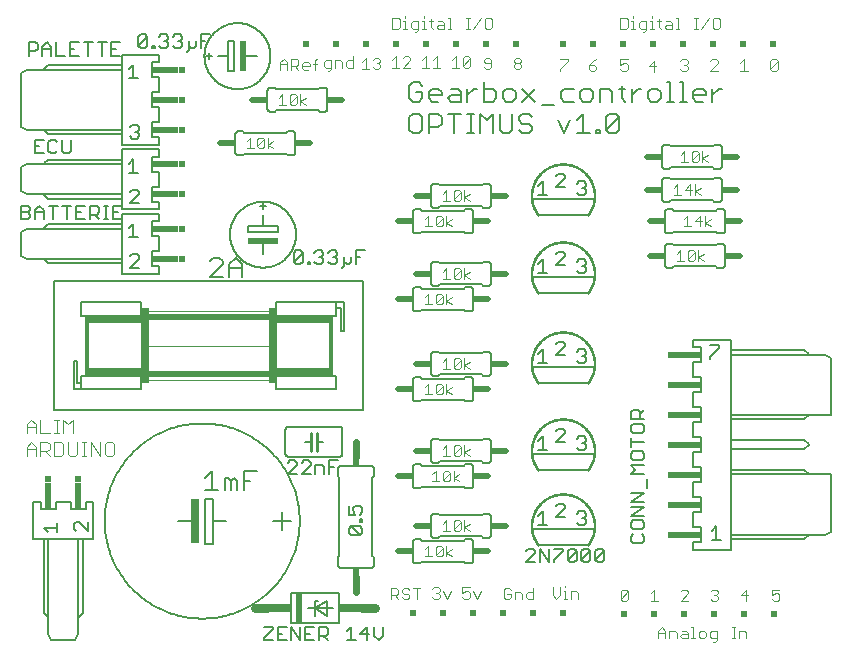
<source format=gbr>
G04 EAGLE Gerber RS-274X export*
G75*
%MOMM*%
%FSLAX34Y34*%
%LPD*%
%INSilkscreen Top*%
%IPPOS*%
%AMOC8*
5,1,8,0,0,1.08239X$1,22.5*%
G01*
%ADD10C,0.076200*%
%ADD11C,0.101600*%
%ADD12C,0.152400*%
%ADD13R,0.508000X0.508000*%
%ADD14C,0.508000*%
%ADD15R,0.381000X0.508000*%
%ADD16C,0.015238*%
%ADD17C,0.127000*%
%ADD18R,0.635000X3.810000*%
%ADD19C,0.177800*%
%ADD20C,0.050800*%
%ADD21R,0.381000X4.064000*%
%ADD22R,0.889000X0.127000*%
%ADD23R,0.635000X1.143000*%
%ADD24R,0.635000X4.064000*%
%ADD25R,10.160000X0.508000*%
%ADD26R,3.937000X0.127000*%
%ADD27R,4.826000X0.508000*%
%ADD28R,0.508000X2.540000*%
%ADD29R,2.540000X0.508000*%
%ADD30C,0.254000*%
%ADD31C,0.762000*%
%ADD32R,1.905000X0.762000*%
%ADD33C,0.609600*%
%ADD34R,0.609600X0.863600*%
%ADD35R,2.235200X0.508000*%
%ADD36R,0.508000X2.235200*%


D10*
X315316Y38024D02*
X315316Y47430D01*
X320019Y47430D01*
X321587Y45862D01*
X321587Y42727D01*
X320019Y41159D01*
X315316Y41159D01*
X318452Y41159D02*
X321587Y38024D01*
X330942Y45862D02*
X329375Y47430D01*
X326239Y47430D01*
X324672Y45862D01*
X324672Y44295D01*
X326239Y42727D01*
X329375Y42727D01*
X330942Y41159D01*
X330942Y39592D01*
X329375Y38024D01*
X326239Y38024D01*
X324672Y39592D01*
X337162Y38024D02*
X337162Y47430D01*
X334027Y47430D02*
X340298Y47430D01*
X350428Y46420D02*
X351995Y47988D01*
X355131Y47988D01*
X356698Y46420D01*
X356698Y44853D01*
X355131Y43285D01*
X353563Y43285D01*
X355131Y43285D02*
X356698Y41717D01*
X356698Y40150D01*
X355131Y38582D01*
X351995Y38582D01*
X350428Y40150D01*
X359783Y44853D02*
X362918Y38582D01*
X366054Y44853D01*
X375828Y47988D02*
X382098Y47988D01*
X375828Y47988D02*
X375828Y43285D01*
X378963Y44853D01*
X380531Y44853D01*
X382098Y43285D01*
X382098Y40150D01*
X380531Y38582D01*
X377395Y38582D01*
X375828Y40150D01*
X385183Y44853D02*
X388318Y38582D01*
X391454Y44853D01*
X415395Y47430D02*
X416963Y45862D01*
X415395Y47430D02*
X412260Y47430D01*
X410692Y45862D01*
X410692Y39592D01*
X412260Y38024D01*
X415395Y38024D01*
X416963Y39592D01*
X416963Y42727D01*
X413827Y42727D01*
X420047Y44295D02*
X420047Y38024D01*
X420047Y44295D02*
X424750Y44295D01*
X426318Y42727D01*
X426318Y38024D01*
X435673Y38024D02*
X435673Y47430D01*
X435673Y38024D02*
X430970Y38024D01*
X429402Y39592D01*
X429402Y42727D01*
X430970Y44295D01*
X435673Y44295D01*
X452141Y41717D02*
X452141Y47988D01*
X452141Y41717D02*
X455276Y38582D01*
X458412Y41717D01*
X458412Y47988D01*
X461496Y44853D02*
X463064Y44853D01*
X463064Y38582D01*
X464631Y38582D02*
X461496Y38582D01*
X463064Y47988D02*
X463064Y49556D01*
X467733Y44853D02*
X467733Y38582D01*
X467733Y44853D02*
X472436Y44853D01*
X474003Y43285D01*
X474003Y38582D01*
X541502Y11275D02*
X541502Y5004D01*
X541502Y11275D02*
X544637Y14410D01*
X547773Y11275D01*
X547773Y5004D01*
X547773Y9707D02*
X541502Y9707D01*
X550857Y11275D02*
X550857Y5004D01*
X550857Y11275D02*
X555560Y11275D01*
X557128Y9707D01*
X557128Y5004D01*
X561780Y11275D02*
X564915Y11275D01*
X566483Y9707D01*
X566483Y5004D01*
X561780Y5004D01*
X560212Y6572D01*
X561780Y8139D01*
X566483Y8139D01*
X569568Y14410D02*
X571135Y14410D01*
X571135Y5004D01*
X569568Y5004D02*
X572703Y5004D01*
X577372Y5004D02*
X580507Y5004D01*
X582075Y6572D01*
X582075Y9707D01*
X580507Y11275D01*
X577372Y11275D01*
X575804Y9707D01*
X575804Y6572D01*
X577372Y5004D01*
X588295Y1869D02*
X589863Y1869D01*
X591430Y3436D01*
X591430Y11275D01*
X586727Y11275D01*
X585160Y9707D01*
X585160Y6572D01*
X586727Y5004D01*
X591430Y5004D01*
X603870Y5004D02*
X607005Y5004D01*
X605438Y5004D02*
X605438Y14410D01*
X607005Y14410D02*
X603870Y14410D01*
X610107Y11275D02*
X610107Y5004D01*
X610107Y11275D02*
X614810Y11275D01*
X616377Y9707D01*
X616377Y5004D01*
X509752Y38322D02*
X509752Y44592D01*
X511320Y46160D01*
X514455Y46160D01*
X516023Y44592D01*
X516023Y38322D01*
X514455Y36754D01*
X511320Y36754D01*
X509752Y38322D01*
X516023Y44592D01*
X535152Y43025D02*
X538287Y46160D01*
X538287Y36754D01*
X535152Y36754D02*
X541423Y36754D01*
X560552Y36754D02*
X566823Y36754D01*
X560552Y36754D02*
X566823Y43025D01*
X566823Y44592D01*
X565255Y46160D01*
X562120Y46160D01*
X560552Y44592D01*
X585952Y44592D02*
X587520Y46160D01*
X590655Y46160D01*
X592223Y44592D01*
X592223Y43025D01*
X590655Y41457D01*
X589087Y41457D01*
X590655Y41457D02*
X592223Y39889D01*
X592223Y38322D01*
X590655Y36754D01*
X587520Y36754D01*
X585952Y38322D01*
X616055Y36754D02*
X616055Y46160D01*
X611352Y41457D01*
X617623Y41457D01*
X638022Y46160D02*
X644293Y46160D01*
X638022Y46160D02*
X638022Y41457D01*
X641157Y43025D01*
X642725Y43025D01*
X644293Y41457D01*
X644293Y38322D01*
X642725Y36754D01*
X639590Y36754D01*
X638022Y38322D01*
X221450Y486334D02*
X221450Y492605D01*
X224585Y495740D01*
X227720Y492605D01*
X227720Y486334D01*
X227720Y491037D02*
X221450Y491037D01*
X230805Y486334D02*
X230805Y495740D01*
X235508Y495740D01*
X237076Y494172D01*
X237076Y491037D01*
X235508Y489469D01*
X230805Y489469D01*
X233940Y489469D02*
X237076Y486334D01*
X241728Y486334D02*
X244863Y486334D01*
X241728Y486334D02*
X240160Y487902D01*
X240160Y491037D01*
X241728Y492605D01*
X244863Y492605D01*
X246431Y491037D01*
X246431Y489469D01*
X240160Y489469D01*
X251083Y486334D02*
X251083Y494172D01*
X252651Y495740D01*
X252651Y491037D02*
X249515Y491037D01*
X261658Y485027D02*
X263225Y485027D01*
X264793Y486594D01*
X264793Y494433D01*
X260090Y494433D01*
X258522Y492865D01*
X258522Y489730D01*
X260090Y488162D01*
X264793Y488162D01*
X267878Y488162D02*
X267878Y494433D01*
X272581Y494433D01*
X274148Y492865D01*
X274148Y488162D01*
X283504Y488162D02*
X283504Y497568D01*
X283504Y488162D02*
X278800Y488162D01*
X277233Y489730D01*
X277233Y492865D01*
X278800Y494433D01*
X283504Y494433D01*
X290738Y493163D02*
X293873Y496298D01*
X293873Y486892D01*
X290738Y486892D02*
X297008Y486892D01*
X300093Y494730D02*
X301660Y496298D01*
X304796Y496298D01*
X306364Y494730D01*
X306364Y493163D01*
X304796Y491595D01*
X303228Y491595D01*
X304796Y491595D02*
X306364Y490027D01*
X306364Y488460D01*
X304796Y486892D01*
X301660Y486892D01*
X300093Y488460D01*
X316138Y494433D02*
X319273Y497568D01*
X319273Y488162D01*
X316138Y488162D02*
X322408Y488162D01*
X325493Y488162D02*
X331764Y488162D01*
X325493Y488162D02*
X331764Y494433D01*
X331764Y496000D01*
X330196Y497568D01*
X327060Y497568D01*
X325493Y496000D01*
X341538Y494433D02*
X344673Y497568D01*
X344673Y488162D01*
X341538Y488162D02*
X347808Y488162D01*
X350893Y494433D02*
X354028Y497568D01*
X354028Y488162D01*
X350893Y488162D02*
X357164Y488162D01*
X366938Y494433D02*
X370073Y497568D01*
X370073Y488162D01*
X366938Y488162D02*
X373208Y488162D01*
X376293Y489730D02*
X376293Y496000D01*
X377860Y497568D01*
X380996Y497568D01*
X382564Y496000D01*
X382564Y489730D01*
X380996Y488162D01*
X377860Y488162D01*
X376293Y489730D01*
X382564Y496000D01*
X394073Y488460D02*
X395640Y486892D01*
X398776Y486892D01*
X400344Y488460D01*
X400344Y494730D01*
X398776Y496298D01*
X395640Y496298D01*
X394073Y494730D01*
X394073Y493163D01*
X395640Y491595D01*
X400344Y491595D01*
X419473Y494730D02*
X421040Y496298D01*
X424176Y496298D01*
X425744Y494730D01*
X425744Y493163D01*
X424176Y491595D01*
X425744Y490027D01*
X425744Y488460D01*
X424176Y486892D01*
X421040Y486892D01*
X419473Y488460D01*
X419473Y490027D01*
X421040Y491595D01*
X419473Y493163D01*
X419473Y494730D01*
X421040Y491595D02*
X424176Y491595D01*
X458843Y495028D02*
X465114Y495028D01*
X465114Y493460D01*
X458843Y487190D01*
X458843Y485622D01*
X486108Y493460D02*
X489244Y495028D01*
X486108Y493460D02*
X482973Y490325D01*
X482973Y487190D01*
X484540Y485622D01*
X487676Y485622D01*
X489244Y487190D01*
X489244Y488757D01*
X487676Y490325D01*
X482973Y490325D01*
X509643Y495028D02*
X515914Y495028D01*
X509643Y495028D02*
X509643Y490325D01*
X512778Y491893D01*
X514346Y491893D01*
X515914Y490325D01*
X515914Y487190D01*
X514346Y485622D01*
X511210Y485622D01*
X509643Y487190D01*
X538476Y484352D02*
X538476Y493758D01*
X533773Y489055D01*
X540044Y489055D01*
X560443Y493460D02*
X562010Y495028D01*
X565146Y495028D01*
X566714Y493460D01*
X566714Y491893D01*
X565146Y490325D01*
X563578Y490325D01*
X565146Y490325D02*
X566714Y488757D01*
X566714Y487190D01*
X565146Y485622D01*
X562010Y485622D01*
X560443Y487190D01*
X585843Y485622D02*
X592114Y485622D01*
X585843Y485622D02*
X592114Y491893D01*
X592114Y493460D01*
X590546Y495028D01*
X587410Y495028D01*
X585843Y493460D01*
X611243Y491893D02*
X614378Y495028D01*
X614378Y485622D01*
X611243Y485622D02*
X617514Y485622D01*
X636643Y487190D02*
X636643Y493460D01*
X638210Y495028D01*
X641346Y495028D01*
X642914Y493460D01*
X642914Y487190D01*
X641346Y485622D01*
X638210Y485622D01*
X636643Y487190D01*
X642914Y493460D01*
X316611Y521081D02*
X316611Y530487D01*
X316611Y521081D02*
X321314Y521081D01*
X322882Y522649D01*
X322882Y528919D01*
X321314Y530487D01*
X316611Y530487D01*
X325966Y527352D02*
X327534Y527352D01*
X327534Y521081D01*
X325966Y521081D02*
X329102Y521081D01*
X327534Y530487D02*
X327534Y532055D01*
X335338Y517946D02*
X336906Y517946D01*
X338474Y519513D01*
X338474Y527352D01*
X333771Y527352D01*
X332203Y525784D01*
X332203Y522649D01*
X333771Y521081D01*
X338474Y521081D01*
X341558Y527352D02*
X343126Y527352D01*
X343126Y521081D01*
X341558Y521081D02*
X344694Y521081D01*
X343126Y530487D02*
X343126Y532055D01*
X349363Y528919D02*
X349363Y522649D01*
X350930Y521081D01*
X350930Y527352D02*
X347795Y527352D01*
X355599Y527352D02*
X358735Y527352D01*
X360302Y525784D01*
X360302Y521081D01*
X355599Y521081D01*
X354032Y522649D01*
X355599Y524216D01*
X360302Y524216D01*
X363387Y530487D02*
X364955Y530487D01*
X364955Y521081D01*
X366522Y521081D02*
X363387Y521081D01*
X378979Y521081D02*
X382114Y521081D01*
X380547Y521081D02*
X380547Y530487D01*
X382114Y530487D02*
X378979Y530487D01*
X385216Y521081D02*
X391486Y530487D01*
X396139Y530487D02*
X399274Y530487D01*
X396139Y530487D02*
X394571Y528919D01*
X394571Y522649D01*
X396139Y521081D01*
X399274Y521081D01*
X400842Y522649D01*
X400842Y528919D01*
X399274Y530487D01*
X509651Y530487D02*
X509651Y521081D01*
X514354Y521081D01*
X515922Y522649D01*
X515922Y528919D01*
X514354Y530487D01*
X509651Y530487D01*
X519006Y527352D02*
X520574Y527352D01*
X520574Y521081D01*
X519006Y521081D02*
X522142Y521081D01*
X520574Y530487D02*
X520574Y532055D01*
X528378Y517946D02*
X529946Y517946D01*
X531514Y519513D01*
X531514Y527352D01*
X526811Y527352D01*
X525243Y525784D01*
X525243Y522649D01*
X526811Y521081D01*
X531514Y521081D01*
X534598Y527352D02*
X536166Y527352D01*
X536166Y521081D01*
X534598Y521081D02*
X537734Y521081D01*
X536166Y530487D02*
X536166Y532055D01*
X542403Y528919D02*
X542403Y522649D01*
X543970Y521081D01*
X543970Y527352D02*
X540835Y527352D01*
X548639Y527352D02*
X551775Y527352D01*
X553342Y525784D01*
X553342Y521081D01*
X548639Y521081D01*
X547072Y522649D01*
X548639Y524216D01*
X553342Y524216D01*
X556427Y530487D02*
X557995Y530487D01*
X557995Y521081D01*
X559562Y521081D02*
X556427Y521081D01*
X572019Y521081D02*
X575154Y521081D01*
X573587Y521081D02*
X573587Y530487D01*
X575154Y530487D02*
X572019Y530487D01*
X578256Y521081D02*
X584526Y530487D01*
X589179Y530487D02*
X592314Y530487D01*
X589179Y530487D02*
X587611Y528919D01*
X587611Y522649D01*
X589179Y521081D01*
X592314Y521081D01*
X593882Y522649D01*
X593882Y528919D01*
X592314Y530487D01*
D11*
X6858Y186104D02*
X6858Y178308D01*
X6858Y186104D02*
X10756Y190002D01*
X14654Y186104D01*
X14654Y178308D01*
X14654Y184155D02*
X6858Y184155D01*
X18552Y190002D02*
X18552Y178308D01*
X26348Y178308D01*
X30246Y178308D02*
X34144Y178308D01*
X32195Y178308D02*
X32195Y190002D01*
X30246Y190002D02*
X34144Y190002D01*
X38042Y190002D02*
X38042Y178308D01*
X41940Y186104D02*
X38042Y190002D01*
X41940Y186104D02*
X45838Y190002D01*
X45838Y178308D01*
X6858Y167054D02*
X6858Y159258D01*
X6858Y167054D02*
X10756Y170952D01*
X14654Y167054D01*
X14654Y159258D01*
X14654Y165105D02*
X6858Y165105D01*
X18552Y159258D02*
X18552Y170952D01*
X24399Y170952D01*
X26348Y169003D01*
X26348Y165105D01*
X24399Y163156D01*
X18552Y163156D01*
X22450Y163156D02*
X26348Y159258D01*
X30246Y159258D02*
X30246Y170952D01*
X30246Y159258D02*
X36093Y159258D01*
X38042Y161207D01*
X38042Y169003D01*
X36093Y170952D01*
X30246Y170952D01*
X41940Y170952D02*
X41940Y161207D01*
X43889Y159258D01*
X47787Y159258D01*
X49736Y161207D01*
X49736Y170952D01*
X53634Y159258D02*
X57532Y159258D01*
X55583Y159258D02*
X55583Y170952D01*
X53634Y170952D02*
X57532Y170952D01*
X61430Y170952D02*
X61430Y159258D01*
X69226Y159258D02*
X61430Y170952D01*
X69226Y170952D02*
X69226Y159258D01*
X75073Y170952D02*
X78971Y170952D01*
X75073Y170952D02*
X73124Y169003D01*
X73124Y161207D01*
X75073Y159258D01*
X78971Y159258D01*
X80920Y161207D01*
X80920Y169003D01*
X78971Y170952D01*
D12*
X341809Y472790D02*
X339097Y475502D01*
X333674Y475502D01*
X330962Y472790D01*
X330962Y461944D01*
X333674Y459232D01*
X339097Y459232D01*
X341809Y461944D01*
X341809Y467367D01*
X336385Y467367D01*
X350045Y459232D02*
X355469Y459232D01*
X350045Y459232D02*
X347334Y461944D01*
X347334Y467367D01*
X350045Y470079D01*
X355469Y470079D01*
X358180Y467367D01*
X358180Y464655D01*
X347334Y464655D01*
X366417Y470079D02*
X371840Y470079D01*
X374552Y467367D01*
X374552Y459232D01*
X366417Y459232D01*
X363705Y461944D01*
X366417Y464655D01*
X374552Y464655D01*
X380077Y459232D02*
X380077Y470079D01*
X385500Y470079D02*
X380077Y464655D01*
X385500Y470079D02*
X388212Y470079D01*
X393720Y475502D02*
X393720Y459232D01*
X401855Y459232D01*
X404566Y461944D01*
X404566Y467367D01*
X401855Y470079D01*
X393720Y470079D01*
X412803Y459232D02*
X418226Y459232D01*
X420938Y461944D01*
X420938Y467367D01*
X418226Y470079D01*
X412803Y470079D01*
X410091Y467367D01*
X410091Y461944D01*
X412803Y459232D01*
X426463Y470079D02*
X437309Y459232D01*
X426463Y459232D02*
X437309Y470079D01*
X442834Y456520D02*
X453681Y456520D01*
X461918Y470079D02*
X470053Y470079D01*
X461918Y470079D02*
X459206Y467367D01*
X459206Y461944D01*
X461918Y459232D01*
X470053Y459232D01*
X478289Y459232D02*
X483712Y459232D01*
X486424Y461944D01*
X486424Y467367D01*
X483712Y470079D01*
X478289Y470079D01*
X475577Y467367D01*
X475577Y461944D01*
X478289Y459232D01*
X491949Y459232D02*
X491949Y470079D01*
X500084Y470079D01*
X502796Y467367D01*
X502796Y459232D01*
X511032Y461944D02*
X511032Y472790D01*
X511032Y461944D02*
X513744Y459232D01*
X513744Y470079D02*
X508321Y470079D01*
X519235Y470079D02*
X519235Y459232D01*
X519235Y464655D02*
X524658Y470079D01*
X527370Y470079D01*
X535590Y459232D02*
X541013Y459232D01*
X543725Y461944D01*
X543725Y467367D01*
X541013Y470079D01*
X535590Y470079D01*
X532878Y467367D01*
X532878Y461944D01*
X535590Y459232D01*
X549250Y475502D02*
X551961Y475502D01*
X551961Y459232D01*
X549250Y459232D02*
X554673Y459232D01*
X560164Y475502D02*
X562876Y475502D01*
X562876Y459232D01*
X565587Y459232D02*
X560164Y459232D01*
X573790Y459232D02*
X579213Y459232D01*
X573790Y459232D02*
X571078Y461944D01*
X571078Y467367D01*
X573790Y470079D01*
X579213Y470079D01*
X581925Y467367D01*
X581925Y464655D01*
X571078Y464655D01*
X587450Y459232D02*
X587450Y470079D01*
X592873Y470079D02*
X587450Y464655D01*
X592873Y470079D02*
X595585Y470079D01*
X339097Y448832D02*
X333674Y448832D01*
X330962Y446120D01*
X330962Y435274D01*
X333674Y432562D01*
X339097Y432562D01*
X341809Y435274D01*
X341809Y446120D01*
X339097Y448832D01*
X347334Y448832D02*
X347334Y432562D01*
X347334Y448832D02*
X355469Y448832D01*
X358180Y446120D01*
X358180Y440697D01*
X355469Y437985D01*
X347334Y437985D01*
X369128Y432562D02*
X369128Y448832D01*
X363705Y448832D02*
X374552Y448832D01*
X380077Y432562D02*
X385500Y432562D01*
X382788Y432562D02*
X382788Y448832D01*
X380077Y448832D02*
X385500Y448832D01*
X390991Y448832D02*
X390991Y432562D01*
X396414Y443409D02*
X390991Y448832D01*
X396414Y443409D02*
X401838Y448832D01*
X401838Y432562D01*
X407363Y435274D02*
X407363Y448832D01*
X407363Y435274D02*
X410074Y432562D01*
X415498Y432562D01*
X418209Y435274D01*
X418209Y448832D01*
X431869Y448832D02*
X434581Y446120D01*
X431869Y448832D02*
X426446Y448832D01*
X423734Y446120D01*
X423734Y443409D01*
X426446Y440697D01*
X431869Y440697D01*
X434581Y437985D01*
X434581Y435274D01*
X431869Y432562D01*
X426446Y432562D01*
X423734Y435274D01*
X456477Y443409D02*
X461901Y432562D01*
X467324Y443409D01*
X472849Y443409D02*
X478272Y448832D01*
X478272Y432562D01*
X472849Y432562D02*
X483695Y432562D01*
X489220Y432562D02*
X489220Y435274D01*
X491932Y435274D01*
X491932Y432562D01*
X489220Y432562D01*
X497406Y435274D02*
X497406Y446120D01*
X500118Y448832D01*
X505541Y448832D01*
X508253Y446120D01*
X508253Y435274D01*
X505541Y432562D01*
X500118Y432562D01*
X497406Y435274D01*
X508253Y446120D01*
D13*
X396240Y508000D03*
X370840Y508000D03*
X345440Y508000D03*
X320040Y508000D03*
X294640Y508000D03*
X269240Y508000D03*
X243840Y508000D03*
X421640Y508000D03*
X486410Y508000D03*
X511810Y508000D03*
X537210Y508000D03*
X562610Y508000D03*
X588010Y508000D03*
X613410Y508000D03*
X638810Y508000D03*
X461010Y508000D03*
X359410Y26670D03*
X384810Y26670D03*
X410210Y26670D03*
X435610Y26670D03*
X461010Y26670D03*
X334010Y26670D03*
X614680Y25400D03*
X589280Y25400D03*
X563880Y25400D03*
X538480Y25400D03*
X513080Y25400D03*
X640080Y25400D03*
D14*
X541020Y384810D02*
X532130Y384810D01*
X599440Y384810D02*
X608330Y384810D01*
D12*
X595630Y377190D02*
X595628Y377090D01*
X595622Y376991D01*
X595612Y376891D01*
X595599Y376793D01*
X595581Y376694D01*
X595560Y376597D01*
X595535Y376501D01*
X595506Y376405D01*
X595473Y376311D01*
X595437Y376218D01*
X595397Y376127D01*
X595353Y376037D01*
X595306Y375949D01*
X595256Y375863D01*
X595202Y375779D01*
X595145Y375697D01*
X595085Y375618D01*
X595021Y375540D01*
X594955Y375466D01*
X594886Y375394D01*
X594814Y375325D01*
X594740Y375259D01*
X594662Y375195D01*
X594583Y375135D01*
X594501Y375078D01*
X594417Y375024D01*
X594331Y374974D01*
X594243Y374927D01*
X594153Y374883D01*
X594062Y374843D01*
X593969Y374807D01*
X593875Y374774D01*
X593779Y374745D01*
X593683Y374720D01*
X593586Y374699D01*
X593487Y374681D01*
X593389Y374668D01*
X593289Y374658D01*
X593190Y374652D01*
X593090Y374650D01*
X595630Y392430D02*
X595628Y392530D01*
X595622Y392629D01*
X595612Y392729D01*
X595599Y392827D01*
X595581Y392926D01*
X595560Y393023D01*
X595535Y393119D01*
X595506Y393215D01*
X595473Y393309D01*
X595437Y393402D01*
X595397Y393493D01*
X595353Y393583D01*
X595306Y393671D01*
X595256Y393757D01*
X595202Y393841D01*
X595145Y393923D01*
X595085Y394002D01*
X595021Y394080D01*
X594955Y394154D01*
X594886Y394226D01*
X594814Y394295D01*
X594740Y394361D01*
X594662Y394425D01*
X594583Y394485D01*
X594501Y394542D01*
X594417Y394596D01*
X594331Y394646D01*
X594243Y394693D01*
X594153Y394737D01*
X594062Y394777D01*
X593969Y394813D01*
X593875Y394846D01*
X593779Y394875D01*
X593683Y394900D01*
X593586Y394921D01*
X593487Y394939D01*
X593389Y394952D01*
X593289Y394962D01*
X593190Y394968D01*
X593090Y394970D01*
X547370Y394970D02*
X547270Y394968D01*
X547171Y394962D01*
X547071Y394952D01*
X546973Y394939D01*
X546874Y394921D01*
X546777Y394900D01*
X546681Y394875D01*
X546585Y394846D01*
X546491Y394813D01*
X546398Y394777D01*
X546307Y394737D01*
X546217Y394693D01*
X546129Y394646D01*
X546043Y394596D01*
X545959Y394542D01*
X545877Y394485D01*
X545798Y394425D01*
X545720Y394361D01*
X545646Y394295D01*
X545574Y394226D01*
X545505Y394154D01*
X545439Y394080D01*
X545375Y394002D01*
X545315Y393923D01*
X545258Y393841D01*
X545204Y393757D01*
X545154Y393671D01*
X545107Y393583D01*
X545063Y393493D01*
X545023Y393402D01*
X544987Y393309D01*
X544954Y393215D01*
X544925Y393119D01*
X544900Y393023D01*
X544879Y392926D01*
X544861Y392827D01*
X544848Y392729D01*
X544838Y392629D01*
X544832Y392530D01*
X544830Y392430D01*
X544830Y377190D02*
X544832Y377090D01*
X544838Y376991D01*
X544848Y376891D01*
X544861Y376793D01*
X544879Y376694D01*
X544900Y376597D01*
X544925Y376501D01*
X544954Y376405D01*
X544987Y376311D01*
X545023Y376218D01*
X545063Y376127D01*
X545107Y376037D01*
X545154Y375949D01*
X545204Y375863D01*
X545258Y375779D01*
X545315Y375697D01*
X545375Y375618D01*
X545439Y375540D01*
X545505Y375466D01*
X545574Y375394D01*
X545646Y375325D01*
X545720Y375259D01*
X545798Y375195D01*
X545877Y375135D01*
X545959Y375078D01*
X546043Y375024D01*
X546129Y374974D01*
X546217Y374927D01*
X546307Y374883D01*
X546398Y374843D01*
X546491Y374807D01*
X546585Y374774D01*
X546681Y374745D01*
X546777Y374720D01*
X546874Y374699D01*
X546973Y374681D01*
X547071Y374668D01*
X547171Y374658D01*
X547270Y374652D01*
X547370Y374650D01*
X595630Y377190D02*
X595630Y392430D01*
X593090Y374650D02*
X589280Y374650D01*
X588010Y375920D01*
X589280Y394970D02*
X593090Y394970D01*
X589280Y394970D02*
X588010Y393700D01*
X552450Y375920D02*
X551180Y374650D01*
X552450Y375920D02*
X588010Y375920D01*
X552450Y393700D02*
X551180Y394970D01*
X552450Y393700D02*
X588010Y393700D01*
X551180Y374650D02*
X547370Y374650D01*
X547370Y394970D02*
X551180Y394970D01*
X544830Y392430D02*
X544830Y377190D01*
D15*
X542925Y384810D03*
X597535Y384810D03*
D11*
X557766Y389136D02*
X554800Y386170D01*
X557766Y389136D02*
X557766Y380238D01*
X554800Y380238D02*
X560732Y380238D01*
X568370Y380238D02*
X568370Y389136D01*
X563922Y384687D01*
X569853Y384687D01*
X573043Y380238D02*
X573043Y389136D01*
X573043Y383204D02*
X577492Y380238D01*
X573043Y383204D02*
X577492Y386170D01*
D14*
X599440Y412750D02*
X608330Y412750D01*
X541020Y412750D02*
X532130Y412750D01*
D12*
X544830Y420370D02*
X544832Y420470D01*
X544838Y420569D01*
X544848Y420669D01*
X544861Y420767D01*
X544879Y420866D01*
X544900Y420963D01*
X544925Y421059D01*
X544954Y421155D01*
X544987Y421249D01*
X545023Y421342D01*
X545063Y421433D01*
X545107Y421523D01*
X545154Y421611D01*
X545204Y421697D01*
X545258Y421781D01*
X545315Y421863D01*
X545375Y421942D01*
X545439Y422020D01*
X545505Y422094D01*
X545574Y422166D01*
X545646Y422235D01*
X545720Y422301D01*
X545798Y422365D01*
X545877Y422425D01*
X545959Y422482D01*
X546043Y422536D01*
X546129Y422586D01*
X546217Y422633D01*
X546307Y422677D01*
X546398Y422717D01*
X546491Y422753D01*
X546585Y422786D01*
X546681Y422815D01*
X546777Y422840D01*
X546874Y422861D01*
X546973Y422879D01*
X547071Y422892D01*
X547171Y422902D01*
X547270Y422908D01*
X547370Y422910D01*
X544830Y405130D02*
X544832Y405030D01*
X544838Y404931D01*
X544848Y404831D01*
X544861Y404733D01*
X544879Y404634D01*
X544900Y404537D01*
X544925Y404441D01*
X544954Y404345D01*
X544987Y404251D01*
X545023Y404158D01*
X545063Y404067D01*
X545107Y403977D01*
X545154Y403889D01*
X545204Y403803D01*
X545258Y403719D01*
X545315Y403637D01*
X545375Y403558D01*
X545439Y403480D01*
X545505Y403406D01*
X545574Y403334D01*
X545646Y403265D01*
X545720Y403199D01*
X545798Y403135D01*
X545877Y403075D01*
X545959Y403018D01*
X546043Y402964D01*
X546129Y402914D01*
X546217Y402867D01*
X546307Y402823D01*
X546398Y402783D01*
X546491Y402747D01*
X546585Y402714D01*
X546681Y402685D01*
X546777Y402660D01*
X546874Y402639D01*
X546973Y402621D01*
X547071Y402608D01*
X547171Y402598D01*
X547270Y402592D01*
X547370Y402590D01*
X593090Y402590D02*
X593190Y402592D01*
X593289Y402598D01*
X593389Y402608D01*
X593487Y402621D01*
X593586Y402639D01*
X593683Y402660D01*
X593779Y402685D01*
X593875Y402714D01*
X593969Y402747D01*
X594062Y402783D01*
X594153Y402823D01*
X594243Y402867D01*
X594331Y402914D01*
X594417Y402964D01*
X594501Y403018D01*
X594583Y403075D01*
X594662Y403135D01*
X594740Y403199D01*
X594814Y403265D01*
X594886Y403334D01*
X594955Y403406D01*
X595021Y403480D01*
X595085Y403558D01*
X595145Y403637D01*
X595202Y403719D01*
X595256Y403803D01*
X595306Y403889D01*
X595353Y403977D01*
X595397Y404067D01*
X595437Y404158D01*
X595473Y404251D01*
X595506Y404345D01*
X595535Y404441D01*
X595560Y404537D01*
X595581Y404634D01*
X595599Y404733D01*
X595612Y404831D01*
X595622Y404931D01*
X595628Y405030D01*
X595630Y405130D01*
X595630Y420370D02*
X595628Y420470D01*
X595622Y420569D01*
X595612Y420669D01*
X595599Y420767D01*
X595581Y420866D01*
X595560Y420963D01*
X595535Y421059D01*
X595506Y421155D01*
X595473Y421249D01*
X595437Y421342D01*
X595397Y421433D01*
X595353Y421523D01*
X595306Y421611D01*
X595256Y421697D01*
X595202Y421781D01*
X595145Y421863D01*
X595085Y421942D01*
X595021Y422020D01*
X594955Y422094D01*
X594886Y422166D01*
X594814Y422235D01*
X594740Y422301D01*
X594662Y422365D01*
X594583Y422425D01*
X594501Y422482D01*
X594417Y422536D01*
X594331Y422586D01*
X594243Y422633D01*
X594153Y422677D01*
X594062Y422717D01*
X593969Y422753D01*
X593875Y422786D01*
X593779Y422815D01*
X593683Y422840D01*
X593586Y422861D01*
X593487Y422879D01*
X593389Y422892D01*
X593289Y422902D01*
X593190Y422908D01*
X593090Y422910D01*
X544830Y420370D02*
X544830Y405130D01*
X547370Y422910D02*
X551180Y422910D01*
X552450Y421640D01*
X551180Y402590D02*
X547370Y402590D01*
X551180Y402590D02*
X552450Y403860D01*
X588010Y421640D02*
X589280Y422910D01*
X588010Y421640D02*
X552450Y421640D01*
X588010Y403860D02*
X589280Y402590D01*
X588010Y403860D02*
X552450Y403860D01*
X589280Y422910D02*
X593090Y422910D01*
X593090Y402590D02*
X589280Y402590D01*
X595630Y405130D02*
X595630Y420370D01*
D15*
X597535Y412750D03*
X542925Y412750D03*
D11*
X560832Y414364D02*
X563798Y417330D01*
X563798Y408432D01*
X560832Y408432D02*
X566764Y408432D01*
X569953Y409915D02*
X569953Y415847D01*
X571436Y417330D01*
X574402Y417330D01*
X575885Y415847D01*
X575885Y409915D01*
X574402Y408432D01*
X571436Y408432D01*
X569953Y409915D01*
X575885Y415847D01*
X579075Y417330D02*
X579075Y408432D01*
X579075Y411398D02*
X583523Y408432D01*
X579075Y411398D02*
X583523Y414364D01*
D14*
X601980Y358140D02*
X610870Y358140D01*
X543560Y358140D02*
X534670Y358140D01*
D12*
X547370Y365760D02*
X547372Y365860D01*
X547378Y365959D01*
X547388Y366059D01*
X547401Y366157D01*
X547419Y366256D01*
X547440Y366353D01*
X547465Y366449D01*
X547494Y366545D01*
X547527Y366639D01*
X547563Y366732D01*
X547603Y366823D01*
X547647Y366913D01*
X547694Y367001D01*
X547744Y367087D01*
X547798Y367171D01*
X547855Y367253D01*
X547915Y367332D01*
X547979Y367410D01*
X548045Y367484D01*
X548114Y367556D01*
X548186Y367625D01*
X548260Y367691D01*
X548338Y367755D01*
X548417Y367815D01*
X548499Y367872D01*
X548583Y367926D01*
X548669Y367976D01*
X548757Y368023D01*
X548847Y368067D01*
X548938Y368107D01*
X549031Y368143D01*
X549125Y368176D01*
X549221Y368205D01*
X549317Y368230D01*
X549414Y368251D01*
X549513Y368269D01*
X549611Y368282D01*
X549711Y368292D01*
X549810Y368298D01*
X549910Y368300D01*
X547370Y350520D02*
X547372Y350420D01*
X547378Y350321D01*
X547388Y350221D01*
X547401Y350123D01*
X547419Y350024D01*
X547440Y349927D01*
X547465Y349831D01*
X547494Y349735D01*
X547527Y349641D01*
X547563Y349548D01*
X547603Y349457D01*
X547647Y349367D01*
X547694Y349279D01*
X547744Y349193D01*
X547798Y349109D01*
X547855Y349027D01*
X547915Y348948D01*
X547979Y348870D01*
X548045Y348796D01*
X548114Y348724D01*
X548186Y348655D01*
X548260Y348589D01*
X548338Y348525D01*
X548417Y348465D01*
X548499Y348408D01*
X548583Y348354D01*
X548669Y348304D01*
X548757Y348257D01*
X548847Y348213D01*
X548938Y348173D01*
X549031Y348137D01*
X549125Y348104D01*
X549221Y348075D01*
X549317Y348050D01*
X549414Y348029D01*
X549513Y348011D01*
X549611Y347998D01*
X549711Y347988D01*
X549810Y347982D01*
X549910Y347980D01*
X595630Y347980D02*
X595730Y347982D01*
X595829Y347988D01*
X595929Y347998D01*
X596027Y348011D01*
X596126Y348029D01*
X596223Y348050D01*
X596319Y348075D01*
X596415Y348104D01*
X596509Y348137D01*
X596602Y348173D01*
X596693Y348213D01*
X596783Y348257D01*
X596871Y348304D01*
X596957Y348354D01*
X597041Y348408D01*
X597123Y348465D01*
X597202Y348525D01*
X597280Y348589D01*
X597354Y348655D01*
X597426Y348724D01*
X597495Y348796D01*
X597561Y348870D01*
X597625Y348948D01*
X597685Y349027D01*
X597742Y349109D01*
X597796Y349193D01*
X597846Y349279D01*
X597893Y349367D01*
X597937Y349457D01*
X597977Y349548D01*
X598013Y349641D01*
X598046Y349735D01*
X598075Y349831D01*
X598100Y349927D01*
X598121Y350024D01*
X598139Y350123D01*
X598152Y350221D01*
X598162Y350321D01*
X598168Y350420D01*
X598170Y350520D01*
X598170Y365760D02*
X598168Y365860D01*
X598162Y365959D01*
X598152Y366059D01*
X598139Y366157D01*
X598121Y366256D01*
X598100Y366353D01*
X598075Y366449D01*
X598046Y366545D01*
X598013Y366639D01*
X597977Y366732D01*
X597937Y366823D01*
X597893Y366913D01*
X597846Y367001D01*
X597796Y367087D01*
X597742Y367171D01*
X597685Y367253D01*
X597625Y367332D01*
X597561Y367410D01*
X597495Y367484D01*
X597426Y367556D01*
X597354Y367625D01*
X597280Y367691D01*
X597202Y367755D01*
X597123Y367815D01*
X597041Y367872D01*
X596957Y367926D01*
X596871Y367976D01*
X596783Y368023D01*
X596693Y368067D01*
X596602Y368107D01*
X596509Y368143D01*
X596415Y368176D01*
X596319Y368205D01*
X596223Y368230D01*
X596126Y368251D01*
X596027Y368269D01*
X595929Y368282D01*
X595829Y368292D01*
X595730Y368298D01*
X595630Y368300D01*
X547370Y365760D02*
X547370Y350520D01*
X549910Y368300D02*
X553720Y368300D01*
X554990Y367030D01*
X553720Y347980D02*
X549910Y347980D01*
X553720Y347980D02*
X554990Y349250D01*
X590550Y367030D02*
X591820Y368300D01*
X590550Y367030D02*
X554990Y367030D01*
X590550Y349250D02*
X591820Y347980D01*
X590550Y349250D02*
X554990Y349250D01*
X591820Y368300D02*
X595630Y368300D01*
X595630Y347980D02*
X591820Y347980D01*
X598170Y350520D02*
X598170Y365760D01*
D15*
X600075Y358140D03*
X545465Y358140D03*
D11*
X563372Y359754D02*
X566338Y362720D01*
X566338Y353822D01*
X563372Y353822D02*
X569304Y353822D01*
X576942Y353822D02*
X576942Y362720D01*
X572493Y358271D01*
X578425Y358271D01*
X581615Y353822D02*
X581615Y362720D01*
X581615Y356788D02*
X586063Y353822D01*
X581615Y356788D02*
X586063Y359754D01*
D14*
X543560Y328930D02*
X534670Y328930D01*
X601980Y328930D02*
X610870Y328930D01*
D12*
X598170Y321310D02*
X598168Y321210D01*
X598162Y321111D01*
X598152Y321011D01*
X598139Y320913D01*
X598121Y320814D01*
X598100Y320717D01*
X598075Y320621D01*
X598046Y320525D01*
X598013Y320431D01*
X597977Y320338D01*
X597937Y320247D01*
X597893Y320157D01*
X597846Y320069D01*
X597796Y319983D01*
X597742Y319899D01*
X597685Y319817D01*
X597625Y319738D01*
X597561Y319660D01*
X597495Y319586D01*
X597426Y319514D01*
X597354Y319445D01*
X597280Y319379D01*
X597202Y319315D01*
X597123Y319255D01*
X597041Y319198D01*
X596957Y319144D01*
X596871Y319094D01*
X596783Y319047D01*
X596693Y319003D01*
X596602Y318963D01*
X596509Y318927D01*
X596415Y318894D01*
X596319Y318865D01*
X596223Y318840D01*
X596126Y318819D01*
X596027Y318801D01*
X595929Y318788D01*
X595829Y318778D01*
X595730Y318772D01*
X595630Y318770D01*
X598170Y336550D02*
X598168Y336650D01*
X598162Y336749D01*
X598152Y336849D01*
X598139Y336947D01*
X598121Y337046D01*
X598100Y337143D01*
X598075Y337239D01*
X598046Y337335D01*
X598013Y337429D01*
X597977Y337522D01*
X597937Y337613D01*
X597893Y337703D01*
X597846Y337791D01*
X597796Y337877D01*
X597742Y337961D01*
X597685Y338043D01*
X597625Y338122D01*
X597561Y338200D01*
X597495Y338274D01*
X597426Y338346D01*
X597354Y338415D01*
X597280Y338481D01*
X597202Y338545D01*
X597123Y338605D01*
X597041Y338662D01*
X596957Y338716D01*
X596871Y338766D01*
X596783Y338813D01*
X596693Y338857D01*
X596602Y338897D01*
X596509Y338933D01*
X596415Y338966D01*
X596319Y338995D01*
X596223Y339020D01*
X596126Y339041D01*
X596027Y339059D01*
X595929Y339072D01*
X595829Y339082D01*
X595730Y339088D01*
X595630Y339090D01*
X549910Y339090D02*
X549810Y339088D01*
X549711Y339082D01*
X549611Y339072D01*
X549513Y339059D01*
X549414Y339041D01*
X549317Y339020D01*
X549221Y338995D01*
X549125Y338966D01*
X549031Y338933D01*
X548938Y338897D01*
X548847Y338857D01*
X548757Y338813D01*
X548669Y338766D01*
X548583Y338716D01*
X548499Y338662D01*
X548417Y338605D01*
X548338Y338545D01*
X548260Y338481D01*
X548186Y338415D01*
X548114Y338346D01*
X548045Y338274D01*
X547979Y338200D01*
X547915Y338122D01*
X547855Y338043D01*
X547798Y337961D01*
X547744Y337877D01*
X547694Y337791D01*
X547647Y337703D01*
X547603Y337613D01*
X547563Y337522D01*
X547527Y337429D01*
X547494Y337335D01*
X547465Y337239D01*
X547440Y337143D01*
X547419Y337046D01*
X547401Y336947D01*
X547388Y336849D01*
X547378Y336749D01*
X547372Y336650D01*
X547370Y336550D01*
X547370Y321310D02*
X547372Y321210D01*
X547378Y321111D01*
X547388Y321011D01*
X547401Y320913D01*
X547419Y320814D01*
X547440Y320717D01*
X547465Y320621D01*
X547494Y320525D01*
X547527Y320431D01*
X547563Y320338D01*
X547603Y320247D01*
X547647Y320157D01*
X547694Y320069D01*
X547744Y319983D01*
X547798Y319899D01*
X547855Y319817D01*
X547915Y319738D01*
X547979Y319660D01*
X548045Y319586D01*
X548114Y319514D01*
X548186Y319445D01*
X548260Y319379D01*
X548338Y319315D01*
X548417Y319255D01*
X548499Y319198D01*
X548583Y319144D01*
X548669Y319094D01*
X548757Y319047D01*
X548847Y319003D01*
X548938Y318963D01*
X549031Y318927D01*
X549125Y318894D01*
X549221Y318865D01*
X549317Y318840D01*
X549414Y318819D01*
X549513Y318801D01*
X549611Y318788D01*
X549711Y318778D01*
X549810Y318772D01*
X549910Y318770D01*
X598170Y321310D02*
X598170Y336550D01*
X595630Y318770D02*
X591820Y318770D01*
X590550Y320040D01*
X591820Y339090D02*
X595630Y339090D01*
X591820Y339090D02*
X590550Y337820D01*
X554990Y320040D02*
X553720Y318770D01*
X554990Y320040D02*
X590550Y320040D01*
X554990Y337820D02*
X553720Y339090D01*
X554990Y337820D02*
X590550Y337820D01*
X553720Y318770D02*
X549910Y318770D01*
X549910Y339090D02*
X553720Y339090D01*
X547370Y336550D02*
X547370Y321310D01*
D15*
X545465Y328930D03*
X600075Y328930D03*
D11*
X560306Y333256D02*
X557340Y330290D01*
X560306Y333256D02*
X560306Y324358D01*
X557340Y324358D02*
X563272Y324358D01*
X566462Y325841D02*
X566462Y331773D01*
X567945Y333256D01*
X570910Y333256D01*
X572393Y331773D01*
X572393Y325841D01*
X570910Y324358D01*
X567945Y324358D01*
X566462Y325841D01*
X572393Y331773D01*
X575583Y333256D02*
X575583Y324358D01*
X575583Y327324D02*
X580032Y324358D01*
X575583Y327324D02*
X580032Y330290D01*
D16*
X452873Y339807D02*
X453277Y338496D01*
X453277Y338497D02*
X452672Y338300D01*
X452072Y338089D01*
X451478Y337863D01*
X450890Y337622D01*
X450307Y337367D01*
X449731Y337098D01*
X449161Y336815D01*
X448599Y336518D01*
X448044Y336208D01*
X447497Y335884D01*
X446958Y335547D01*
X446428Y335196D01*
X445906Y334833D01*
X445393Y334457D01*
X444889Y334069D01*
X444396Y333668D01*
X443912Y333256D01*
X443438Y332832D01*
X442975Y332396D01*
X442523Y331949D01*
X442082Y331491D01*
X441652Y331023D01*
X441233Y330544D01*
X440827Y330055D01*
X440433Y329556D01*
X440050Y329048D01*
X439681Y328530D01*
X439324Y328004D01*
X438980Y327469D01*
X438650Y326926D01*
X438333Y326375D01*
X438029Y325816D01*
X437739Y325250D01*
X437463Y324678D01*
X437202Y324098D01*
X436954Y323512D01*
X436721Y322921D01*
X436502Y322324D01*
X436298Y321722D01*
X436109Y321115D01*
X435935Y320503D01*
X435776Y319887D01*
X435632Y319268D01*
X435503Y318645D01*
X435389Y318020D01*
X435291Y317392D01*
X435208Y316761D01*
X435141Y316129D01*
X435089Y315495D01*
X435052Y314861D01*
X435032Y314225D01*
X435026Y313589D01*
X435036Y312953D01*
X435062Y312318D01*
X435104Y311684D01*
X435160Y311050D01*
X435233Y310419D01*
X435321Y309789D01*
X435424Y309162D01*
X435542Y308537D01*
X435676Y307915D01*
X435825Y307297D01*
X435989Y306683D01*
X436168Y306073D01*
X436361Y305467D01*
X436570Y304866D01*
X436793Y304271D01*
X437031Y303681D01*
X437283Y303098D01*
X437549Y302520D01*
X437830Y301949D01*
X438124Y301386D01*
X438432Y300830D01*
X438753Y300281D01*
X439088Y299740D01*
X439436Y299208D01*
X439797Y298685D01*
X440170Y298170D01*
X440556Y297665D01*
X439479Y296816D01*
X439479Y296815D01*
X439072Y297347D01*
X438679Y297889D01*
X438299Y298440D01*
X437932Y299001D01*
X437580Y299570D01*
X437241Y300148D01*
X436917Y300733D01*
X436607Y301327D01*
X436312Y301928D01*
X436031Y302536D01*
X435766Y303150D01*
X435516Y303771D01*
X435280Y304398D01*
X435061Y305030D01*
X434857Y305668D01*
X434668Y306310D01*
X434495Y306957D01*
X434339Y307608D01*
X434198Y308263D01*
X434073Y308920D01*
X433964Y309581D01*
X433872Y310244D01*
X433796Y310909D01*
X433736Y311576D01*
X433692Y312244D01*
X433665Y312913D01*
X433654Y313583D01*
X433660Y314252D01*
X433682Y314921D01*
X433720Y315590D01*
X433775Y316257D01*
X433846Y316923D01*
X433933Y317587D01*
X434036Y318248D01*
X434156Y318907D01*
X434292Y319562D01*
X434443Y320214D01*
X434611Y320863D01*
X434794Y321506D01*
X434994Y322146D01*
X435208Y322780D01*
X435439Y323409D01*
X435684Y324031D01*
X435945Y324648D01*
X436220Y325258D01*
X436511Y325861D01*
X436816Y326457D01*
X437136Y327046D01*
X437470Y327626D01*
X437818Y328198D01*
X438180Y328761D01*
X438555Y329315D01*
X438945Y329860D01*
X439347Y330395D01*
X439762Y330920D01*
X440190Y331435D01*
X440631Y331939D01*
X441083Y332432D01*
X441548Y332915D01*
X442024Y333385D01*
X442512Y333844D01*
X443011Y334290D01*
X443520Y334725D01*
X444040Y335146D01*
X444570Y335555D01*
X445110Y335951D01*
X445660Y336333D01*
X446219Y336702D01*
X446786Y337057D01*
X447362Y337399D01*
X447947Y337725D01*
X448539Y338038D01*
X449138Y338336D01*
X449745Y338619D01*
X450358Y338887D01*
X450978Y339140D01*
X451604Y339378D01*
X452236Y339601D01*
X452872Y339808D01*
X452914Y339671D01*
X452281Y339465D01*
X451653Y339244D01*
X451030Y339007D01*
X450414Y338755D01*
X449804Y338488D01*
X449200Y338207D01*
X448604Y337910D01*
X448015Y337600D01*
X447433Y337274D01*
X446860Y336935D01*
X446296Y336582D01*
X445740Y336215D01*
X445193Y335835D01*
X444656Y335441D01*
X444129Y335034D01*
X443611Y334615D01*
X443105Y334183D01*
X442609Y333738D01*
X442123Y333282D01*
X441650Y332814D01*
X441187Y332334D01*
X440737Y331844D01*
X440299Y331342D01*
X439873Y330830D01*
X439460Y330308D01*
X439060Y329775D01*
X438673Y329233D01*
X438299Y328682D01*
X437939Y328122D01*
X437593Y327553D01*
X437261Y326976D01*
X436942Y326390D01*
X436639Y325798D01*
X436350Y325198D01*
X436076Y324591D01*
X435816Y323977D01*
X435572Y323358D01*
X435343Y322732D01*
X435130Y322101D01*
X434932Y321466D01*
X434749Y320825D01*
X434582Y320180D01*
X434431Y319532D01*
X434296Y318879D01*
X434177Y318224D01*
X434074Y317566D01*
X433988Y316906D01*
X433917Y316244D01*
X433863Y315580D01*
X433825Y314915D01*
X433803Y314249D01*
X433797Y313583D01*
X433808Y312917D01*
X433835Y312252D01*
X433878Y311587D01*
X433938Y310924D01*
X434014Y310262D01*
X434106Y309603D01*
X434214Y308946D01*
X434338Y308291D01*
X434478Y307640D01*
X434634Y306993D01*
X434806Y306349D01*
X434993Y305710D01*
X435196Y305076D01*
X435415Y304447D01*
X435649Y303823D01*
X435898Y303206D01*
X436162Y302594D01*
X436441Y301989D01*
X436735Y301392D01*
X437043Y300801D01*
X437365Y300219D01*
X437702Y299644D01*
X438053Y299078D01*
X438417Y298520D01*
X438795Y297972D01*
X439187Y297433D01*
X439591Y296904D01*
X439703Y296992D01*
X439301Y297519D01*
X438912Y298055D01*
X438536Y298600D01*
X438173Y299155D01*
X437824Y299718D01*
X437489Y300290D01*
X437169Y300869D01*
X436862Y301457D01*
X436570Y302051D01*
X436292Y302653D01*
X436030Y303261D01*
X435782Y303875D01*
X435549Y304496D01*
X435332Y305121D01*
X435130Y305752D01*
X434943Y306388D01*
X434773Y307028D01*
X434617Y307672D01*
X434478Y308320D01*
X434355Y308971D01*
X434247Y309624D01*
X434156Y310281D01*
X434080Y310939D01*
X434021Y311599D01*
X433978Y312260D01*
X433951Y312922D01*
X433940Y313584D01*
X433946Y314246D01*
X433967Y314909D01*
X434005Y315570D01*
X434059Y316230D01*
X434130Y316889D01*
X434216Y317546D01*
X434318Y318200D01*
X434437Y318852D01*
X434571Y319501D01*
X434721Y320146D01*
X434887Y320788D01*
X435069Y321425D01*
X435266Y322057D01*
X435478Y322685D01*
X435706Y323307D01*
X435949Y323923D01*
X436207Y324533D01*
X436479Y325137D01*
X436767Y325734D01*
X437069Y326324D01*
X437385Y326906D01*
X437716Y327480D01*
X438060Y328046D01*
X438418Y328603D01*
X438790Y329152D01*
X439175Y329691D01*
X439573Y330220D01*
X439984Y330740D01*
X440408Y331249D01*
X440844Y331748D01*
X441291Y332236D01*
X441751Y332713D01*
X442223Y333179D01*
X442705Y333633D01*
X443199Y334075D01*
X443703Y334505D01*
X444217Y334922D01*
X444742Y335326D01*
X445276Y335718D01*
X445820Y336096D01*
X446373Y336461D01*
X446934Y336813D01*
X447505Y337150D01*
X448083Y337474D01*
X448669Y337783D01*
X449262Y338078D01*
X449862Y338358D01*
X450469Y338623D01*
X451082Y338874D01*
X451702Y339109D01*
X452327Y339329D01*
X452957Y339534D01*
X452999Y339398D01*
X452372Y339194D01*
X451751Y338975D01*
X451135Y338741D01*
X450525Y338492D01*
X449921Y338228D01*
X449324Y337949D01*
X448733Y337656D01*
X448151Y337348D01*
X447576Y337026D01*
X447009Y336691D01*
X446450Y336341D01*
X445900Y335978D01*
X445359Y335601D01*
X444828Y335212D01*
X444306Y334809D01*
X443794Y334394D01*
X443292Y333967D01*
X442802Y333527D01*
X442322Y333076D01*
X441853Y332613D01*
X441395Y332138D01*
X440950Y331653D01*
X440516Y331156D01*
X440095Y330650D01*
X439686Y330133D01*
X439290Y329606D01*
X438907Y329070D01*
X438538Y328524D01*
X438181Y327970D01*
X437839Y327407D01*
X437510Y326836D01*
X437195Y326257D01*
X436895Y325670D01*
X436609Y325077D01*
X436338Y324476D01*
X436081Y323869D01*
X435840Y323256D01*
X435613Y322637D01*
X435402Y322013D01*
X435206Y321384D01*
X435025Y320750D01*
X434860Y320112D01*
X434711Y319470D01*
X434577Y318825D01*
X434459Y318177D01*
X434358Y317526D01*
X434272Y316872D01*
X434202Y316217D01*
X434148Y315560D01*
X434110Y314902D01*
X434089Y314244D01*
X434083Y313585D01*
X434094Y312926D01*
X434121Y312267D01*
X434163Y311610D01*
X434222Y310953D01*
X434297Y310299D01*
X434388Y309646D01*
X434495Y308996D01*
X434618Y308348D01*
X434757Y307704D01*
X434911Y307064D01*
X435081Y306427D01*
X435267Y305795D01*
X435467Y305167D01*
X435684Y304544D01*
X435915Y303927D01*
X436161Y303316D01*
X436423Y302711D01*
X436699Y302113D01*
X436989Y301521D01*
X437294Y300937D01*
X437614Y300361D01*
X437947Y299792D01*
X438294Y299232D01*
X438654Y298680D01*
X439028Y298138D01*
X439415Y297605D01*
X439816Y297081D01*
X439928Y297170D01*
X439530Y297690D01*
X439145Y298221D01*
X438773Y298760D01*
X438414Y299309D01*
X438069Y299866D01*
X437738Y300432D01*
X437420Y301005D01*
X437117Y301586D01*
X436828Y302175D01*
X436553Y302770D01*
X436293Y303372D01*
X436048Y303980D01*
X435818Y304593D01*
X435603Y305212D01*
X435403Y305837D01*
X435219Y306466D01*
X435050Y307099D01*
X434896Y307736D01*
X434758Y308377D01*
X434636Y309021D01*
X434530Y309668D01*
X434439Y310317D01*
X434365Y310968D01*
X434306Y311621D01*
X434263Y312275D01*
X434237Y312930D01*
X434226Y313585D01*
X434232Y314241D01*
X434253Y314896D01*
X434291Y315550D01*
X434344Y316204D01*
X434414Y316855D01*
X434499Y317505D01*
X434600Y318153D01*
X434718Y318798D01*
X434850Y319440D01*
X434999Y320078D01*
X435163Y320713D01*
X435343Y321343D01*
X435538Y321969D01*
X435748Y322590D01*
X435973Y323205D01*
X436214Y323815D01*
X436469Y324419D01*
X436739Y325016D01*
X437023Y325607D01*
X437322Y326190D01*
X437635Y326766D01*
X437962Y327334D01*
X438303Y327894D01*
X438657Y328445D01*
X439025Y328988D01*
X439406Y329521D01*
X439799Y330045D01*
X440206Y330559D01*
X440625Y331063D01*
X441056Y331557D01*
X441500Y332040D01*
X441954Y332512D01*
X442421Y332973D01*
X442898Y333422D01*
X443386Y333859D01*
X443885Y334284D01*
X444394Y334697D01*
X444913Y335097D01*
X445442Y335485D01*
X445980Y335859D01*
X446527Y336221D01*
X447083Y336568D01*
X447647Y336902D01*
X448219Y337222D01*
X448798Y337528D01*
X449385Y337820D01*
X449979Y338097D01*
X450580Y338360D01*
X451187Y338608D01*
X451799Y338840D01*
X452418Y339058D01*
X453041Y339261D01*
X453083Y339124D01*
X452463Y338923D01*
X451848Y338706D01*
X451239Y338474D01*
X450635Y338228D01*
X450038Y337967D01*
X449447Y337691D01*
X448863Y337401D01*
X448287Y337096D01*
X447718Y336778D01*
X447157Y336446D01*
X446604Y336100D01*
X446060Y335741D01*
X445525Y335368D01*
X444999Y334983D01*
X444483Y334585D01*
X443976Y334174D01*
X443480Y333751D01*
X442995Y333316D01*
X442520Y332870D01*
X442056Y332411D01*
X441604Y331942D01*
X441163Y331462D01*
X440734Y330971D01*
X440317Y330469D01*
X439913Y329958D01*
X439521Y329437D01*
X439142Y328906D01*
X438776Y328367D01*
X438424Y327818D01*
X438085Y327261D01*
X437760Y326696D01*
X437448Y326123D01*
X437151Y325543D01*
X436868Y324956D01*
X436600Y324361D01*
X436346Y323761D01*
X436107Y323154D01*
X435883Y322542D01*
X435674Y321925D01*
X435480Y321302D01*
X435301Y320675D01*
X435138Y320044D01*
X434990Y319409D01*
X434858Y318771D01*
X434741Y318129D01*
X434641Y317485D01*
X434556Y316839D01*
X434487Y316190D01*
X434433Y315541D01*
X434396Y314890D01*
X434375Y314238D01*
X434369Y313586D01*
X434380Y312934D01*
X434406Y312283D01*
X434449Y311632D01*
X434507Y310983D01*
X434581Y310335D01*
X434671Y309689D01*
X434777Y309046D01*
X434898Y308406D01*
X435035Y307768D01*
X435188Y307134D01*
X435356Y306504D01*
X435540Y305879D01*
X435739Y305258D01*
X435953Y304642D01*
X436181Y304032D01*
X436425Y303427D01*
X436684Y302828D01*
X436957Y302236D01*
X437244Y301651D01*
X437546Y301073D01*
X437862Y300503D01*
X438191Y299940D01*
X438535Y299386D01*
X438891Y298840D01*
X439261Y298304D01*
X439644Y297776D01*
X440040Y297258D01*
X440152Y297347D01*
X439759Y297862D01*
X439378Y298387D01*
X439010Y298920D01*
X438655Y299463D01*
X438314Y300015D01*
X437986Y300574D01*
X437672Y301141D01*
X437372Y301716D01*
X437086Y302298D01*
X436814Y302887D01*
X436557Y303482D01*
X436315Y304084D01*
X436087Y304691D01*
X435874Y305303D01*
X435676Y305921D01*
X435494Y306543D01*
X435327Y307170D01*
X435175Y307800D01*
X435038Y308434D01*
X434918Y309071D01*
X434812Y309711D01*
X434723Y310353D01*
X434649Y310998D01*
X434591Y311643D01*
X434549Y312290D01*
X434523Y312938D01*
X434512Y313587D01*
X434518Y314235D01*
X434539Y314883D01*
X434576Y315531D01*
X434629Y316177D01*
X434698Y316822D01*
X434782Y317465D01*
X434882Y318105D01*
X434998Y318743D01*
X435130Y319378D01*
X435277Y320010D01*
X435439Y320638D01*
X435617Y321261D01*
X435810Y321880D01*
X436018Y322495D01*
X436240Y323104D01*
X436478Y323707D01*
X436731Y324304D01*
X436998Y324895D01*
X437279Y325479D01*
X437575Y326056D01*
X437884Y326626D01*
X438208Y327188D01*
X438545Y327742D01*
X438895Y328288D01*
X439259Y328824D01*
X439636Y329352D01*
X440026Y329870D01*
X440428Y330379D01*
X440843Y330878D01*
X441269Y331366D01*
X441708Y331844D01*
X442158Y332311D01*
X442619Y332766D01*
X443091Y333211D01*
X443574Y333643D01*
X444068Y334064D01*
X444571Y334473D01*
X445085Y334869D01*
X445608Y335252D01*
X446140Y335622D01*
X446681Y335980D01*
X447231Y336324D01*
X447789Y336654D01*
X448355Y336971D01*
X448928Y337273D01*
X449509Y337562D01*
X450096Y337836D01*
X450691Y338096D01*
X451291Y338341D01*
X451897Y338572D01*
X452509Y338787D01*
X453125Y338988D01*
X453167Y338851D01*
X452554Y338652D01*
X451946Y338437D01*
X451343Y338208D01*
X450746Y337964D01*
X450155Y337706D01*
X449571Y337433D01*
X448993Y337146D01*
X448423Y336845D01*
X447860Y336530D01*
X447305Y336201D01*
X446758Y335859D01*
X446220Y335504D01*
X445691Y335135D01*
X445171Y334754D01*
X444660Y334360D01*
X444159Y333954D01*
X443668Y333536D01*
X443188Y333105D01*
X442718Y332663D01*
X442259Y332210D01*
X441812Y331746D01*
X441376Y331271D01*
X440951Y330785D01*
X440539Y330289D01*
X440139Y329783D01*
X439751Y329267D01*
X439377Y328743D01*
X439015Y328209D01*
X438666Y327666D01*
X438331Y327115D01*
X438009Y326556D01*
X437701Y325990D01*
X437407Y325416D01*
X437127Y324835D01*
X436862Y324247D01*
X436611Y323653D01*
X436374Y323053D01*
X436152Y322447D01*
X435946Y321836D01*
X435754Y321220D01*
X435577Y320600D01*
X435416Y319976D01*
X435269Y319348D01*
X435139Y318716D01*
X435023Y318082D01*
X434924Y317444D01*
X434840Y316805D01*
X434771Y316164D01*
X434719Y315521D01*
X434682Y314877D01*
X434661Y314232D01*
X434655Y313587D01*
X434666Y312943D01*
X434692Y312298D01*
X434734Y311655D01*
X434791Y311012D01*
X434865Y310372D01*
X434954Y309733D01*
X435058Y309096D01*
X435179Y308463D01*
X435314Y307832D01*
X435465Y307205D01*
X435632Y306582D01*
X435813Y305963D01*
X436010Y305349D01*
X436221Y304740D01*
X436448Y304136D01*
X436689Y303538D01*
X436945Y302946D01*
X437215Y302360D01*
X437499Y301781D01*
X437798Y301209D01*
X438110Y300645D01*
X438436Y300089D01*
X438775Y299540D01*
X439128Y299001D01*
X439494Y298469D01*
X439873Y297948D01*
X440265Y297435D01*
X440377Y297524D01*
X439988Y298033D01*
X439611Y298552D01*
X439247Y299081D01*
X438896Y299617D01*
X438558Y300163D01*
X438234Y300716D01*
X437923Y301277D01*
X437626Y301846D01*
X437344Y302422D01*
X437075Y303004D01*
X436821Y303593D01*
X436581Y304188D01*
X436356Y304789D01*
X436145Y305394D01*
X435950Y306005D01*
X435769Y306621D01*
X435604Y307241D01*
X435454Y307864D01*
X435319Y308491D01*
X435199Y309121D01*
X435095Y309754D01*
X435007Y310390D01*
X434934Y311027D01*
X434876Y311666D01*
X434835Y312306D01*
X434809Y312947D01*
X434798Y313588D01*
X434804Y314230D01*
X434825Y314871D01*
X434861Y315511D01*
X434914Y316150D01*
X434982Y316788D01*
X435065Y317424D01*
X435164Y318058D01*
X435279Y318689D01*
X435409Y319317D01*
X435554Y319942D01*
X435715Y320563D01*
X435891Y321180D01*
X436082Y321792D01*
X436287Y322400D01*
X436508Y323002D01*
X436743Y323599D01*
X436993Y324190D01*
X437257Y324774D01*
X437535Y325352D01*
X437828Y325923D01*
X438134Y326486D01*
X438454Y327042D01*
X438787Y327590D01*
X439134Y328130D01*
X439494Y328661D01*
X439867Y329183D01*
X440252Y329696D01*
X440650Y330199D01*
X441060Y330692D01*
X441482Y331175D01*
X441916Y331648D01*
X442361Y332109D01*
X442817Y332560D01*
X443284Y333000D01*
X443762Y333428D01*
X444250Y333844D01*
X444748Y334248D01*
X445256Y334640D01*
X445774Y335019D01*
X446300Y335385D01*
X446835Y335739D01*
X447379Y336079D01*
X447931Y336406D01*
X448491Y336719D01*
X449058Y337018D01*
X449632Y337304D01*
X450214Y337575D01*
X450801Y337832D01*
X451395Y338075D01*
X451995Y338303D01*
X452600Y338516D01*
X453210Y338714D01*
X453252Y338578D01*
X452645Y338381D01*
X452043Y338168D01*
X451447Y337942D01*
X450857Y337700D01*
X450272Y337445D01*
X449694Y337175D01*
X449123Y336891D01*
X448559Y336593D01*
X448002Y336282D01*
X447453Y335957D01*
X446912Y335618D01*
X446380Y335267D01*
X445856Y334902D01*
X445342Y334525D01*
X444837Y334136D01*
X444341Y333734D01*
X443856Y333320D01*
X443381Y332894D01*
X442916Y332457D01*
X442462Y332009D01*
X442020Y331550D01*
X441588Y331079D01*
X441169Y330599D01*
X440761Y330109D01*
X440365Y329608D01*
X439982Y329098D01*
X439611Y328579D01*
X439253Y328051D01*
X438908Y327514D01*
X438577Y326969D01*
X438259Y326417D01*
X437954Y325856D01*
X437663Y325288D01*
X437386Y324714D01*
X437124Y324132D01*
X436875Y323545D01*
X436641Y322951D01*
X436422Y322352D01*
X436218Y321748D01*
X436028Y321139D01*
X435853Y320525D01*
X435693Y319908D01*
X435549Y319286D01*
X435419Y318662D01*
X435305Y318034D01*
X435207Y317404D01*
X435124Y316771D01*
X435056Y316137D01*
X435004Y315501D01*
X434967Y314864D01*
X434947Y314227D01*
X434941Y313589D01*
X434951Y312951D01*
X434977Y312314D01*
X435019Y311677D01*
X435076Y311042D01*
X435148Y310408D01*
X435236Y309776D01*
X435340Y309147D01*
X435459Y308520D01*
X435593Y307896D01*
X435742Y307276D01*
X435907Y306660D01*
X436086Y306048D01*
X436281Y305440D01*
X436490Y304837D01*
X436714Y304240D01*
X436953Y303648D01*
X437205Y303063D01*
X437473Y302483D01*
X437754Y301911D01*
X438049Y301345D01*
X438358Y300787D01*
X438681Y300237D01*
X439016Y299695D01*
X439365Y299161D01*
X439727Y298635D01*
X440102Y298119D01*
X440489Y297612D01*
X482541Y296815D02*
X481463Y297665D01*
X481464Y297664D02*
X481850Y298170D01*
X482223Y298684D01*
X482584Y299208D01*
X482932Y299740D01*
X483267Y300280D01*
X483588Y300829D01*
X483896Y301385D01*
X484190Y301949D01*
X484470Y302520D01*
X484737Y303097D01*
X484989Y303681D01*
X485227Y304271D01*
X485450Y304866D01*
X485658Y305467D01*
X485852Y306072D01*
X486031Y306682D01*
X486195Y307297D01*
X486344Y307915D01*
X486478Y308536D01*
X486596Y309161D01*
X486699Y309789D01*
X486787Y310418D01*
X486860Y311050D01*
X486916Y311683D01*
X486958Y312318D01*
X486984Y312953D01*
X486994Y313589D01*
X486988Y314225D01*
X486968Y314860D01*
X486931Y315495D01*
X486879Y316129D01*
X486812Y316761D01*
X486729Y317391D01*
X486631Y318019D01*
X486517Y318645D01*
X486388Y319268D01*
X486244Y319887D01*
X486085Y320503D01*
X485911Y321114D01*
X485722Y321721D01*
X485518Y322323D01*
X485299Y322921D01*
X485066Y323512D01*
X484819Y324098D01*
X484557Y324677D01*
X484281Y325250D01*
X483991Y325816D01*
X483687Y326375D01*
X483370Y326926D01*
X483040Y327469D01*
X482696Y328004D01*
X482339Y328530D01*
X481970Y329048D01*
X481588Y329556D01*
X481193Y330055D01*
X480787Y330544D01*
X480369Y331022D01*
X479939Y331491D01*
X479497Y331949D01*
X479045Y332396D01*
X478582Y332831D01*
X478108Y333256D01*
X477625Y333668D01*
X477131Y334069D01*
X476627Y334457D01*
X476114Y334833D01*
X475593Y335196D01*
X475062Y335547D01*
X474523Y335884D01*
X473976Y336208D01*
X473421Y336518D01*
X472859Y336815D01*
X472289Y337098D01*
X471713Y337367D01*
X471131Y337622D01*
X470542Y337862D01*
X469948Y338088D01*
X469348Y338300D01*
X468743Y338496D01*
X469147Y339807D01*
X469148Y339808D01*
X469785Y339601D01*
X470416Y339378D01*
X471042Y339140D01*
X471662Y338887D01*
X472275Y338619D01*
X472882Y338336D01*
X473481Y338038D01*
X474074Y337725D01*
X474658Y337398D01*
X475234Y337057D01*
X475802Y336702D01*
X476360Y336333D01*
X476910Y335951D01*
X477450Y335555D01*
X477980Y335146D01*
X478500Y334725D01*
X479010Y334290D01*
X479508Y333844D01*
X479996Y333385D01*
X480472Y332914D01*
X480937Y332432D01*
X481390Y331939D01*
X481830Y331435D01*
X482258Y330920D01*
X482673Y330395D01*
X483076Y329860D01*
X483465Y329315D01*
X483840Y328761D01*
X484202Y328197D01*
X484550Y327625D01*
X484884Y327045D01*
X485204Y326457D01*
X485509Y325861D01*
X485800Y325258D01*
X486075Y324648D01*
X486336Y324031D01*
X486582Y323408D01*
X486812Y322779D01*
X487027Y322145D01*
X487226Y321506D01*
X487409Y320862D01*
X487577Y320214D01*
X487728Y319562D01*
X487864Y318906D01*
X487984Y318248D01*
X488087Y317586D01*
X488174Y316922D01*
X488245Y316257D01*
X488300Y315589D01*
X488338Y314921D01*
X488360Y314252D01*
X488366Y313582D01*
X488355Y312913D01*
X488328Y312244D01*
X488284Y311576D01*
X488224Y310909D01*
X488148Y310244D01*
X488056Y309581D01*
X487947Y308920D01*
X487822Y308262D01*
X487681Y307608D01*
X487524Y306957D01*
X487352Y306310D01*
X487163Y305668D01*
X486959Y305030D01*
X486739Y304397D01*
X486504Y303771D01*
X486254Y303150D01*
X485988Y302535D01*
X485708Y301927D01*
X485413Y301326D01*
X485103Y300733D01*
X484778Y300147D01*
X484440Y299569D01*
X484087Y299000D01*
X483721Y298440D01*
X483341Y297889D01*
X482948Y297347D01*
X482541Y296815D01*
X482429Y296904D01*
X482833Y297433D01*
X483224Y297972D01*
X483602Y298520D01*
X483967Y299077D01*
X484318Y299644D01*
X484654Y300218D01*
X484977Y300801D01*
X485285Y301391D01*
X485579Y301989D01*
X485858Y302594D01*
X486122Y303205D01*
X486371Y303823D01*
X486605Y304446D01*
X486823Y305075D01*
X487027Y305710D01*
X487214Y306349D01*
X487386Y306992D01*
X487542Y307640D01*
X487682Y308291D01*
X487806Y308945D01*
X487914Y309602D01*
X488006Y310262D01*
X488082Y310924D01*
X488142Y311587D01*
X488185Y312252D01*
X488212Y312917D01*
X488223Y313583D01*
X488217Y314249D01*
X488195Y314915D01*
X488157Y315579D01*
X488103Y316243D01*
X488032Y316905D01*
X487946Y317566D01*
X487843Y318224D01*
X487724Y318879D01*
X487589Y319531D01*
X487438Y320180D01*
X487271Y320825D01*
X487089Y321465D01*
X486891Y322101D01*
X486677Y322732D01*
X486448Y323357D01*
X486204Y323977D01*
X485944Y324590D01*
X485670Y325197D01*
X485381Y325797D01*
X485078Y326390D01*
X484760Y326975D01*
X484427Y327553D01*
X484081Y328121D01*
X483721Y328682D01*
X483347Y329233D01*
X482960Y329775D01*
X482560Y330307D01*
X482147Y330830D01*
X481721Y331342D01*
X481283Y331843D01*
X480833Y332334D01*
X480371Y332814D01*
X479897Y333282D01*
X479412Y333738D01*
X478916Y334182D01*
X478409Y334614D01*
X477891Y335034D01*
X477364Y335441D01*
X476827Y335834D01*
X476280Y336215D01*
X475724Y336582D01*
X475160Y336935D01*
X474587Y337274D01*
X474006Y337599D01*
X473417Y337910D01*
X472820Y338207D01*
X472217Y338488D01*
X471606Y338755D01*
X470990Y339007D01*
X470367Y339244D01*
X469739Y339465D01*
X469106Y339671D01*
X469064Y339534D01*
X469694Y339329D01*
X470319Y339109D01*
X470938Y338874D01*
X471551Y338623D01*
X472158Y338358D01*
X472758Y338078D01*
X473352Y337783D01*
X473938Y337474D01*
X474516Y337150D01*
X475086Y336813D01*
X475647Y336461D01*
X476200Y336096D01*
X476744Y335718D01*
X477278Y335326D01*
X477803Y334922D01*
X478318Y334504D01*
X478822Y334075D01*
X479315Y333633D01*
X479798Y333179D01*
X480269Y332713D01*
X480729Y332236D01*
X481177Y331748D01*
X481613Y331249D01*
X482036Y330740D01*
X482447Y330220D01*
X482845Y329690D01*
X483230Y329151D01*
X483602Y328603D01*
X483960Y328046D01*
X484304Y327480D01*
X484635Y326905D01*
X484951Y326323D01*
X485253Y325734D01*
X485541Y325137D01*
X485813Y324533D01*
X486071Y323923D01*
X486314Y323307D01*
X486542Y322684D01*
X486755Y322057D01*
X486952Y321424D01*
X487133Y320787D01*
X487299Y320146D01*
X487449Y319501D01*
X487583Y318852D01*
X487702Y318200D01*
X487804Y317545D01*
X487890Y316889D01*
X487961Y316230D01*
X488015Y315570D01*
X488053Y314908D01*
X488074Y314246D01*
X488080Y313584D01*
X488069Y312921D01*
X488042Y312259D01*
X487999Y311598D01*
X487940Y310938D01*
X487864Y310280D01*
X487773Y309624D01*
X487665Y308970D01*
X487542Y308319D01*
X487403Y307672D01*
X487247Y307028D01*
X487076Y306388D01*
X486890Y305752D01*
X486688Y305121D01*
X486471Y304495D01*
X486238Y303875D01*
X485990Y303260D01*
X485727Y302652D01*
X485450Y302051D01*
X485158Y301456D01*
X484851Y300869D01*
X484530Y300289D01*
X484195Y299718D01*
X483846Y299154D01*
X483484Y298600D01*
X483108Y298055D01*
X482719Y297518D01*
X482316Y296992D01*
X482204Y297081D01*
X482604Y297604D01*
X482991Y298137D01*
X483365Y298680D01*
X483726Y299232D01*
X484073Y299792D01*
X484406Y300360D01*
X484725Y300937D01*
X485030Y301521D01*
X485321Y302112D01*
X485597Y302711D01*
X485858Y303316D01*
X486105Y303927D01*
X486336Y304544D01*
X486552Y305166D01*
X486753Y305794D01*
X486939Y306426D01*
X487109Y307063D01*
X487263Y307704D01*
X487402Y308348D01*
X487525Y308995D01*
X487632Y309646D01*
X487723Y310298D01*
X487798Y310953D01*
X487856Y311609D01*
X487899Y312267D01*
X487926Y312925D01*
X487937Y313584D01*
X487931Y314243D01*
X487910Y314902D01*
X487872Y315560D01*
X487818Y316217D01*
X487748Y316872D01*
X487662Y317525D01*
X487561Y318176D01*
X487443Y318825D01*
X487309Y319470D01*
X487160Y320112D01*
X486995Y320750D01*
X486815Y321384D01*
X486619Y322013D01*
X486407Y322637D01*
X486181Y323256D01*
X485939Y323869D01*
X485682Y324476D01*
X485411Y325076D01*
X485125Y325670D01*
X484825Y326257D01*
X484510Y326836D01*
X484181Y327407D01*
X483839Y327970D01*
X483483Y328524D01*
X483113Y329069D01*
X482730Y329606D01*
X482334Y330132D01*
X481925Y330649D01*
X481504Y331156D01*
X481070Y331652D01*
X480625Y332138D01*
X480167Y332612D01*
X479699Y333076D01*
X479219Y333527D01*
X478728Y333967D01*
X478226Y334394D01*
X477714Y334809D01*
X477193Y335212D01*
X476661Y335601D01*
X476120Y335978D01*
X475570Y336341D01*
X475012Y336690D01*
X474445Y337026D01*
X473870Y337348D01*
X473287Y337655D01*
X472697Y337949D01*
X472099Y338227D01*
X471496Y338491D01*
X470886Y338741D01*
X470270Y338975D01*
X469648Y339194D01*
X469021Y339398D01*
X468979Y339261D01*
X469603Y339058D01*
X470221Y338840D01*
X470834Y338607D01*
X471440Y338360D01*
X472041Y338097D01*
X472635Y337820D01*
X473222Y337528D01*
X473802Y337222D01*
X474374Y336902D01*
X474938Y336568D01*
X475493Y336220D01*
X476040Y335859D01*
X476578Y335485D01*
X477107Y335097D01*
X477626Y334697D01*
X478135Y334284D01*
X478634Y333859D01*
X479122Y333422D01*
X479600Y332972D01*
X480066Y332512D01*
X480521Y332040D01*
X480964Y331557D01*
X481395Y331063D01*
X481814Y330559D01*
X482221Y330045D01*
X482615Y329521D01*
X482996Y328988D01*
X483363Y328445D01*
X483718Y327894D01*
X484058Y327334D01*
X484385Y326766D01*
X484698Y326190D01*
X484997Y325606D01*
X485282Y325016D01*
X485551Y324418D01*
X485807Y323815D01*
X486047Y323205D01*
X486272Y322589D01*
X486483Y321968D01*
X486677Y321343D01*
X486857Y320712D01*
X487021Y320078D01*
X487170Y319439D01*
X487303Y318797D01*
X487420Y318152D01*
X487521Y317505D01*
X487606Y316855D01*
X487676Y316203D01*
X487729Y315550D01*
X487767Y314896D01*
X487788Y314240D01*
X487794Y313585D01*
X487783Y312930D01*
X487757Y312275D01*
X487714Y311621D01*
X487655Y310968D01*
X487581Y310317D01*
X487490Y309667D01*
X487384Y309021D01*
X487262Y308377D01*
X487124Y307736D01*
X486970Y307098D01*
X486801Y306465D01*
X486617Y305836D01*
X486417Y305212D01*
X486202Y304593D01*
X485972Y303979D01*
X485726Y303371D01*
X485467Y302769D01*
X485192Y302174D01*
X484903Y301586D01*
X484600Y301005D01*
X484282Y300431D01*
X483951Y299866D01*
X483606Y299309D01*
X483247Y298760D01*
X482875Y298220D01*
X482490Y297690D01*
X482092Y297169D01*
X481979Y297258D01*
X482375Y297776D01*
X482758Y298303D01*
X483128Y298840D01*
X483485Y299386D01*
X483828Y299940D01*
X484158Y300502D01*
X484474Y301073D01*
X484776Y301651D01*
X485063Y302236D01*
X485336Y302828D01*
X485595Y303426D01*
X485838Y304031D01*
X486067Y304642D01*
X486281Y305257D01*
X486480Y305878D01*
X486664Y306504D01*
X486832Y307134D01*
X486984Y307768D01*
X487122Y308405D01*
X487243Y309046D01*
X487349Y309689D01*
X487439Y310335D01*
X487513Y310982D01*
X487571Y311632D01*
X487614Y312282D01*
X487640Y312934D01*
X487651Y313586D01*
X487645Y314238D01*
X487624Y314889D01*
X487587Y315540D01*
X487533Y316190D01*
X487464Y316838D01*
X487379Y317485D01*
X487279Y318129D01*
X487162Y318770D01*
X487030Y319409D01*
X486882Y320044D01*
X486719Y320675D01*
X486540Y321302D01*
X486347Y321924D01*
X486137Y322542D01*
X485913Y323154D01*
X485674Y323761D01*
X485420Y324361D01*
X485152Y324955D01*
X484869Y325543D01*
X484572Y326123D01*
X484261Y326696D01*
X483935Y327261D01*
X483596Y327818D01*
X483244Y328366D01*
X482878Y328906D01*
X482499Y329436D01*
X482108Y329958D01*
X481703Y330469D01*
X481286Y330970D01*
X480857Y331461D01*
X480417Y331942D01*
X479964Y332411D01*
X479500Y332869D01*
X479026Y333316D01*
X478540Y333751D01*
X478044Y334174D01*
X477537Y334585D01*
X477021Y334983D01*
X476495Y335368D01*
X475960Y335741D01*
X475416Y336100D01*
X474863Y336446D01*
X474302Y336778D01*
X473734Y337096D01*
X473157Y337401D01*
X472573Y337691D01*
X471982Y337967D01*
X471385Y338228D01*
X470781Y338474D01*
X470172Y338706D01*
X469557Y338923D01*
X468937Y339124D01*
X468895Y338988D01*
X469512Y338787D01*
X470123Y338572D01*
X470729Y338341D01*
X471330Y338096D01*
X471924Y337836D01*
X472511Y337562D01*
X473092Y337273D01*
X473666Y336970D01*
X474231Y336654D01*
X474789Y336323D01*
X475339Y335979D01*
X475880Y335622D01*
X476412Y335252D01*
X476935Y334868D01*
X477449Y334472D01*
X477953Y334064D01*
X478446Y333643D01*
X478929Y333211D01*
X479401Y332766D01*
X479863Y332310D01*
X480313Y331844D01*
X480751Y331366D01*
X481178Y330877D01*
X481592Y330379D01*
X481994Y329870D01*
X482384Y329352D01*
X482761Y328824D01*
X483125Y328287D01*
X483475Y327742D01*
X483812Y327188D01*
X484136Y326626D01*
X484446Y326056D01*
X484741Y325479D01*
X485022Y324895D01*
X485289Y324304D01*
X485542Y323707D01*
X485780Y323103D01*
X486003Y322494D01*
X486211Y321880D01*
X486403Y321261D01*
X486581Y320637D01*
X486743Y320010D01*
X486890Y319378D01*
X487022Y318743D01*
X487138Y318105D01*
X487238Y317464D01*
X487322Y316821D01*
X487391Y316177D01*
X487444Y315530D01*
X487481Y314883D01*
X487502Y314235D01*
X487508Y313586D01*
X487497Y312938D01*
X487471Y312290D01*
X487429Y311643D01*
X487371Y310997D01*
X487297Y310353D01*
X487207Y309711D01*
X487102Y309071D01*
X486981Y308434D01*
X486845Y307800D01*
X486693Y307169D01*
X486526Y306543D01*
X486343Y305921D01*
X486146Y305303D01*
X485933Y304690D01*
X485705Y304083D01*
X485463Y303482D01*
X485206Y302887D01*
X484934Y302298D01*
X484648Y301716D01*
X484348Y301141D01*
X484034Y300574D01*
X483706Y300014D01*
X483365Y299463D01*
X483010Y298920D01*
X482642Y298386D01*
X482261Y297861D01*
X481867Y297346D01*
X481755Y297435D01*
X482146Y297947D01*
X482525Y298469D01*
X482891Y299000D01*
X483244Y299540D01*
X483584Y300088D01*
X483910Y300645D01*
X484222Y301209D01*
X484521Y301781D01*
X484805Y302359D01*
X485075Y302945D01*
X485331Y303537D01*
X485572Y304135D01*
X485799Y304739D01*
X486010Y305349D01*
X486207Y305963D01*
X486388Y306582D01*
X486555Y307205D01*
X486706Y307832D01*
X486841Y308462D01*
X486961Y309096D01*
X487066Y309732D01*
X487155Y310371D01*
X487229Y311012D01*
X487286Y311654D01*
X487328Y312298D01*
X487354Y312942D01*
X487365Y313587D01*
X487359Y314232D01*
X487338Y314877D01*
X487301Y315520D01*
X487249Y316163D01*
X487180Y316805D01*
X487096Y317444D01*
X486997Y318081D01*
X486881Y318716D01*
X486751Y319347D01*
X486605Y319975D01*
X486443Y320600D01*
X486266Y321220D01*
X486075Y321836D01*
X485868Y322447D01*
X485646Y323052D01*
X485410Y323652D01*
X485158Y324246D01*
X484893Y324834D01*
X484613Y325415D01*
X484319Y325989D01*
X484011Y326556D01*
X483689Y327115D01*
X483354Y327666D01*
X483005Y328208D01*
X482644Y328742D01*
X482269Y329267D01*
X481881Y329783D01*
X481481Y330289D01*
X481069Y330785D01*
X480645Y331270D01*
X480209Y331745D01*
X479761Y332210D01*
X479302Y332663D01*
X478832Y333105D01*
X478352Y333535D01*
X477861Y333954D01*
X477360Y334360D01*
X476850Y334754D01*
X476330Y335135D01*
X475800Y335504D01*
X475262Y335859D01*
X474715Y336201D01*
X474160Y336530D01*
X473598Y336845D01*
X473027Y337146D01*
X472450Y337433D01*
X471865Y337706D01*
X471274Y337964D01*
X470677Y338208D01*
X470074Y338437D01*
X469466Y338652D01*
X468853Y338851D01*
X468811Y338714D01*
X469421Y338516D01*
X470026Y338303D01*
X470625Y338075D01*
X471219Y337832D01*
X471807Y337575D01*
X472388Y337304D01*
X472962Y337018D01*
X473530Y336719D01*
X474089Y336406D01*
X474641Y336079D01*
X475185Y335739D01*
X475720Y335385D01*
X476247Y335019D01*
X476764Y334639D01*
X477272Y334248D01*
X477770Y333844D01*
X478258Y333428D01*
X478736Y333000D01*
X479203Y332560D01*
X479659Y332109D01*
X480105Y331647D01*
X480538Y331175D01*
X480960Y330692D01*
X481370Y330198D01*
X481768Y329695D01*
X482154Y329183D01*
X482526Y328661D01*
X482886Y328130D01*
X483233Y327590D01*
X483566Y327042D01*
X483886Y326486D01*
X484193Y325923D01*
X484485Y325352D01*
X484763Y324774D01*
X485027Y324189D01*
X485277Y323598D01*
X485512Y323002D01*
X485733Y322399D01*
X485939Y321792D01*
X486129Y321179D01*
X486305Y320562D01*
X486466Y319941D01*
X486611Y319317D01*
X486741Y318689D01*
X486856Y318057D01*
X486955Y317424D01*
X487038Y316788D01*
X487106Y316150D01*
X487159Y315511D01*
X487195Y314870D01*
X487216Y314229D01*
X487222Y313588D01*
X487211Y312946D01*
X487185Y312305D01*
X487144Y311665D01*
X487086Y311027D01*
X487013Y310389D01*
X486925Y309754D01*
X486821Y309121D01*
X486701Y308491D01*
X486566Y307864D01*
X486416Y307240D01*
X486251Y306620D01*
X486070Y306005D01*
X485875Y305394D01*
X485664Y304788D01*
X485439Y304187D01*
X485199Y303593D01*
X484945Y303004D01*
X484676Y302421D01*
X484393Y301846D01*
X484096Y301277D01*
X483786Y300716D01*
X483462Y300162D01*
X483124Y299617D01*
X482773Y299080D01*
X482409Y298552D01*
X482032Y298033D01*
X481643Y297523D01*
X481530Y297612D01*
X481918Y298119D01*
X482292Y298635D01*
X482654Y299160D01*
X483003Y299694D01*
X483339Y300236D01*
X483662Y300787D01*
X483971Y301345D01*
X484266Y301910D01*
X484547Y302483D01*
X484814Y303062D01*
X485067Y303648D01*
X485306Y304240D01*
X485530Y304837D01*
X485739Y305440D01*
X485933Y306047D01*
X486113Y306659D01*
X486278Y307276D01*
X486427Y307896D01*
X486561Y308519D01*
X486680Y309146D01*
X486783Y309776D01*
X486872Y310407D01*
X486944Y311041D01*
X487001Y311677D01*
X487043Y312313D01*
X487069Y312951D01*
X487079Y313588D01*
X487073Y314226D01*
X487053Y314864D01*
X487016Y315501D01*
X486964Y316137D01*
X486896Y316771D01*
X486813Y317403D01*
X486715Y318034D01*
X486601Y318661D01*
X486471Y319286D01*
X486327Y319907D01*
X486167Y320525D01*
X485992Y321138D01*
X485803Y321747D01*
X485598Y322352D01*
X485379Y322951D01*
X485145Y323544D01*
X484896Y324132D01*
X484634Y324713D01*
X484357Y325288D01*
X484066Y325856D01*
X483762Y326416D01*
X483443Y326969D01*
X483112Y327514D01*
X482767Y328051D01*
X482409Y328579D01*
X482038Y329098D01*
X481655Y329608D01*
X481259Y330108D01*
X480851Y330599D01*
X480432Y331079D01*
X480001Y331549D01*
X479558Y332009D01*
X479104Y332457D01*
X478639Y332894D01*
X478164Y333320D01*
X477679Y333734D01*
X477183Y334135D01*
X476678Y334525D01*
X476164Y334902D01*
X475640Y335267D01*
X475108Y335618D01*
X474567Y335957D01*
X474018Y336282D01*
X473461Y336593D01*
X472897Y336891D01*
X472326Y337175D01*
X471748Y337445D01*
X471164Y337700D01*
X470573Y337942D01*
X469977Y338168D01*
X469375Y338380D01*
X468769Y338578D01*
D12*
X481955Y297180D02*
X440065Y297180D01*
X438473Y311150D02*
X458147Y311150D01*
X438473Y311150D02*
X434461Y311150D01*
X458147Y311150D02*
X463873Y311150D01*
X483547Y311150D02*
X487559Y311150D01*
X483547Y311150D02*
X463873Y311150D01*
D16*
X469002Y339852D02*
X468597Y338541D01*
X468598Y338541D02*
X468007Y338714D01*
X467412Y338873D01*
X466813Y339018D01*
X466211Y339148D01*
X465606Y339264D01*
X464998Y339366D01*
X464388Y339453D01*
X463777Y339526D01*
X463164Y339585D01*
X462549Y339628D01*
X461934Y339658D01*
X461318Y339672D01*
X460702Y339672D01*
X460086Y339658D01*
X459471Y339628D01*
X458856Y339585D01*
X458243Y339526D01*
X457632Y339453D01*
X457022Y339366D01*
X456414Y339264D01*
X455809Y339148D01*
X455207Y339018D01*
X454608Y338873D01*
X454013Y338714D01*
X453422Y338541D01*
X453018Y339852D01*
X453640Y340035D01*
X454267Y340202D01*
X454898Y340354D01*
X455532Y340492D01*
X456169Y340614D01*
X456809Y340722D01*
X457451Y340814D01*
X458096Y340890D01*
X458742Y340952D01*
X459389Y340998D01*
X460037Y341029D01*
X460686Y341044D01*
X461334Y341044D01*
X461983Y341029D01*
X462631Y340998D01*
X463278Y340952D01*
X463924Y340890D01*
X464569Y340814D01*
X465211Y340722D01*
X465851Y340614D01*
X466488Y340492D01*
X467122Y340354D01*
X467753Y340202D01*
X468380Y340035D01*
X469002Y339852D01*
X468960Y339716D01*
X468341Y339897D01*
X467717Y340063D01*
X467090Y340215D01*
X466459Y340352D01*
X465825Y340474D01*
X465189Y340580D01*
X464550Y340672D01*
X463909Y340748D01*
X463266Y340809D01*
X462623Y340855D01*
X461978Y340886D01*
X461333Y340901D01*
X460687Y340901D01*
X460042Y340886D01*
X459397Y340855D01*
X458754Y340809D01*
X458111Y340748D01*
X457470Y340672D01*
X456831Y340580D01*
X456195Y340474D01*
X455561Y340352D01*
X454930Y340215D01*
X454303Y340063D01*
X453679Y339897D01*
X453060Y339716D01*
X453102Y339579D01*
X453718Y339759D01*
X454338Y339925D01*
X454962Y340076D01*
X455590Y340212D01*
X456220Y340333D01*
X456853Y340439D01*
X457489Y340530D01*
X458126Y340606D01*
X458766Y340667D01*
X459406Y340712D01*
X460047Y340743D01*
X460689Y340758D01*
X461331Y340758D01*
X461973Y340743D01*
X462614Y340712D01*
X463254Y340667D01*
X463894Y340606D01*
X464531Y340530D01*
X465167Y340439D01*
X465800Y340333D01*
X466430Y340212D01*
X467058Y340076D01*
X467682Y339925D01*
X468302Y339759D01*
X468918Y339579D01*
X468876Y339442D01*
X468263Y339622D01*
X467646Y339786D01*
X467025Y339936D01*
X466401Y340072D01*
X465774Y340192D01*
X465144Y340298D01*
X464512Y340388D01*
X463878Y340464D01*
X463243Y340524D01*
X462606Y340570D01*
X461968Y340600D01*
X461329Y340615D01*
X460691Y340615D01*
X460052Y340600D01*
X459414Y340570D01*
X458777Y340524D01*
X458142Y340464D01*
X457508Y340388D01*
X456876Y340298D01*
X456246Y340192D01*
X455619Y340072D01*
X454995Y339936D01*
X454374Y339786D01*
X453757Y339622D01*
X453144Y339442D01*
X453186Y339306D01*
X453796Y339484D01*
X454409Y339648D01*
X455027Y339797D01*
X455648Y339932D01*
X456271Y340051D01*
X456898Y340156D01*
X457526Y340247D01*
X458157Y340322D01*
X458789Y340382D01*
X459423Y340427D01*
X460057Y340457D01*
X460692Y340472D01*
X461328Y340472D01*
X461963Y340457D01*
X462597Y340427D01*
X463231Y340382D01*
X463863Y340322D01*
X464494Y340247D01*
X465122Y340156D01*
X465749Y340051D01*
X466372Y339932D01*
X466993Y339797D01*
X467611Y339648D01*
X468224Y339484D01*
X468834Y339306D01*
X468792Y339169D01*
X468185Y339347D01*
X467575Y339509D01*
X466961Y339658D01*
X466344Y339792D01*
X465723Y339911D01*
X465100Y340015D01*
X464475Y340105D01*
X463847Y340179D01*
X463219Y340239D01*
X462588Y340284D01*
X461957Y340314D01*
X461326Y340329D01*
X460694Y340329D01*
X460063Y340314D01*
X459432Y340284D01*
X458801Y340239D01*
X458173Y340179D01*
X457545Y340105D01*
X456920Y340015D01*
X456297Y339911D01*
X455676Y339792D01*
X455059Y339658D01*
X454445Y339509D01*
X453835Y339347D01*
X453228Y339169D01*
X453270Y339033D01*
X453874Y339209D01*
X454481Y339371D01*
X455091Y339519D01*
X455705Y339652D01*
X456322Y339770D01*
X456942Y339874D01*
X457564Y339963D01*
X458188Y340037D01*
X458813Y340097D01*
X459440Y340141D01*
X460068Y340171D01*
X460696Y340186D01*
X461324Y340186D01*
X461952Y340171D01*
X462580Y340141D01*
X463207Y340097D01*
X463832Y340037D01*
X464456Y339963D01*
X465078Y339874D01*
X465698Y339770D01*
X466315Y339652D01*
X466929Y339519D01*
X467539Y339371D01*
X468146Y339209D01*
X468750Y339033D01*
X468707Y338896D01*
X468108Y339071D01*
X467504Y339232D01*
X466896Y339379D01*
X466286Y339512D01*
X465672Y339629D01*
X465056Y339733D01*
X464437Y339821D01*
X463817Y339895D01*
X463195Y339954D01*
X462571Y339999D01*
X461947Y340028D01*
X461322Y340043D01*
X460698Y340043D01*
X460073Y340028D01*
X459449Y339999D01*
X458825Y339954D01*
X458203Y339895D01*
X457583Y339821D01*
X456964Y339733D01*
X456348Y339629D01*
X455734Y339512D01*
X455124Y339379D01*
X454516Y339232D01*
X453912Y339071D01*
X453313Y338896D01*
X453355Y338759D01*
X453951Y338934D01*
X454552Y339094D01*
X455156Y339240D01*
X455763Y339372D01*
X456373Y339489D01*
X456986Y339591D01*
X457602Y339679D01*
X458219Y339753D01*
X458837Y339812D01*
X459457Y339856D01*
X460078Y339885D01*
X460699Y339900D01*
X461321Y339900D01*
X461942Y339885D01*
X462563Y339856D01*
X463183Y339812D01*
X463801Y339753D01*
X464418Y339679D01*
X465034Y339591D01*
X465647Y339489D01*
X466257Y339372D01*
X466864Y339240D01*
X467468Y339094D01*
X468069Y338934D01*
X468665Y338759D01*
X468623Y338623D01*
X468030Y338796D01*
X467433Y338955D01*
X466832Y339101D01*
X466228Y339231D01*
X465621Y339348D01*
X465011Y339450D01*
X464400Y339538D01*
X463786Y339611D01*
X463171Y339669D01*
X462554Y339713D01*
X461937Y339743D01*
X461319Y339757D01*
X460701Y339757D01*
X460083Y339743D01*
X459466Y339713D01*
X458849Y339669D01*
X458234Y339611D01*
X457620Y339538D01*
X457009Y339450D01*
X456399Y339348D01*
X455792Y339231D01*
X455188Y339101D01*
X454587Y338955D01*
X453990Y338796D01*
X453397Y338623D01*
D17*
X455295Y320675D02*
X462922Y320675D01*
X455295Y320675D02*
X462922Y328302D01*
X462922Y330208D01*
X461015Y332115D01*
X457202Y332115D01*
X455295Y330208D01*
X443868Y325765D02*
X440055Y321952D01*
X443868Y325765D02*
X443868Y314325D01*
X440055Y314325D02*
X447682Y314325D01*
X473075Y323858D02*
X474982Y325765D01*
X478795Y325765D01*
X480702Y323858D01*
X480702Y321952D01*
X478795Y320045D01*
X476888Y320045D01*
X478795Y320045D02*
X480702Y318138D01*
X480702Y316232D01*
X478795Y314325D01*
X474982Y314325D01*
X473075Y316232D01*
D14*
X345440Y313690D02*
X336550Y313690D01*
X403860Y313690D02*
X412750Y313690D01*
D12*
X400050Y306070D02*
X400048Y305970D01*
X400042Y305871D01*
X400032Y305771D01*
X400019Y305673D01*
X400001Y305574D01*
X399980Y305477D01*
X399955Y305381D01*
X399926Y305285D01*
X399893Y305191D01*
X399857Y305098D01*
X399817Y305007D01*
X399773Y304917D01*
X399726Y304829D01*
X399676Y304743D01*
X399622Y304659D01*
X399565Y304577D01*
X399505Y304498D01*
X399441Y304420D01*
X399375Y304346D01*
X399306Y304274D01*
X399234Y304205D01*
X399160Y304139D01*
X399082Y304075D01*
X399003Y304015D01*
X398921Y303958D01*
X398837Y303904D01*
X398751Y303854D01*
X398663Y303807D01*
X398573Y303763D01*
X398482Y303723D01*
X398389Y303687D01*
X398295Y303654D01*
X398199Y303625D01*
X398103Y303600D01*
X398006Y303579D01*
X397907Y303561D01*
X397809Y303548D01*
X397709Y303538D01*
X397610Y303532D01*
X397510Y303530D01*
X400050Y321310D02*
X400048Y321410D01*
X400042Y321509D01*
X400032Y321609D01*
X400019Y321707D01*
X400001Y321806D01*
X399980Y321903D01*
X399955Y321999D01*
X399926Y322095D01*
X399893Y322189D01*
X399857Y322282D01*
X399817Y322373D01*
X399773Y322463D01*
X399726Y322551D01*
X399676Y322637D01*
X399622Y322721D01*
X399565Y322803D01*
X399505Y322882D01*
X399441Y322960D01*
X399375Y323034D01*
X399306Y323106D01*
X399234Y323175D01*
X399160Y323241D01*
X399082Y323305D01*
X399003Y323365D01*
X398921Y323422D01*
X398837Y323476D01*
X398751Y323526D01*
X398663Y323573D01*
X398573Y323617D01*
X398482Y323657D01*
X398389Y323693D01*
X398295Y323726D01*
X398199Y323755D01*
X398103Y323780D01*
X398006Y323801D01*
X397907Y323819D01*
X397809Y323832D01*
X397709Y323842D01*
X397610Y323848D01*
X397510Y323850D01*
X351790Y323850D02*
X351690Y323848D01*
X351591Y323842D01*
X351491Y323832D01*
X351393Y323819D01*
X351294Y323801D01*
X351197Y323780D01*
X351101Y323755D01*
X351005Y323726D01*
X350911Y323693D01*
X350818Y323657D01*
X350727Y323617D01*
X350637Y323573D01*
X350549Y323526D01*
X350463Y323476D01*
X350379Y323422D01*
X350297Y323365D01*
X350218Y323305D01*
X350140Y323241D01*
X350066Y323175D01*
X349994Y323106D01*
X349925Y323034D01*
X349859Y322960D01*
X349795Y322882D01*
X349735Y322803D01*
X349678Y322721D01*
X349624Y322637D01*
X349574Y322551D01*
X349527Y322463D01*
X349483Y322373D01*
X349443Y322282D01*
X349407Y322189D01*
X349374Y322095D01*
X349345Y321999D01*
X349320Y321903D01*
X349299Y321806D01*
X349281Y321707D01*
X349268Y321609D01*
X349258Y321509D01*
X349252Y321410D01*
X349250Y321310D01*
X349250Y306070D02*
X349252Y305970D01*
X349258Y305871D01*
X349268Y305771D01*
X349281Y305673D01*
X349299Y305574D01*
X349320Y305477D01*
X349345Y305381D01*
X349374Y305285D01*
X349407Y305191D01*
X349443Y305098D01*
X349483Y305007D01*
X349527Y304917D01*
X349574Y304829D01*
X349624Y304743D01*
X349678Y304659D01*
X349735Y304577D01*
X349795Y304498D01*
X349859Y304420D01*
X349925Y304346D01*
X349994Y304274D01*
X350066Y304205D01*
X350140Y304139D01*
X350218Y304075D01*
X350297Y304015D01*
X350379Y303958D01*
X350463Y303904D01*
X350549Y303854D01*
X350637Y303807D01*
X350727Y303763D01*
X350818Y303723D01*
X350911Y303687D01*
X351005Y303654D01*
X351101Y303625D01*
X351197Y303600D01*
X351294Y303579D01*
X351393Y303561D01*
X351491Y303548D01*
X351591Y303538D01*
X351690Y303532D01*
X351790Y303530D01*
X400050Y306070D02*
X400050Y321310D01*
X397510Y303530D02*
X393700Y303530D01*
X392430Y304800D01*
X393700Y323850D02*
X397510Y323850D01*
X393700Y323850D02*
X392430Y322580D01*
X356870Y304800D02*
X355600Y303530D01*
X356870Y304800D02*
X392430Y304800D01*
X356870Y322580D02*
X355600Y323850D01*
X356870Y322580D02*
X392430Y322580D01*
X355600Y303530D02*
X351790Y303530D01*
X351790Y323850D02*
X355600Y323850D01*
X349250Y321310D02*
X349250Y306070D01*
D15*
X347345Y313690D03*
X401955Y313690D03*
D11*
X362186Y318016D02*
X359220Y315050D01*
X362186Y318016D02*
X362186Y309118D01*
X359220Y309118D02*
X365152Y309118D01*
X368342Y310601D02*
X368342Y316533D01*
X369825Y318016D01*
X372790Y318016D01*
X374273Y316533D01*
X374273Y310601D01*
X372790Y309118D01*
X369825Y309118D01*
X368342Y310601D01*
X374273Y316533D01*
X377463Y318016D02*
X377463Y309118D01*
X377463Y312084D02*
X381912Y309118D01*
X377463Y312084D02*
X381912Y315050D01*
D14*
X330200Y292100D02*
X321310Y292100D01*
X388620Y292100D02*
X397510Y292100D01*
D12*
X384810Y284480D02*
X384808Y284380D01*
X384802Y284281D01*
X384792Y284181D01*
X384779Y284083D01*
X384761Y283984D01*
X384740Y283887D01*
X384715Y283791D01*
X384686Y283695D01*
X384653Y283601D01*
X384617Y283508D01*
X384577Y283417D01*
X384533Y283327D01*
X384486Y283239D01*
X384436Y283153D01*
X384382Y283069D01*
X384325Y282987D01*
X384265Y282908D01*
X384201Y282830D01*
X384135Y282756D01*
X384066Y282684D01*
X383994Y282615D01*
X383920Y282549D01*
X383842Y282485D01*
X383763Y282425D01*
X383681Y282368D01*
X383597Y282314D01*
X383511Y282264D01*
X383423Y282217D01*
X383333Y282173D01*
X383242Y282133D01*
X383149Y282097D01*
X383055Y282064D01*
X382959Y282035D01*
X382863Y282010D01*
X382766Y281989D01*
X382667Y281971D01*
X382569Y281958D01*
X382469Y281948D01*
X382370Y281942D01*
X382270Y281940D01*
X384810Y299720D02*
X384808Y299820D01*
X384802Y299919D01*
X384792Y300019D01*
X384779Y300117D01*
X384761Y300216D01*
X384740Y300313D01*
X384715Y300409D01*
X384686Y300505D01*
X384653Y300599D01*
X384617Y300692D01*
X384577Y300783D01*
X384533Y300873D01*
X384486Y300961D01*
X384436Y301047D01*
X384382Y301131D01*
X384325Y301213D01*
X384265Y301292D01*
X384201Y301370D01*
X384135Y301444D01*
X384066Y301516D01*
X383994Y301585D01*
X383920Y301651D01*
X383842Y301715D01*
X383763Y301775D01*
X383681Y301832D01*
X383597Y301886D01*
X383511Y301936D01*
X383423Y301983D01*
X383333Y302027D01*
X383242Y302067D01*
X383149Y302103D01*
X383055Y302136D01*
X382959Y302165D01*
X382863Y302190D01*
X382766Y302211D01*
X382667Y302229D01*
X382569Y302242D01*
X382469Y302252D01*
X382370Y302258D01*
X382270Y302260D01*
X336550Y302260D02*
X336450Y302258D01*
X336351Y302252D01*
X336251Y302242D01*
X336153Y302229D01*
X336054Y302211D01*
X335957Y302190D01*
X335861Y302165D01*
X335765Y302136D01*
X335671Y302103D01*
X335578Y302067D01*
X335487Y302027D01*
X335397Y301983D01*
X335309Y301936D01*
X335223Y301886D01*
X335139Y301832D01*
X335057Y301775D01*
X334978Y301715D01*
X334900Y301651D01*
X334826Y301585D01*
X334754Y301516D01*
X334685Y301444D01*
X334619Y301370D01*
X334555Y301292D01*
X334495Y301213D01*
X334438Y301131D01*
X334384Y301047D01*
X334334Y300961D01*
X334287Y300873D01*
X334243Y300783D01*
X334203Y300692D01*
X334167Y300599D01*
X334134Y300505D01*
X334105Y300409D01*
X334080Y300313D01*
X334059Y300216D01*
X334041Y300117D01*
X334028Y300019D01*
X334018Y299919D01*
X334012Y299820D01*
X334010Y299720D01*
X334010Y284480D02*
X334012Y284380D01*
X334018Y284281D01*
X334028Y284181D01*
X334041Y284083D01*
X334059Y283984D01*
X334080Y283887D01*
X334105Y283791D01*
X334134Y283695D01*
X334167Y283601D01*
X334203Y283508D01*
X334243Y283417D01*
X334287Y283327D01*
X334334Y283239D01*
X334384Y283153D01*
X334438Y283069D01*
X334495Y282987D01*
X334555Y282908D01*
X334619Y282830D01*
X334685Y282756D01*
X334754Y282684D01*
X334826Y282615D01*
X334900Y282549D01*
X334978Y282485D01*
X335057Y282425D01*
X335139Y282368D01*
X335223Y282314D01*
X335309Y282264D01*
X335397Y282217D01*
X335487Y282173D01*
X335578Y282133D01*
X335671Y282097D01*
X335765Y282064D01*
X335861Y282035D01*
X335957Y282010D01*
X336054Y281989D01*
X336153Y281971D01*
X336251Y281958D01*
X336351Y281948D01*
X336450Y281942D01*
X336550Y281940D01*
X384810Y284480D02*
X384810Y299720D01*
X382270Y281940D02*
X378460Y281940D01*
X377190Y283210D01*
X378460Y302260D02*
X382270Y302260D01*
X378460Y302260D02*
X377190Y300990D01*
X341630Y283210D02*
X340360Y281940D01*
X341630Y283210D02*
X377190Y283210D01*
X341630Y300990D02*
X340360Y302260D01*
X341630Y300990D02*
X377190Y300990D01*
X340360Y281940D02*
X336550Y281940D01*
X336550Y302260D02*
X340360Y302260D01*
X334010Y299720D02*
X334010Y284480D01*
D15*
X332105Y292100D03*
X386715Y292100D03*
D11*
X346946Y296426D02*
X343980Y293460D01*
X346946Y296426D02*
X346946Y287528D01*
X343980Y287528D02*
X349912Y287528D01*
X353102Y289011D02*
X353102Y294943D01*
X354585Y296426D01*
X357550Y296426D01*
X359033Y294943D01*
X359033Y289011D01*
X357550Y287528D01*
X354585Y287528D01*
X353102Y289011D01*
X359033Y294943D01*
X362223Y296426D02*
X362223Y287528D01*
X362223Y290494D02*
X366672Y287528D01*
X362223Y290494D02*
X366672Y293460D01*
D16*
X452873Y263607D02*
X453277Y262296D01*
X453277Y262297D02*
X452672Y262100D01*
X452072Y261889D01*
X451478Y261663D01*
X450890Y261422D01*
X450307Y261167D01*
X449731Y260898D01*
X449161Y260615D01*
X448599Y260318D01*
X448044Y260008D01*
X447497Y259684D01*
X446958Y259347D01*
X446428Y258996D01*
X445906Y258633D01*
X445393Y258257D01*
X444889Y257869D01*
X444396Y257468D01*
X443912Y257056D01*
X443438Y256632D01*
X442975Y256196D01*
X442523Y255749D01*
X442082Y255291D01*
X441652Y254823D01*
X441233Y254344D01*
X440827Y253855D01*
X440433Y253356D01*
X440050Y252848D01*
X439681Y252330D01*
X439324Y251804D01*
X438980Y251269D01*
X438650Y250726D01*
X438333Y250175D01*
X438029Y249616D01*
X437739Y249050D01*
X437463Y248478D01*
X437202Y247898D01*
X436954Y247312D01*
X436721Y246721D01*
X436502Y246124D01*
X436298Y245522D01*
X436109Y244915D01*
X435935Y244303D01*
X435776Y243687D01*
X435632Y243068D01*
X435503Y242445D01*
X435389Y241820D01*
X435291Y241192D01*
X435208Y240561D01*
X435141Y239929D01*
X435089Y239295D01*
X435052Y238661D01*
X435032Y238025D01*
X435026Y237389D01*
X435036Y236753D01*
X435062Y236118D01*
X435104Y235484D01*
X435160Y234850D01*
X435233Y234219D01*
X435321Y233589D01*
X435424Y232962D01*
X435542Y232337D01*
X435676Y231715D01*
X435825Y231097D01*
X435989Y230483D01*
X436168Y229873D01*
X436361Y229267D01*
X436570Y228666D01*
X436793Y228071D01*
X437031Y227481D01*
X437283Y226898D01*
X437549Y226320D01*
X437830Y225749D01*
X438124Y225186D01*
X438432Y224630D01*
X438753Y224081D01*
X439088Y223540D01*
X439436Y223008D01*
X439797Y222485D01*
X440170Y221970D01*
X440556Y221465D01*
X439479Y220616D01*
X439479Y220615D01*
X439072Y221147D01*
X438679Y221689D01*
X438299Y222240D01*
X437932Y222801D01*
X437580Y223370D01*
X437241Y223948D01*
X436917Y224533D01*
X436607Y225127D01*
X436312Y225728D01*
X436031Y226336D01*
X435766Y226950D01*
X435516Y227571D01*
X435280Y228198D01*
X435061Y228830D01*
X434857Y229468D01*
X434668Y230110D01*
X434495Y230757D01*
X434339Y231408D01*
X434198Y232063D01*
X434073Y232720D01*
X433964Y233381D01*
X433872Y234044D01*
X433796Y234709D01*
X433736Y235376D01*
X433692Y236044D01*
X433665Y236713D01*
X433654Y237383D01*
X433660Y238052D01*
X433682Y238721D01*
X433720Y239390D01*
X433775Y240057D01*
X433846Y240723D01*
X433933Y241387D01*
X434036Y242048D01*
X434156Y242707D01*
X434292Y243362D01*
X434443Y244014D01*
X434611Y244663D01*
X434794Y245306D01*
X434994Y245946D01*
X435208Y246580D01*
X435439Y247209D01*
X435684Y247831D01*
X435945Y248448D01*
X436220Y249058D01*
X436511Y249661D01*
X436816Y250257D01*
X437136Y250846D01*
X437470Y251426D01*
X437818Y251998D01*
X438180Y252561D01*
X438555Y253115D01*
X438945Y253660D01*
X439347Y254195D01*
X439762Y254720D01*
X440190Y255235D01*
X440631Y255739D01*
X441083Y256232D01*
X441548Y256715D01*
X442024Y257185D01*
X442512Y257644D01*
X443011Y258090D01*
X443520Y258525D01*
X444040Y258946D01*
X444570Y259355D01*
X445110Y259751D01*
X445660Y260133D01*
X446219Y260502D01*
X446786Y260857D01*
X447362Y261199D01*
X447947Y261525D01*
X448539Y261838D01*
X449138Y262136D01*
X449745Y262419D01*
X450358Y262687D01*
X450978Y262940D01*
X451604Y263178D01*
X452236Y263401D01*
X452872Y263608D01*
X452914Y263471D01*
X452281Y263265D01*
X451653Y263044D01*
X451030Y262807D01*
X450414Y262555D01*
X449804Y262288D01*
X449200Y262007D01*
X448604Y261710D01*
X448015Y261400D01*
X447433Y261074D01*
X446860Y260735D01*
X446296Y260382D01*
X445740Y260015D01*
X445193Y259635D01*
X444656Y259241D01*
X444129Y258834D01*
X443611Y258415D01*
X443105Y257983D01*
X442609Y257538D01*
X442123Y257082D01*
X441650Y256614D01*
X441187Y256134D01*
X440737Y255644D01*
X440299Y255142D01*
X439873Y254630D01*
X439460Y254108D01*
X439060Y253575D01*
X438673Y253033D01*
X438299Y252482D01*
X437939Y251922D01*
X437593Y251353D01*
X437261Y250776D01*
X436942Y250190D01*
X436639Y249598D01*
X436350Y248998D01*
X436076Y248391D01*
X435816Y247777D01*
X435572Y247158D01*
X435343Y246532D01*
X435130Y245901D01*
X434932Y245266D01*
X434749Y244625D01*
X434582Y243980D01*
X434431Y243332D01*
X434296Y242679D01*
X434177Y242024D01*
X434074Y241366D01*
X433988Y240706D01*
X433917Y240044D01*
X433863Y239380D01*
X433825Y238715D01*
X433803Y238049D01*
X433797Y237383D01*
X433808Y236717D01*
X433835Y236052D01*
X433878Y235387D01*
X433938Y234724D01*
X434014Y234062D01*
X434106Y233403D01*
X434214Y232746D01*
X434338Y232091D01*
X434478Y231440D01*
X434634Y230793D01*
X434806Y230149D01*
X434993Y229510D01*
X435196Y228876D01*
X435415Y228247D01*
X435649Y227623D01*
X435898Y227006D01*
X436162Y226394D01*
X436441Y225789D01*
X436735Y225192D01*
X437043Y224601D01*
X437365Y224019D01*
X437702Y223444D01*
X438053Y222878D01*
X438417Y222320D01*
X438795Y221772D01*
X439187Y221233D01*
X439591Y220704D01*
X439703Y220792D01*
X439301Y221319D01*
X438912Y221855D01*
X438536Y222400D01*
X438173Y222955D01*
X437824Y223518D01*
X437489Y224090D01*
X437169Y224669D01*
X436862Y225257D01*
X436570Y225851D01*
X436292Y226453D01*
X436030Y227061D01*
X435782Y227675D01*
X435549Y228296D01*
X435332Y228921D01*
X435130Y229552D01*
X434943Y230188D01*
X434773Y230828D01*
X434617Y231472D01*
X434478Y232120D01*
X434355Y232771D01*
X434247Y233424D01*
X434156Y234081D01*
X434080Y234739D01*
X434021Y235399D01*
X433978Y236060D01*
X433951Y236722D01*
X433940Y237384D01*
X433946Y238046D01*
X433967Y238709D01*
X434005Y239370D01*
X434059Y240030D01*
X434130Y240689D01*
X434216Y241346D01*
X434318Y242000D01*
X434437Y242652D01*
X434571Y243301D01*
X434721Y243946D01*
X434887Y244588D01*
X435069Y245225D01*
X435266Y245857D01*
X435478Y246485D01*
X435706Y247107D01*
X435949Y247723D01*
X436207Y248333D01*
X436479Y248937D01*
X436767Y249534D01*
X437069Y250124D01*
X437385Y250706D01*
X437716Y251280D01*
X438060Y251846D01*
X438418Y252403D01*
X438790Y252952D01*
X439175Y253491D01*
X439573Y254020D01*
X439984Y254540D01*
X440408Y255049D01*
X440844Y255548D01*
X441291Y256036D01*
X441751Y256513D01*
X442223Y256979D01*
X442705Y257433D01*
X443199Y257875D01*
X443703Y258305D01*
X444217Y258722D01*
X444742Y259126D01*
X445276Y259518D01*
X445820Y259896D01*
X446373Y260261D01*
X446934Y260613D01*
X447505Y260950D01*
X448083Y261274D01*
X448669Y261583D01*
X449262Y261878D01*
X449862Y262158D01*
X450469Y262423D01*
X451082Y262674D01*
X451702Y262909D01*
X452327Y263129D01*
X452957Y263334D01*
X452999Y263198D01*
X452372Y262994D01*
X451751Y262775D01*
X451135Y262541D01*
X450525Y262292D01*
X449921Y262028D01*
X449324Y261749D01*
X448733Y261456D01*
X448151Y261148D01*
X447576Y260826D01*
X447009Y260491D01*
X446450Y260141D01*
X445900Y259778D01*
X445359Y259401D01*
X444828Y259012D01*
X444306Y258609D01*
X443794Y258194D01*
X443292Y257767D01*
X442802Y257327D01*
X442322Y256876D01*
X441853Y256413D01*
X441395Y255938D01*
X440950Y255453D01*
X440516Y254956D01*
X440095Y254450D01*
X439686Y253933D01*
X439290Y253406D01*
X438907Y252870D01*
X438538Y252324D01*
X438181Y251770D01*
X437839Y251207D01*
X437510Y250636D01*
X437195Y250057D01*
X436895Y249470D01*
X436609Y248877D01*
X436338Y248276D01*
X436081Y247669D01*
X435840Y247056D01*
X435613Y246437D01*
X435402Y245813D01*
X435206Y245184D01*
X435025Y244550D01*
X434860Y243912D01*
X434711Y243270D01*
X434577Y242625D01*
X434459Y241977D01*
X434358Y241326D01*
X434272Y240672D01*
X434202Y240017D01*
X434148Y239360D01*
X434110Y238702D01*
X434089Y238044D01*
X434083Y237385D01*
X434094Y236726D01*
X434121Y236067D01*
X434163Y235410D01*
X434222Y234753D01*
X434297Y234099D01*
X434388Y233446D01*
X434495Y232796D01*
X434618Y232148D01*
X434757Y231504D01*
X434911Y230864D01*
X435081Y230227D01*
X435267Y229595D01*
X435467Y228967D01*
X435684Y228344D01*
X435915Y227727D01*
X436161Y227116D01*
X436423Y226511D01*
X436699Y225913D01*
X436989Y225321D01*
X437294Y224737D01*
X437614Y224161D01*
X437947Y223592D01*
X438294Y223032D01*
X438654Y222480D01*
X439028Y221938D01*
X439415Y221405D01*
X439816Y220881D01*
X439928Y220970D01*
X439530Y221490D01*
X439145Y222021D01*
X438773Y222560D01*
X438414Y223109D01*
X438069Y223666D01*
X437738Y224232D01*
X437420Y224805D01*
X437117Y225386D01*
X436828Y225975D01*
X436553Y226570D01*
X436293Y227172D01*
X436048Y227780D01*
X435818Y228393D01*
X435603Y229012D01*
X435403Y229637D01*
X435219Y230266D01*
X435050Y230899D01*
X434896Y231536D01*
X434758Y232177D01*
X434636Y232821D01*
X434530Y233468D01*
X434439Y234117D01*
X434365Y234768D01*
X434306Y235421D01*
X434263Y236075D01*
X434237Y236730D01*
X434226Y237385D01*
X434232Y238041D01*
X434253Y238696D01*
X434291Y239350D01*
X434344Y240004D01*
X434414Y240655D01*
X434499Y241305D01*
X434600Y241953D01*
X434718Y242598D01*
X434850Y243240D01*
X434999Y243878D01*
X435163Y244513D01*
X435343Y245143D01*
X435538Y245769D01*
X435748Y246390D01*
X435973Y247005D01*
X436214Y247615D01*
X436469Y248219D01*
X436739Y248816D01*
X437023Y249407D01*
X437322Y249990D01*
X437635Y250566D01*
X437962Y251134D01*
X438303Y251694D01*
X438657Y252245D01*
X439025Y252788D01*
X439406Y253321D01*
X439799Y253845D01*
X440206Y254359D01*
X440625Y254863D01*
X441056Y255357D01*
X441500Y255840D01*
X441954Y256312D01*
X442421Y256773D01*
X442898Y257222D01*
X443386Y257659D01*
X443885Y258084D01*
X444394Y258497D01*
X444913Y258897D01*
X445442Y259285D01*
X445980Y259659D01*
X446527Y260021D01*
X447083Y260368D01*
X447647Y260702D01*
X448219Y261022D01*
X448798Y261328D01*
X449385Y261620D01*
X449979Y261897D01*
X450580Y262160D01*
X451187Y262408D01*
X451799Y262640D01*
X452418Y262858D01*
X453041Y263061D01*
X453083Y262924D01*
X452463Y262723D01*
X451848Y262506D01*
X451239Y262274D01*
X450635Y262028D01*
X450038Y261767D01*
X449447Y261491D01*
X448863Y261201D01*
X448287Y260896D01*
X447718Y260578D01*
X447157Y260246D01*
X446604Y259900D01*
X446060Y259541D01*
X445525Y259168D01*
X444999Y258783D01*
X444483Y258385D01*
X443976Y257974D01*
X443480Y257551D01*
X442995Y257116D01*
X442520Y256670D01*
X442056Y256211D01*
X441604Y255742D01*
X441163Y255262D01*
X440734Y254771D01*
X440317Y254269D01*
X439913Y253758D01*
X439521Y253237D01*
X439142Y252706D01*
X438776Y252167D01*
X438424Y251618D01*
X438085Y251061D01*
X437760Y250496D01*
X437448Y249923D01*
X437151Y249343D01*
X436868Y248756D01*
X436600Y248161D01*
X436346Y247561D01*
X436107Y246954D01*
X435883Y246342D01*
X435674Y245725D01*
X435480Y245102D01*
X435301Y244475D01*
X435138Y243844D01*
X434990Y243209D01*
X434858Y242571D01*
X434741Y241929D01*
X434641Y241285D01*
X434556Y240639D01*
X434487Y239990D01*
X434433Y239341D01*
X434396Y238690D01*
X434375Y238038D01*
X434369Y237386D01*
X434380Y236734D01*
X434406Y236083D01*
X434449Y235432D01*
X434507Y234783D01*
X434581Y234135D01*
X434671Y233489D01*
X434777Y232846D01*
X434898Y232206D01*
X435035Y231568D01*
X435188Y230934D01*
X435356Y230304D01*
X435540Y229679D01*
X435739Y229058D01*
X435953Y228442D01*
X436181Y227832D01*
X436425Y227227D01*
X436684Y226628D01*
X436957Y226036D01*
X437244Y225451D01*
X437546Y224873D01*
X437862Y224303D01*
X438191Y223740D01*
X438535Y223186D01*
X438891Y222640D01*
X439261Y222104D01*
X439644Y221576D01*
X440040Y221058D01*
X440152Y221147D01*
X439759Y221662D01*
X439378Y222187D01*
X439010Y222720D01*
X438655Y223263D01*
X438314Y223815D01*
X437986Y224374D01*
X437672Y224941D01*
X437372Y225516D01*
X437086Y226098D01*
X436814Y226687D01*
X436557Y227282D01*
X436315Y227884D01*
X436087Y228491D01*
X435874Y229103D01*
X435676Y229721D01*
X435494Y230343D01*
X435327Y230970D01*
X435175Y231600D01*
X435038Y232234D01*
X434918Y232871D01*
X434812Y233511D01*
X434723Y234153D01*
X434649Y234798D01*
X434591Y235443D01*
X434549Y236090D01*
X434523Y236738D01*
X434512Y237387D01*
X434518Y238035D01*
X434539Y238683D01*
X434576Y239331D01*
X434629Y239977D01*
X434698Y240622D01*
X434782Y241265D01*
X434882Y241905D01*
X434998Y242543D01*
X435130Y243178D01*
X435277Y243810D01*
X435439Y244438D01*
X435617Y245061D01*
X435810Y245680D01*
X436018Y246295D01*
X436240Y246904D01*
X436478Y247507D01*
X436731Y248104D01*
X436998Y248695D01*
X437279Y249279D01*
X437575Y249856D01*
X437884Y250426D01*
X438208Y250988D01*
X438545Y251542D01*
X438895Y252088D01*
X439259Y252624D01*
X439636Y253152D01*
X440026Y253670D01*
X440428Y254179D01*
X440843Y254678D01*
X441269Y255166D01*
X441708Y255644D01*
X442158Y256111D01*
X442619Y256566D01*
X443091Y257011D01*
X443574Y257443D01*
X444068Y257864D01*
X444571Y258273D01*
X445085Y258669D01*
X445608Y259052D01*
X446140Y259422D01*
X446681Y259780D01*
X447231Y260124D01*
X447789Y260454D01*
X448355Y260771D01*
X448928Y261073D01*
X449509Y261362D01*
X450096Y261636D01*
X450691Y261896D01*
X451291Y262141D01*
X451897Y262372D01*
X452509Y262587D01*
X453125Y262788D01*
X453167Y262651D01*
X452554Y262452D01*
X451946Y262237D01*
X451343Y262008D01*
X450746Y261764D01*
X450155Y261506D01*
X449571Y261233D01*
X448993Y260946D01*
X448423Y260645D01*
X447860Y260330D01*
X447305Y260001D01*
X446758Y259659D01*
X446220Y259304D01*
X445691Y258935D01*
X445171Y258554D01*
X444660Y258160D01*
X444159Y257754D01*
X443668Y257336D01*
X443188Y256905D01*
X442718Y256463D01*
X442259Y256010D01*
X441812Y255546D01*
X441376Y255071D01*
X440951Y254585D01*
X440539Y254089D01*
X440139Y253583D01*
X439751Y253067D01*
X439377Y252543D01*
X439015Y252009D01*
X438666Y251466D01*
X438331Y250915D01*
X438009Y250356D01*
X437701Y249790D01*
X437407Y249216D01*
X437127Y248635D01*
X436862Y248047D01*
X436611Y247453D01*
X436374Y246853D01*
X436152Y246247D01*
X435946Y245636D01*
X435754Y245020D01*
X435577Y244400D01*
X435416Y243776D01*
X435269Y243148D01*
X435139Y242516D01*
X435023Y241882D01*
X434924Y241244D01*
X434840Y240605D01*
X434771Y239964D01*
X434719Y239321D01*
X434682Y238677D01*
X434661Y238032D01*
X434655Y237387D01*
X434666Y236743D01*
X434692Y236098D01*
X434734Y235455D01*
X434791Y234812D01*
X434865Y234172D01*
X434954Y233533D01*
X435058Y232896D01*
X435179Y232263D01*
X435314Y231632D01*
X435465Y231005D01*
X435632Y230382D01*
X435813Y229763D01*
X436010Y229149D01*
X436221Y228540D01*
X436448Y227936D01*
X436689Y227338D01*
X436945Y226746D01*
X437215Y226160D01*
X437499Y225581D01*
X437798Y225009D01*
X438110Y224445D01*
X438436Y223889D01*
X438775Y223340D01*
X439128Y222801D01*
X439494Y222269D01*
X439873Y221748D01*
X440265Y221235D01*
X440377Y221324D01*
X439988Y221833D01*
X439611Y222352D01*
X439247Y222881D01*
X438896Y223417D01*
X438558Y223963D01*
X438234Y224516D01*
X437923Y225077D01*
X437626Y225646D01*
X437344Y226222D01*
X437075Y226804D01*
X436821Y227393D01*
X436581Y227988D01*
X436356Y228589D01*
X436145Y229194D01*
X435950Y229805D01*
X435769Y230421D01*
X435604Y231041D01*
X435454Y231664D01*
X435319Y232291D01*
X435199Y232921D01*
X435095Y233554D01*
X435007Y234190D01*
X434934Y234827D01*
X434876Y235466D01*
X434835Y236106D01*
X434809Y236747D01*
X434798Y237388D01*
X434804Y238030D01*
X434825Y238671D01*
X434861Y239311D01*
X434914Y239950D01*
X434982Y240588D01*
X435065Y241224D01*
X435164Y241858D01*
X435279Y242489D01*
X435409Y243117D01*
X435554Y243742D01*
X435715Y244363D01*
X435891Y244980D01*
X436082Y245592D01*
X436287Y246200D01*
X436508Y246802D01*
X436743Y247399D01*
X436993Y247990D01*
X437257Y248574D01*
X437535Y249152D01*
X437828Y249723D01*
X438134Y250286D01*
X438454Y250842D01*
X438787Y251390D01*
X439134Y251930D01*
X439494Y252461D01*
X439867Y252983D01*
X440252Y253496D01*
X440650Y253999D01*
X441060Y254492D01*
X441482Y254975D01*
X441916Y255448D01*
X442361Y255909D01*
X442817Y256360D01*
X443284Y256800D01*
X443762Y257228D01*
X444250Y257644D01*
X444748Y258048D01*
X445256Y258440D01*
X445774Y258819D01*
X446300Y259185D01*
X446835Y259539D01*
X447379Y259879D01*
X447931Y260206D01*
X448491Y260519D01*
X449058Y260818D01*
X449632Y261104D01*
X450214Y261375D01*
X450801Y261632D01*
X451395Y261875D01*
X451995Y262103D01*
X452600Y262316D01*
X453210Y262514D01*
X453252Y262378D01*
X452645Y262181D01*
X452043Y261968D01*
X451447Y261742D01*
X450857Y261500D01*
X450272Y261245D01*
X449694Y260975D01*
X449123Y260691D01*
X448559Y260393D01*
X448002Y260082D01*
X447453Y259757D01*
X446912Y259418D01*
X446380Y259067D01*
X445856Y258702D01*
X445342Y258325D01*
X444837Y257936D01*
X444341Y257534D01*
X443856Y257120D01*
X443381Y256694D01*
X442916Y256257D01*
X442462Y255809D01*
X442020Y255350D01*
X441588Y254879D01*
X441169Y254399D01*
X440761Y253909D01*
X440365Y253408D01*
X439982Y252898D01*
X439611Y252379D01*
X439253Y251851D01*
X438908Y251314D01*
X438577Y250769D01*
X438259Y250217D01*
X437954Y249656D01*
X437663Y249088D01*
X437386Y248514D01*
X437124Y247932D01*
X436875Y247345D01*
X436641Y246751D01*
X436422Y246152D01*
X436218Y245548D01*
X436028Y244939D01*
X435853Y244325D01*
X435693Y243708D01*
X435549Y243086D01*
X435419Y242462D01*
X435305Y241834D01*
X435207Y241204D01*
X435124Y240571D01*
X435056Y239937D01*
X435004Y239301D01*
X434967Y238664D01*
X434947Y238027D01*
X434941Y237389D01*
X434951Y236751D01*
X434977Y236114D01*
X435019Y235477D01*
X435076Y234842D01*
X435148Y234208D01*
X435236Y233576D01*
X435340Y232947D01*
X435459Y232320D01*
X435593Y231696D01*
X435742Y231076D01*
X435907Y230460D01*
X436086Y229848D01*
X436281Y229240D01*
X436490Y228637D01*
X436714Y228040D01*
X436953Y227448D01*
X437205Y226863D01*
X437473Y226283D01*
X437754Y225711D01*
X438049Y225145D01*
X438358Y224587D01*
X438681Y224037D01*
X439016Y223495D01*
X439365Y222961D01*
X439727Y222435D01*
X440102Y221919D01*
X440489Y221412D01*
X482541Y220615D02*
X481463Y221465D01*
X481464Y221464D02*
X481850Y221970D01*
X482223Y222484D01*
X482584Y223008D01*
X482932Y223540D01*
X483267Y224080D01*
X483588Y224629D01*
X483896Y225185D01*
X484190Y225749D01*
X484470Y226320D01*
X484737Y226897D01*
X484989Y227481D01*
X485227Y228071D01*
X485450Y228666D01*
X485658Y229267D01*
X485852Y229872D01*
X486031Y230482D01*
X486195Y231097D01*
X486344Y231715D01*
X486478Y232336D01*
X486596Y232961D01*
X486699Y233589D01*
X486787Y234218D01*
X486860Y234850D01*
X486916Y235483D01*
X486958Y236118D01*
X486984Y236753D01*
X486994Y237389D01*
X486988Y238025D01*
X486968Y238660D01*
X486931Y239295D01*
X486879Y239929D01*
X486812Y240561D01*
X486729Y241191D01*
X486631Y241819D01*
X486517Y242445D01*
X486388Y243068D01*
X486244Y243687D01*
X486085Y244303D01*
X485911Y244914D01*
X485722Y245521D01*
X485518Y246123D01*
X485299Y246721D01*
X485066Y247312D01*
X484819Y247898D01*
X484557Y248477D01*
X484281Y249050D01*
X483991Y249616D01*
X483687Y250175D01*
X483370Y250726D01*
X483040Y251269D01*
X482696Y251804D01*
X482339Y252330D01*
X481970Y252848D01*
X481588Y253356D01*
X481193Y253855D01*
X480787Y254344D01*
X480369Y254822D01*
X479939Y255291D01*
X479497Y255749D01*
X479045Y256196D01*
X478582Y256631D01*
X478108Y257056D01*
X477625Y257468D01*
X477131Y257869D01*
X476627Y258257D01*
X476114Y258633D01*
X475593Y258996D01*
X475062Y259347D01*
X474523Y259684D01*
X473976Y260008D01*
X473421Y260318D01*
X472859Y260615D01*
X472289Y260898D01*
X471713Y261167D01*
X471131Y261422D01*
X470542Y261662D01*
X469948Y261888D01*
X469348Y262100D01*
X468743Y262296D01*
X469147Y263607D01*
X469148Y263608D01*
X469785Y263401D01*
X470416Y263178D01*
X471042Y262940D01*
X471662Y262687D01*
X472275Y262419D01*
X472882Y262136D01*
X473481Y261838D01*
X474074Y261525D01*
X474658Y261198D01*
X475234Y260857D01*
X475802Y260502D01*
X476360Y260133D01*
X476910Y259751D01*
X477450Y259355D01*
X477980Y258946D01*
X478500Y258525D01*
X479010Y258090D01*
X479508Y257644D01*
X479996Y257185D01*
X480472Y256714D01*
X480937Y256232D01*
X481390Y255739D01*
X481830Y255235D01*
X482258Y254720D01*
X482673Y254195D01*
X483076Y253660D01*
X483465Y253115D01*
X483840Y252561D01*
X484202Y251997D01*
X484550Y251425D01*
X484884Y250845D01*
X485204Y250257D01*
X485509Y249661D01*
X485800Y249058D01*
X486075Y248448D01*
X486336Y247831D01*
X486582Y247208D01*
X486812Y246579D01*
X487027Y245945D01*
X487226Y245306D01*
X487409Y244662D01*
X487577Y244014D01*
X487728Y243362D01*
X487864Y242706D01*
X487984Y242048D01*
X488087Y241386D01*
X488174Y240722D01*
X488245Y240057D01*
X488300Y239389D01*
X488338Y238721D01*
X488360Y238052D01*
X488366Y237382D01*
X488355Y236713D01*
X488328Y236044D01*
X488284Y235376D01*
X488224Y234709D01*
X488148Y234044D01*
X488056Y233381D01*
X487947Y232720D01*
X487822Y232062D01*
X487681Y231408D01*
X487524Y230757D01*
X487352Y230110D01*
X487163Y229468D01*
X486959Y228830D01*
X486739Y228197D01*
X486504Y227571D01*
X486254Y226950D01*
X485988Y226335D01*
X485708Y225727D01*
X485413Y225126D01*
X485103Y224533D01*
X484778Y223947D01*
X484440Y223369D01*
X484087Y222800D01*
X483721Y222240D01*
X483341Y221689D01*
X482948Y221147D01*
X482541Y220615D01*
X482429Y220704D01*
X482833Y221233D01*
X483224Y221772D01*
X483602Y222320D01*
X483967Y222877D01*
X484318Y223444D01*
X484654Y224018D01*
X484977Y224601D01*
X485285Y225191D01*
X485579Y225789D01*
X485858Y226394D01*
X486122Y227005D01*
X486371Y227623D01*
X486605Y228246D01*
X486823Y228875D01*
X487027Y229510D01*
X487214Y230149D01*
X487386Y230792D01*
X487542Y231440D01*
X487682Y232091D01*
X487806Y232745D01*
X487914Y233402D01*
X488006Y234062D01*
X488082Y234724D01*
X488142Y235387D01*
X488185Y236052D01*
X488212Y236717D01*
X488223Y237383D01*
X488217Y238049D01*
X488195Y238715D01*
X488157Y239379D01*
X488103Y240043D01*
X488032Y240705D01*
X487946Y241366D01*
X487843Y242024D01*
X487724Y242679D01*
X487589Y243331D01*
X487438Y243980D01*
X487271Y244625D01*
X487089Y245265D01*
X486891Y245901D01*
X486677Y246532D01*
X486448Y247157D01*
X486204Y247777D01*
X485944Y248390D01*
X485670Y248997D01*
X485381Y249597D01*
X485078Y250190D01*
X484760Y250775D01*
X484427Y251353D01*
X484081Y251921D01*
X483721Y252482D01*
X483347Y253033D01*
X482960Y253575D01*
X482560Y254107D01*
X482147Y254630D01*
X481721Y255142D01*
X481283Y255643D01*
X480833Y256134D01*
X480371Y256614D01*
X479897Y257082D01*
X479412Y257538D01*
X478916Y257982D01*
X478409Y258414D01*
X477891Y258834D01*
X477364Y259241D01*
X476827Y259634D01*
X476280Y260015D01*
X475724Y260382D01*
X475160Y260735D01*
X474587Y261074D01*
X474006Y261399D01*
X473417Y261710D01*
X472820Y262007D01*
X472217Y262288D01*
X471606Y262555D01*
X470990Y262807D01*
X470367Y263044D01*
X469739Y263265D01*
X469106Y263471D01*
X469064Y263334D01*
X469694Y263129D01*
X470319Y262909D01*
X470938Y262674D01*
X471551Y262423D01*
X472158Y262158D01*
X472758Y261878D01*
X473352Y261583D01*
X473938Y261274D01*
X474516Y260950D01*
X475086Y260613D01*
X475647Y260261D01*
X476200Y259896D01*
X476744Y259518D01*
X477278Y259126D01*
X477803Y258722D01*
X478318Y258304D01*
X478822Y257875D01*
X479315Y257433D01*
X479798Y256979D01*
X480269Y256513D01*
X480729Y256036D01*
X481177Y255548D01*
X481613Y255049D01*
X482036Y254540D01*
X482447Y254020D01*
X482845Y253490D01*
X483230Y252951D01*
X483602Y252403D01*
X483960Y251846D01*
X484304Y251280D01*
X484635Y250705D01*
X484951Y250123D01*
X485253Y249534D01*
X485541Y248937D01*
X485813Y248333D01*
X486071Y247723D01*
X486314Y247107D01*
X486542Y246484D01*
X486755Y245857D01*
X486952Y245224D01*
X487133Y244587D01*
X487299Y243946D01*
X487449Y243301D01*
X487583Y242652D01*
X487702Y242000D01*
X487804Y241345D01*
X487890Y240689D01*
X487961Y240030D01*
X488015Y239370D01*
X488053Y238708D01*
X488074Y238046D01*
X488080Y237384D01*
X488069Y236721D01*
X488042Y236059D01*
X487999Y235398D01*
X487940Y234738D01*
X487864Y234080D01*
X487773Y233424D01*
X487665Y232770D01*
X487542Y232119D01*
X487403Y231472D01*
X487247Y230828D01*
X487076Y230188D01*
X486890Y229552D01*
X486688Y228921D01*
X486471Y228295D01*
X486238Y227675D01*
X485990Y227060D01*
X485727Y226452D01*
X485450Y225851D01*
X485158Y225256D01*
X484851Y224669D01*
X484530Y224089D01*
X484195Y223518D01*
X483846Y222954D01*
X483484Y222400D01*
X483108Y221855D01*
X482719Y221318D01*
X482316Y220792D01*
X482204Y220881D01*
X482604Y221404D01*
X482991Y221937D01*
X483365Y222480D01*
X483726Y223032D01*
X484073Y223592D01*
X484406Y224160D01*
X484725Y224737D01*
X485030Y225321D01*
X485321Y225912D01*
X485597Y226511D01*
X485858Y227116D01*
X486105Y227727D01*
X486336Y228344D01*
X486552Y228966D01*
X486753Y229594D01*
X486939Y230226D01*
X487109Y230863D01*
X487263Y231504D01*
X487402Y232148D01*
X487525Y232795D01*
X487632Y233446D01*
X487723Y234098D01*
X487798Y234753D01*
X487856Y235409D01*
X487899Y236067D01*
X487926Y236725D01*
X487937Y237384D01*
X487931Y238043D01*
X487910Y238702D01*
X487872Y239360D01*
X487818Y240017D01*
X487748Y240672D01*
X487662Y241325D01*
X487561Y241976D01*
X487443Y242625D01*
X487309Y243270D01*
X487160Y243912D01*
X486995Y244550D01*
X486815Y245184D01*
X486619Y245813D01*
X486407Y246437D01*
X486181Y247056D01*
X485939Y247669D01*
X485682Y248276D01*
X485411Y248876D01*
X485125Y249470D01*
X484825Y250057D01*
X484510Y250636D01*
X484181Y251207D01*
X483839Y251770D01*
X483483Y252324D01*
X483113Y252869D01*
X482730Y253406D01*
X482334Y253932D01*
X481925Y254449D01*
X481504Y254956D01*
X481070Y255452D01*
X480625Y255938D01*
X480167Y256412D01*
X479699Y256876D01*
X479219Y257327D01*
X478728Y257767D01*
X478226Y258194D01*
X477714Y258609D01*
X477193Y259012D01*
X476661Y259401D01*
X476120Y259778D01*
X475570Y260141D01*
X475012Y260490D01*
X474445Y260826D01*
X473870Y261148D01*
X473287Y261455D01*
X472697Y261749D01*
X472099Y262027D01*
X471496Y262291D01*
X470886Y262541D01*
X470270Y262775D01*
X469648Y262994D01*
X469021Y263198D01*
X468979Y263061D01*
X469603Y262858D01*
X470221Y262640D01*
X470834Y262407D01*
X471440Y262160D01*
X472041Y261897D01*
X472635Y261620D01*
X473222Y261328D01*
X473802Y261022D01*
X474374Y260702D01*
X474938Y260368D01*
X475493Y260020D01*
X476040Y259659D01*
X476578Y259285D01*
X477107Y258897D01*
X477626Y258497D01*
X478135Y258084D01*
X478634Y257659D01*
X479122Y257222D01*
X479600Y256772D01*
X480066Y256312D01*
X480521Y255840D01*
X480964Y255357D01*
X481395Y254863D01*
X481814Y254359D01*
X482221Y253845D01*
X482615Y253321D01*
X482996Y252788D01*
X483363Y252245D01*
X483718Y251694D01*
X484058Y251134D01*
X484385Y250566D01*
X484698Y249990D01*
X484997Y249406D01*
X485282Y248816D01*
X485551Y248218D01*
X485807Y247615D01*
X486047Y247005D01*
X486272Y246389D01*
X486483Y245768D01*
X486677Y245143D01*
X486857Y244512D01*
X487021Y243878D01*
X487170Y243239D01*
X487303Y242597D01*
X487420Y241952D01*
X487521Y241305D01*
X487606Y240655D01*
X487676Y240003D01*
X487729Y239350D01*
X487767Y238696D01*
X487788Y238040D01*
X487794Y237385D01*
X487783Y236730D01*
X487757Y236075D01*
X487714Y235421D01*
X487655Y234768D01*
X487581Y234117D01*
X487490Y233467D01*
X487384Y232821D01*
X487262Y232177D01*
X487124Y231536D01*
X486970Y230898D01*
X486801Y230265D01*
X486617Y229636D01*
X486417Y229012D01*
X486202Y228393D01*
X485972Y227779D01*
X485726Y227171D01*
X485467Y226569D01*
X485192Y225974D01*
X484903Y225386D01*
X484600Y224805D01*
X484282Y224231D01*
X483951Y223666D01*
X483606Y223109D01*
X483247Y222560D01*
X482875Y222020D01*
X482490Y221490D01*
X482092Y220969D01*
X481979Y221058D01*
X482375Y221576D01*
X482758Y222103D01*
X483128Y222640D01*
X483485Y223186D01*
X483828Y223740D01*
X484158Y224302D01*
X484474Y224873D01*
X484776Y225451D01*
X485063Y226036D01*
X485336Y226628D01*
X485595Y227226D01*
X485838Y227831D01*
X486067Y228442D01*
X486281Y229057D01*
X486480Y229678D01*
X486664Y230304D01*
X486832Y230934D01*
X486984Y231568D01*
X487122Y232205D01*
X487243Y232846D01*
X487349Y233489D01*
X487439Y234135D01*
X487513Y234782D01*
X487571Y235432D01*
X487614Y236082D01*
X487640Y236734D01*
X487651Y237386D01*
X487645Y238038D01*
X487624Y238689D01*
X487587Y239340D01*
X487533Y239990D01*
X487464Y240638D01*
X487379Y241285D01*
X487279Y241929D01*
X487162Y242570D01*
X487030Y243209D01*
X486882Y243844D01*
X486719Y244475D01*
X486540Y245102D01*
X486347Y245724D01*
X486137Y246342D01*
X485913Y246954D01*
X485674Y247561D01*
X485420Y248161D01*
X485152Y248755D01*
X484869Y249343D01*
X484572Y249923D01*
X484261Y250496D01*
X483935Y251061D01*
X483596Y251618D01*
X483244Y252166D01*
X482878Y252706D01*
X482499Y253236D01*
X482108Y253758D01*
X481703Y254269D01*
X481286Y254770D01*
X480857Y255261D01*
X480417Y255742D01*
X479964Y256211D01*
X479500Y256669D01*
X479026Y257116D01*
X478540Y257551D01*
X478044Y257974D01*
X477537Y258385D01*
X477021Y258783D01*
X476495Y259168D01*
X475960Y259541D01*
X475416Y259900D01*
X474863Y260246D01*
X474302Y260578D01*
X473734Y260896D01*
X473157Y261201D01*
X472573Y261491D01*
X471982Y261767D01*
X471385Y262028D01*
X470781Y262274D01*
X470172Y262506D01*
X469557Y262723D01*
X468937Y262924D01*
X468895Y262788D01*
X469512Y262587D01*
X470123Y262372D01*
X470729Y262141D01*
X471330Y261896D01*
X471924Y261636D01*
X472511Y261362D01*
X473092Y261073D01*
X473666Y260770D01*
X474231Y260454D01*
X474789Y260123D01*
X475339Y259779D01*
X475880Y259422D01*
X476412Y259052D01*
X476935Y258668D01*
X477449Y258272D01*
X477953Y257864D01*
X478446Y257443D01*
X478929Y257011D01*
X479401Y256566D01*
X479863Y256110D01*
X480313Y255644D01*
X480751Y255166D01*
X481178Y254677D01*
X481592Y254179D01*
X481994Y253670D01*
X482384Y253152D01*
X482761Y252624D01*
X483125Y252087D01*
X483475Y251542D01*
X483812Y250988D01*
X484136Y250426D01*
X484446Y249856D01*
X484741Y249279D01*
X485022Y248695D01*
X485289Y248104D01*
X485542Y247507D01*
X485780Y246903D01*
X486003Y246294D01*
X486211Y245680D01*
X486403Y245061D01*
X486581Y244437D01*
X486743Y243810D01*
X486890Y243178D01*
X487022Y242543D01*
X487138Y241905D01*
X487238Y241264D01*
X487322Y240621D01*
X487391Y239977D01*
X487444Y239330D01*
X487481Y238683D01*
X487502Y238035D01*
X487508Y237386D01*
X487497Y236738D01*
X487471Y236090D01*
X487429Y235443D01*
X487371Y234797D01*
X487297Y234153D01*
X487207Y233511D01*
X487102Y232871D01*
X486981Y232234D01*
X486845Y231600D01*
X486693Y230969D01*
X486526Y230343D01*
X486343Y229721D01*
X486146Y229103D01*
X485933Y228490D01*
X485705Y227883D01*
X485463Y227282D01*
X485206Y226687D01*
X484934Y226098D01*
X484648Y225516D01*
X484348Y224941D01*
X484034Y224374D01*
X483706Y223814D01*
X483365Y223263D01*
X483010Y222720D01*
X482642Y222186D01*
X482261Y221661D01*
X481867Y221146D01*
X481755Y221235D01*
X482146Y221747D01*
X482525Y222269D01*
X482891Y222800D01*
X483244Y223340D01*
X483584Y223888D01*
X483910Y224445D01*
X484222Y225009D01*
X484521Y225581D01*
X484805Y226159D01*
X485075Y226745D01*
X485331Y227337D01*
X485572Y227935D01*
X485799Y228539D01*
X486010Y229149D01*
X486207Y229763D01*
X486388Y230382D01*
X486555Y231005D01*
X486706Y231632D01*
X486841Y232262D01*
X486961Y232896D01*
X487066Y233532D01*
X487155Y234171D01*
X487229Y234812D01*
X487286Y235454D01*
X487328Y236098D01*
X487354Y236742D01*
X487365Y237387D01*
X487359Y238032D01*
X487338Y238677D01*
X487301Y239320D01*
X487249Y239963D01*
X487180Y240605D01*
X487096Y241244D01*
X486997Y241881D01*
X486881Y242516D01*
X486751Y243147D01*
X486605Y243775D01*
X486443Y244400D01*
X486266Y245020D01*
X486075Y245636D01*
X485868Y246247D01*
X485646Y246852D01*
X485410Y247452D01*
X485158Y248046D01*
X484893Y248634D01*
X484613Y249215D01*
X484319Y249789D01*
X484011Y250356D01*
X483689Y250915D01*
X483354Y251466D01*
X483005Y252008D01*
X482644Y252542D01*
X482269Y253067D01*
X481881Y253583D01*
X481481Y254089D01*
X481069Y254585D01*
X480645Y255070D01*
X480209Y255545D01*
X479761Y256010D01*
X479302Y256463D01*
X478832Y256905D01*
X478352Y257335D01*
X477861Y257754D01*
X477360Y258160D01*
X476850Y258554D01*
X476330Y258935D01*
X475800Y259304D01*
X475262Y259659D01*
X474715Y260001D01*
X474160Y260330D01*
X473598Y260645D01*
X473027Y260946D01*
X472450Y261233D01*
X471865Y261506D01*
X471274Y261764D01*
X470677Y262008D01*
X470074Y262237D01*
X469466Y262452D01*
X468853Y262651D01*
X468811Y262514D01*
X469421Y262316D01*
X470026Y262103D01*
X470625Y261875D01*
X471219Y261632D01*
X471807Y261375D01*
X472388Y261104D01*
X472962Y260818D01*
X473530Y260519D01*
X474089Y260206D01*
X474641Y259879D01*
X475185Y259539D01*
X475720Y259185D01*
X476247Y258819D01*
X476764Y258439D01*
X477272Y258048D01*
X477770Y257644D01*
X478258Y257228D01*
X478736Y256800D01*
X479203Y256360D01*
X479659Y255909D01*
X480105Y255447D01*
X480538Y254975D01*
X480960Y254492D01*
X481370Y253998D01*
X481768Y253495D01*
X482154Y252983D01*
X482526Y252461D01*
X482886Y251930D01*
X483233Y251390D01*
X483566Y250842D01*
X483886Y250286D01*
X484193Y249723D01*
X484485Y249152D01*
X484763Y248574D01*
X485027Y247989D01*
X485277Y247398D01*
X485512Y246802D01*
X485733Y246199D01*
X485939Y245592D01*
X486129Y244979D01*
X486305Y244362D01*
X486466Y243741D01*
X486611Y243117D01*
X486741Y242489D01*
X486856Y241857D01*
X486955Y241224D01*
X487038Y240588D01*
X487106Y239950D01*
X487159Y239311D01*
X487195Y238670D01*
X487216Y238029D01*
X487222Y237388D01*
X487211Y236746D01*
X487185Y236105D01*
X487144Y235465D01*
X487086Y234827D01*
X487013Y234189D01*
X486925Y233554D01*
X486821Y232921D01*
X486701Y232291D01*
X486566Y231664D01*
X486416Y231040D01*
X486251Y230420D01*
X486070Y229805D01*
X485875Y229194D01*
X485664Y228588D01*
X485439Y227987D01*
X485199Y227393D01*
X484945Y226804D01*
X484676Y226221D01*
X484393Y225646D01*
X484096Y225077D01*
X483786Y224516D01*
X483462Y223962D01*
X483124Y223417D01*
X482773Y222880D01*
X482409Y222352D01*
X482032Y221833D01*
X481643Y221323D01*
X481530Y221412D01*
X481918Y221919D01*
X482292Y222435D01*
X482654Y222960D01*
X483003Y223494D01*
X483339Y224036D01*
X483662Y224587D01*
X483971Y225145D01*
X484266Y225710D01*
X484547Y226283D01*
X484814Y226862D01*
X485067Y227448D01*
X485306Y228040D01*
X485530Y228637D01*
X485739Y229240D01*
X485933Y229847D01*
X486113Y230459D01*
X486278Y231076D01*
X486427Y231696D01*
X486561Y232319D01*
X486680Y232946D01*
X486783Y233576D01*
X486872Y234207D01*
X486944Y234841D01*
X487001Y235477D01*
X487043Y236113D01*
X487069Y236751D01*
X487079Y237388D01*
X487073Y238026D01*
X487053Y238664D01*
X487016Y239301D01*
X486964Y239937D01*
X486896Y240571D01*
X486813Y241203D01*
X486715Y241834D01*
X486601Y242461D01*
X486471Y243086D01*
X486327Y243707D01*
X486167Y244325D01*
X485992Y244938D01*
X485803Y245547D01*
X485598Y246152D01*
X485379Y246751D01*
X485145Y247344D01*
X484896Y247932D01*
X484634Y248513D01*
X484357Y249088D01*
X484066Y249656D01*
X483762Y250216D01*
X483443Y250769D01*
X483112Y251314D01*
X482767Y251851D01*
X482409Y252379D01*
X482038Y252898D01*
X481655Y253408D01*
X481259Y253908D01*
X480851Y254399D01*
X480432Y254879D01*
X480001Y255349D01*
X479558Y255809D01*
X479104Y256257D01*
X478639Y256694D01*
X478164Y257120D01*
X477679Y257534D01*
X477183Y257935D01*
X476678Y258325D01*
X476164Y258702D01*
X475640Y259067D01*
X475108Y259418D01*
X474567Y259757D01*
X474018Y260082D01*
X473461Y260393D01*
X472897Y260691D01*
X472326Y260975D01*
X471748Y261245D01*
X471164Y261500D01*
X470573Y261742D01*
X469977Y261968D01*
X469375Y262180D01*
X468769Y262378D01*
D12*
X481955Y220980D02*
X440065Y220980D01*
X438473Y234950D02*
X458147Y234950D01*
X438473Y234950D02*
X434461Y234950D01*
X458147Y234950D02*
X463873Y234950D01*
X483547Y234950D02*
X487559Y234950D01*
X483547Y234950D02*
X463873Y234950D01*
D16*
X469002Y263652D02*
X468597Y262341D01*
X468598Y262341D02*
X468007Y262514D01*
X467412Y262673D01*
X466813Y262818D01*
X466211Y262948D01*
X465606Y263064D01*
X464998Y263166D01*
X464388Y263253D01*
X463777Y263326D01*
X463164Y263385D01*
X462549Y263428D01*
X461934Y263458D01*
X461318Y263472D01*
X460702Y263472D01*
X460086Y263458D01*
X459471Y263428D01*
X458856Y263385D01*
X458243Y263326D01*
X457632Y263253D01*
X457022Y263166D01*
X456414Y263064D01*
X455809Y262948D01*
X455207Y262818D01*
X454608Y262673D01*
X454013Y262514D01*
X453422Y262341D01*
X453018Y263652D01*
X453640Y263835D01*
X454267Y264002D01*
X454898Y264154D01*
X455532Y264292D01*
X456169Y264414D01*
X456809Y264522D01*
X457451Y264614D01*
X458096Y264690D01*
X458742Y264752D01*
X459389Y264798D01*
X460037Y264829D01*
X460686Y264844D01*
X461334Y264844D01*
X461983Y264829D01*
X462631Y264798D01*
X463278Y264752D01*
X463924Y264690D01*
X464569Y264614D01*
X465211Y264522D01*
X465851Y264414D01*
X466488Y264292D01*
X467122Y264154D01*
X467753Y264002D01*
X468380Y263835D01*
X469002Y263652D01*
X468960Y263516D01*
X468341Y263697D01*
X467717Y263863D01*
X467090Y264015D01*
X466459Y264152D01*
X465825Y264274D01*
X465189Y264380D01*
X464550Y264472D01*
X463909Y264548D01*
X463266Y264609D01*
X462623Y264655D01*
X461978Y264686D01*
X461333Y264701D01*
X460687Y264701D01*
X460042Y264686D01*
X459397Y264655D01*
X458754Y264609D01*
X458111Y264548D01*
X457470Y264472D01*
X456831Y264380D01*
X456195Y264274D01*
X455561Y264152D01*
X454930Y264015D01*
X454303Y263863D01*
X453679Y263697D01*
X453060Y263516D01*
X453102Y263379D01*
X453718Y263559D01*
X454338Y263725D01*
X454962Y263876D01*
X455590Y264012D01*
X456220Y264133D01*
X456853Y264239D01*
X457489Y264330D01*
X458126Y264406D01*
X458766Y264467D01*
X459406Y264512D01*
X460047Y264543D01*
X460689Y264558D01*
X461331Y264558D01*
X461973Y264543D01*
X462614Y264512D01*
X463254Y264467D01*
X463894Y264406D01*
X464531Y264330D01*
X465167Y264239D01*
X465800Y264133D01*
X466430Y264012D01*
X467058Y263876D01*
X467682Y263725D01*
X468302Y263559D01*
X468918Y263379D01*
X468876Y263242D01*
X468263Y263422D01*
X467646Y263586D01*
X467025Y263736D01*
X466401Y263872D01*
X465774Y263992D01*
X465144Y264098D01*
X464512Y264188D01*
X463878Y264264D01*
X463243Y264324D01*
X462606Y264370D01*
X461968Y264400D01*
X461329Y264415D01*
X460691Y264415D01*
X460052Y264400D01*
X459414Y264370D01*
X458777Y264324D01*
X458142Y264264D01*
X457508Y264188D01*
X456876Y264098D01*
X456246Y263992D01*
X455619Y263872D01*
X454995Y263736D01*
X454374Y263586D01*
X453757Y263422D01*
X453144Y263242D01*
X453186Y263106D01*
X453796Y263284D01*
X454409Y263448D01*
X455027Y263597D01*
X455648Y263732D01*
X456271Y263851D01*
X456898Y263956D01*
X457526Y264047D01*
X458157Y264122D01*
X458789Y264182D01*
X459423Y264227D01*
X460057Y264257D01*
X460692Y264272D01*
X461328Y264272D01*
X461963Y264257D01*
X462597Y264227D01*
X463231Y264182D01*
X463863Y264122D01*
X464494Y264047D01*
X465122Y263956D01*
X465749Y263851D01*
X466372Y263732D01*
X466993Y263597D01*
X467611Y263448D01*
X468224Y263284D01*
X468834Y263106D01*
X468792Y262969D01*
X468185Y263147D01*
X467575Y263309D01*
X466961Y263458D01*
X466344Y263592D01*
X465723Y263711D01*
X465100Y263815D01*
X464475Y263905D01*
X463847Y263979D01*
X463219Y264039D01*
X462588Y264084D01*
X461957Y264114D01*
X461326Y264129D01*
X460694Y264129D01*
X460063Y264114D01*
X459432Y264084D01*
X458801Y264039D01*
X458173Y263979D01*
X457545Y263905D01*
X456920Y263815D01*
X456297Y263711D01*
X455676Y263592D01*
X455059Y263458D01*
X454445Y263309D01*
X453835Y263147D01*
X453228Y262969D01*
X453270Y262833D01*
X453874Y263009D01*
X454481Y263171D01*
X455091Y263319D01*
X455705Y263452D01*
X456322Y263570D01*
X456942Y263674D01*
X457564Y263763D01*
X458188Y263837D01*
X458813Y263897D01*
X459440Y263941D01*
X460068Y263971D01*
X460696Y263986D01*
X461324Y263986D01*
X461952Y263971D01*
X462580Y263941D01*
X463207Y263897D01*
X463832Y263837D01*
X464456Y263763D01*
X465078Y263674D01*
X465698Y263570D01*
X466315Y263452D01*
X466929Y263319D01*
X467539Y263171D01*
X468146Y263009D01*
X468750Y262833D01*
X468707Y262696D01*
X468108Y262871D01*
X467504Y263032D01*
X466896Y263179D01*
X466286Y263312D01*
X465672Y263429D01*
X465056Y263533D01*
X464437Y263621D01*
X463817Y263695D01*
X463195Y263754D01*
X462571Y263799D01*
X461947Y263828D01*
X461322Y263843D01*
X460698Y263843D01*
X460073Y263828D01*
X459449Y263799D01*
X458825Y263754D01*
X458203Y263695D01*
X457583Y263621D01*
X456964Y263533D01*
X456348Y263429D01*
X455734Y263312D01*
X455124Y263179D01*
X454516Y263032D01*
X453912Y262871D01*
X453313Y262696D01*
X453355Y262559D01*
X453951Y262734D01*
X454552Y262894D01*
X455156Y263040D01*
X455763Y263172D01*
X456373Y263289D01*
X456986Y263391D01*
X457602Y263479D01*
X458219Y263553D01*
X458837Y263612D01*
X459457Y263656D01*
X460078Y263685D01*
X460699Y263700D01*
X461321Y263700D01*
X461942Y263685D01*
X462563Y263656D01*
X463183Y263612D01*
X463801Y263553D01*
X464418Y263479D01*
X465034Y263391D01*
X465647Y263289D01*
X466257Y263172D01*
X466864Y263040D01*
X467468Y262894D01*
X468069Y262734D01*
X468665Y262559D01*
X468623Y262423D01*
X468030Y262596D01*
X467433Y262755D01*
X466832Y262901D01*
X466228Y263031D01*
X465621Y263148D01*
X465011Y263250D01*
X464400Y263338D01*
X463786Y263411D01*
X463171Y263469D01*
X462554Y263513D01*
X461937Y263543D01*
X461319Y263557D01*
X460701Y263557D01*
X460083Y263543D01*
X459466Y263513D01*
X458849Y263469D01*
X458234Y263411D01*
X457620Y263338D01*
X457009Y263250D01*
X456399Y263148D01*
X455792Y263031D01*
X455188Y262901D01*
X454587Y262755D01*
X453990Y262596D01*
X453397Y262423D01*
D17*
X455295Y244475D02*
X462922Y244475D01*
X455295Y244475D02*
X462922Y252102D01*
X462922Y254008D01*
X461015Y255915D01*
X457202Y255915D01*
X455295Y254008D01*
X443868Y249565D02*
X440055Y245752D01*
X443868Y249565D02*
X443868Y238125D01*
X440055Y238125D02*
X447682Y238125D01*
X473075Y247658D02*
X474982Y249565D01*
X478795Y249565D01*
X480702Y247658D01*
X480702Y245752D01*
X478795Y243845D01*
X476888Y243845D01*
X478795Y243845D02*
X480702Y241938D01*
X480702Y240032D01*
X478795Y238125D01*
X474982Y238125D01*
X473075Y240032D01*
D14*
X345440Y237490D02*
X336550Y237490D01*
X403860Y237490D02*
X412750Y237490D01*
D12*
X400050Y229870D02*
X400048Y229770D01*
X400042Y229671D01*
X400032Y229571D01*
X400019Y229473D01*
X400001Y229374D01*
X399980Y229277D01*
X399955Y229181D01*
X399926Y229085D01*
X399893Y228991D01*
X399857Y228898D01*
X399817Y228807D01*
X399773Y228717D01*
X399726Y228629D01*
X399676Y228543D01*
X399622Y228459D01*
X399565Y228377D01*
X399505Y228298D01*
X399441Y228220D01*
X399375Y228146D01*
X399306Y228074D01*
X399234Y228005D01*
X399160Y227939D01*
X399082Y227875D01*
X399003Y227815D01*
X398921Y227758D01*
X398837Y227704D01*
X398751Y227654D01*
X398663Y227607D01*
X398573Y227563D01*
X398482Y227523D01*
X398389Y227487D01*
X398295Y227454D01*
X398199Y227425D01*
X398103Y227400D01*
X398006Y227379D01*
X397907Y227361D01*
X397809Y227348D01*
X397709Y227338D01*
X397610Y227332D01*
X397510Y227330D01*
X400050Y245110D02*
X400048Y245210D01*
X400042Y245309D01*
X400032Y245409D01*
X400019Y245507D01*
X400001Y245606D01*
X399980Y245703D01*
X399955Y245799D01*
X399926Y245895D01*
X399893Y245989D01*
X399857Y246082D01*
X399817Y246173D01*
X399773Y246263D01*
X399726Y246351D01*
X399676Y246437D01*
X399622Y246521D01*
X399565Y246603D01*
X399505Y246682D01*
X399441Y246760D01*
X399375Y246834D01*
X399306Y246906D01*
X399234Y246975D01*
X399160Y247041D01*
X399082Y247105D01*
X399003Y247165D01*
X398921Y247222D01*
X398837Y247276D01*
X398751Y247326D01*
X398663Y247373D01*
X398573Y247417D01*
X398482Y247457D01*
X398389Y247493D01*
X398295Y247526D01*
X398199Y247555D01*
X398103Y247580D01*
X398006Y247601D01*
X397907Y247619D01*
X397809Y247632D01*
X397709Y247642D01*
X397610Y247648D01*
X397510Y247650D01*
X351790Y247650D02*
X351690Y247648D01*
X351591Y247642D01*
X351491Y247632D01*
X351393Y247619D01*
X351294Y247601D01*
X351197Y247580D01*
X351101Y247555D01*
X351005Y247526D01*
X350911Y247493D01*
X350818Y247457D01*
X350727Y247417D01*
X350637Y247373D01*
X350549Y247326D01*
X350463Y247276D01*
X350379Y247222D01*
X350297Y247165D01*
X350218Y247105D01*
X350140Y247041D01*
X350066Y246975D01*
X349994Y246906D01*
X349925Y246834D01*
X349859Y246760D01*
X349795Y246682D01*
X349735Y246603D01*
X349678Y246521D01*
X349624Y246437D01*
X349574Y246351D01*
X349527Y246263D01*
X349483Y246173D01*
X349443Y246082D01*
X349407Y245989D01*
X349374Y245895D01*
X349345Y245799D01*
X349320Y245703D01*
X349299Y245606D01*
X349281Y245507D01*
X349268Y245409D01*
X349258Y245309D01*
X349252Y245210D01*
X349250Y245110D01*
X349250Y229870D02*
X349252Y229770D01*
X349258Y229671D01*
X349268Y229571D01*
X349281Y229473D01*
X349299Y229374D01*
X349320Y229277D01*
X349345Y229181D01*
X349374Y229085D01*
X349407Y228991D01*
X349443Y228898D01*
X349483Y228807D01*
X349527Y228717D01*
X349574Y228629D01*
X349624Y228543D01*
X349678Y228459D01*
X349735Y228377D01*
X349795Y228298D01*
X349859Y228220D01*
X349925Y228146D01*
X349994Y228074D01*
X350066Y228005D01*
X350140Y227939D01*
X350218Y227875D01*
X350297Y227815D01*
X350379Y227758D01*
X350463Y227704D01*
X350549Y227654D01*
X350637Y227607D01*
X350727Y227563D01*
X350818Y227523D01*
X350911Y227487D01*
X351005Y227454D01*
X351101Y227425D01*
X351197Y227400D01*
X351294Y227379D01*
X351393Y227361D01*
X351491Y227348D01*
X351591Y227338D01*
X351690Y227332D01*
X351790Y227330D01*
X400050Y229870D02*
X400050Y245110D01*
X397510Y227330D02*
X393700Y227330D01*
X392430Y228600D01*
X393700Y247650D02*
X397510Y247650D01*
X393700Y247650D02*
X392430Y246380D01*
X356870Y228600D02*
X355600Y227330D01*
X356870Y228600D02*
X392430Y228600D01*
X356870Y246380D02*
X355600Y247650D01*
X356870Y246380D02*
X392430Y246380D01*
X355600Y227330D02*
X351790Y227330D01*
X351790Y247650D02*
X355600Y247650D01*
X349250Y245110D02*
X349250Y229870D01*
D15*
X347345Y237490D03*
X401955Y237490D03*
D11*
X362186Y241816D02*
X359220Y238850D01*
X362186Y241816D02*
X362186Y232918D01*
X359220Y232918D02*
X365152Y232918D01*
X368342Y234401D02*
X368342Y240333D01*
X369825Y241816D01*
X372790Y241816D01*
X374273Y240333D01*
X374273Y234401D01*
X372790Y232918D01*
X369825Y232918D01*
X368342Y234401D01*
X374273Y240333D01*
X377463Y241816D02*
X377463Y232918D01*
X377463Y235884D02*
X381912Y232918D01*
X377463Y235884D02*
X381912Y238850D01*
D14*
X330200Y215900D02*
X321310Y215900D01*
X388620Y215900D02*
X397510Y215900D01*
D12*
X384810Y208280D02*
X384808Y208180D01*
X384802Y208081D01*
X384792Y207981D01*
X384779Y207883D01*
X384761Y207784D01*
X384740Y207687D01*
X384715Y207591D01*
X384686Y207495D01*
X384653Y207401D01*
X384617Y207308D01*
X384577Y207217D01*
X384533Y207127D01*
X384486Y207039D01*
X384436Y206953D01*
X384382Y206869D01*
X384325Y206787D01*
X384265Y206708D01*
X384201Y206630D01*
X384135Y206556D01*
X384066Y206484D01*
X383994Y206415D01*
X383920Y206349D01*
X383842Y206285D01*
X383763Y206225D01*
X383681Y206168D01*
X383597Y206114D01*
X383511Y206064D01*
X383423Y206017D01*
X383333Y205973D01*
X383242Y205933D01*
X383149Y205897D01*
X383055Y205864D01*
X382959Y205835D01*
X382863Y205810D01*
X382766Y205789D01*
X382667Y205771D01*
X382569Y205758D01*
X382469Y205748D01*
X382370Y205742D01*
X382270Y205740D01*
X384810Y223520D02*
X384808Y223620D01*
X384802Y223719D01*
X384792Y223819D01*
X384779Y223917D01*
X384761Y224016D01*
X384740Y224113D01*
X384715Y224209D01*
X384686Y224305D01*
X384653Y224399D01*
X384617Y224492D01*
X384577Y224583D01*
X384533Y224673D01*
X384486Y224761D01*
X384436Y224847D01*
X384382Y224931D01*
X384325Y225013D01*
X384265Y225092D01*
X384201Y225170D01*
X384135Y225244D01*
X384066Y225316D01*
X383994Y225385D01*
X383920Y225451D01*
X383842Y225515D01*
X383763Y225575D01*
X383681Y225632D01*
X383597Y225686D01*
X383511Y225736D01*
X383423Y225783D01*
X383333Y225827D01*
X383242Y225867D01*
X383149Y225903D01*
X383055Y225936D01*
X382959Y225965D01*
X382863Y225990D01*
X382766Y226011D01*
X382667Y226029D01*
X382569Y226042D01*
X382469Y226052D01*
X382370Y226058D01*
X382270Y226060D01*
X336550Y226060D02*
X336450Y226058D01*
X336351Y226052D01*
X336251Y226042D01*
X336153Y226029D01*
X336054Y226011D01*
X335957Y225990D01*
X335861Y225965D01*
X335765Y225936D01*
X335671Y225903D01*
X335578Y225867D01*
X335487Y225827D01*
X335397Y225783D01*
X335309Y225736D01*
X335223Y225686D01*
X335139Y225632D01*
X335057Y225575D01*
X334978Y225515D01*
X334900Y225451D01*
X334826Y225385D01*
X334754Y225316D01*
X334685Y225244D01*
X334619Y225170D01*
X334555Y225092D01*
X334495Y225013D01*
X334438Y224931D01*
X334384Y224847D01*
X334334Y224761D01*
X334287Y224673D01*
X334243Y224583D01*
X334203Y224492D01*
X334167Y224399D01*
X334134Y224305D01*
X334105Y224209D01*
X334080Y224113D01*
X334059Y224016D01*
X334041Y223917D01*
X334028Y223819D01*
X334018Y223719D01*
X334012Y223620D01*
X334010Y223520D01*
X334010Y208280D02*
X334012Y208180D01*
X334018Y208081D01*
X334028Y207981D01*
X334041Y207883D01*
X334059Y207784D01*
X334080Y207687D01*
X334105Y207591D01*
X334134Y207495D01*
X334167Y207401D01*
X334203Y207308D01*
X334243Y207217D01*
X334287Y207127D01*
X334334Y207039D01*
X334384Y206953D01*
X334438Y206869D01*
X334495Y206787D01*
X334555Y206708D01*
X334619Y206630D01*
X334685Y206556D01*
X334754Y206484D01*
X334826Y206415D01*
X334900Y206349D01*
X334978Y206285D01*
X335057Y206225D01*
X335139Y206168D01*
X335223Y206114D01*
X335309Y206064D01*
X335397Y206017D01*
X335487Y205973D01*
X335578Y205933D01*
X335671Y205897D01*
X335765Y205864D01*
X335861Y205835D01*
X335957Y205810D01*
X336054Y205789D01*
X336153Y205771D01*
X336251Y205758D01*
X336351Y205748D01*
X336450Y205742D01*
X336550Y205740D01*
X384810Y208280D02*
X384810Y223520D01*
X382270Y205740D02*
X378460Y205740D01*
X377190Y207010D01*
X378460Y226060D02*
X382270Y226060D01*
X378460Y226060D02*
X377190Y224790D01*
X341630Y207010D02*
X340360Y205740D01*
X341630Y207010D02*
X377190Y207010D01*
X341630Y224790D02*
X340360Y226060D01*
X341630Y224790D02*
X377190Y224790D01*
X340360Y205740D02*
X336550Y205740D01*
X336550Y226060D02*
X340360Y226060D01*
X334010Y223520D02*
X334010Y208280D01*
D15*
X332105Y215900D03*
X386715Y215900D03*
D11*
X346946Y220226D02*
X343980Y217260D01*
X346946Y220226D02*
X346946Y211328D01*
X343980Y211328D02*
X349912Y211328D01*
X353102Y212811D02*
X353102Y218743D01*
X354585Y220226D01*
X357550Y220226D01*
X359033Y218743D01*
X359033Y212811D01*
X357550Y211328D01*
X354585Y211328D01*
X353102Y212811D01*
X359033Y218743D01*
X362223Y220226D02*
X362223Y211328D01*
X362223Y214294D02*
X366672Y211328D01*
X362223Y214294D02*
X366672Y217260D01*
D16*
X452873Y405847D02*
X453277Y404536D01*
X453277Y404537D02*
X452672Y404340D01*
X452072Y404129D01*
X451478Y403903D01*
X450890Y403662D01*
X450307Y403407D01*
X449731Y403138D01*
X449161Y402855D01*
X448599Y402558D01*
X448044Y402248D01*
X447497Y401924D01*
X446958Y401587D01*
X446428Y401236D01*
X445906Y400873D01*
X445393Y400497D01*
X444889Y400109D01*
X444396Y399708D01*
X443912Y399296D01*
X443438Y398872D01*
X442975Y398436D01*
X442523Y397989D01*
X442082Y397531D01*
X441652Y397063D01*
X441233Y396584D01*
X440827Y396095D01*
X440433Y395596D01*
X440050Y395088D01*
X439681Y394570D01*
X439324Y394044D01*
X438980Y393509D01*
X438650Y392966D01*
X438333Y392415D01*
X438029Y391856D01*
X437739Y391290D01*
X437463Y390718D01*
X437202Y390138D01*
X436954Y389552D01*
X436721Y388961D01*
X436502Y388364D01*
X436298Y387762D01*
X436109Y387155D01*
X435935Y386543D01*
X435776Y385927D01*
X435632Y385308D01*
X435503Y384685D01*
X435389Y384060D01*
X435291Y383432D01*
X435208Y382801D01*
X435141Y382169D01*
X435089Y381535D01*
X435052Y380901D01*
X435032Y380265D01*
X435026Y379629D01*
X435036Y378993D01*
X435062Y378358D01*
X435104Y377724D01*
X435160Y377090D01*
X435233Y376459D01*
X435321Y375829D01*
X435424Y375202D01*
X435542Y374577D01*
X435676Y373955D01*
X435825Y373337D01*
X435989Y372723D01*
X436168Y372113D01*
X436361Y371507D01*
X436570Y370906D01*
X436793Y370311D01*
X437031Y369721D01*
X437283Y369138D01*
X437549Y368560D01*
X437830Y367989D01*
X438124Y367426D01*
X438432Y366870D01*
X438753Y366321D01*
X439088Y365780D01*
X439436Y365248D01*
X439797Y364725D01*
X440170Y364210D01*
X440556Y363705D01*
X439479Y362856D01*
X439479Y362855D01*
X439072Y363387D01*
X438679Y363929D01*
X438299Y364480D01*
X437932Y365041D01*
X437580Y365610D01*
X437241Y366188D01*
X436917Y366773D01*
X436607Y367367D01*
X436312Y367968D01*
X436031Y368576D01*
X435766Y369190D01*
X435516Y369811D01*
X435280Y370438D01*
X435061Y371070D01*
X434857Y371708D01*
X434668Y372350D01*
X434495Y372997D01*
X434339Y373648D01*
X434198Y374303D01*
X434073Y374960D01*
X433964Y375621D01*
X433872Y376284D01*
X433796Y376949D01*
X433736Y377616D01*
X433692Y378284D01*
X433665Y378953D01*
X433654Y379623D01*
X433660Y380292D01*
X433682Y380961D01*
X433720Y381630D01*
X433775Y382297D01*
X433846Y382963D01*
X433933Y383627D01*
X434036Y384288D01*
X434156Y384947D01*
X434292Y385602D01*
X434443Y386254D01*
X434611Y386903D01*
X434794Y387546D01*
X434994Y388186D01*
X435208Y388820D01*
X435439Y389449D01*
X435684Y390071D01*
X435945Y390688D01*
X436220Y391298D01*
X436511Y391901D01*
X436816Y392497D01*
X437136Y393086D01*
X437470Y393666D01*
X437818Y394238D01*
X438180Y394801D01*
X438555Y395355D01*
X438945Y395900D01*
X439347Y396435D01*
X439762Y396960D01*
X440190Y397475D01*
X440631Y397979D01*
X441083Y398472D01*
X441548Y398955D01*
X442024Y399425D01*
X442512Y399884D01*
X443011Y400330D01*
X443520Y400765D01*
X444040Y401186D01*
X444570Y401595D01*
X445110Y401991D01*
X445660Y402373D01*
X446219Y402742D01*
X446786Y403097D01*
X447362Y403439D01*
X447947Y403765D01*
X448539Y404078D01*
X449138Y404376D01*
X449745Y404659D01*
X450358Y404927D01*
X450978Y405180D01*
X451604Y405418D01*
X452236Y405641D01*
X452872Y405848D01*
X452914Y405711D01*
X452281Y405505D01*
X451653Y405284D01*
X451030Y405047D01*
X450414Y404795D01*
X449804Y404528D01*
X449200Y404247D01*
X448604Y403950D01*
X448015Y403640D01*
X447433Y403314D01*
X446860Y402975D01*
X446296Y402622D01*
X445740Y402255D01*
X445193Y401875D01*
X444656Y401481D01*
X444129Y401074D01*
X443611Y400655D01*
X443105Y400223D01*
X442609Y399778D01*
X442123Y399322D01*
X441650Y398854D01*
X441187Y398374D01*
X440737Y397884D01*
X440299Y397382D01*
X439873Y396870D01*
X439460Y396348D01*
X439060Y395815D01*
X438673Y395273D01*
X438299Y394722D01*
X437939Y394162D01*
X437593Y393593D01*
X437261Y393016D01*
X436942Y392430D01*
X436639Y391838D01*
X436350Y391238D01*
X436076Y390631D01*
X435816Y390017D01*
X435572Y389398D01*
X435343Y388772D01*
X435130Y388141D01*
X434932Y387506D01*
X434749Y386865D01*
X434582Y386220D01*
X434431Y385572D01*
X434296Y384919D01*
X434177Y384264D01*
X434074Y383606D01*
X433988Y382946D01*
X433917Y382284D01*
X433863Y381620D01*
X433825Y380955D01*
X433803Y380289D01*
X433797Y379623D01*
X433808Y378957D01*
X433835Y378292D01*
X433878Y377627D01*
X433938Y376964D01*
X434014Y376302D01*
X434106Y375643D01*
X434214Y374986D01*
X434338Y374331D01*
X434478Y373680D01*
X434634Y373033D01*
X434806Y372389D01*
X434993Y371750D01*
X435196Y371116D01*
X435415Y370487D01*
X435649Y369863D01*
X435898Y369246D01*
X436162Y368634D01*
X436441Y368029D01*
X436735Y367432D01*
X437043Y366841D01*
X437365Y366259D01*
X437702Y365684D01*
X438053Y365118D01*
X438417Y364560D01*
X438795Y364012D01*
X439187Y363473D01*
X439591Y362944D01*
X439703Y363032D01*
X439301Y363559D01*
X438912Y364095D01*
X438536Y364640D01*
X438173Y365195D01*
X437824Y365758D01*
X437489Y366330D01*
X437169Y366909D01*
X436862Y367497D01*
X436570Y368091D01*
X436292Y368693D01*
X436030Y369301D01*
X435782Y369915D01*
X435549Y370536D01*
X435332Y371161D01*
X435130Y371792D01*
X434943Y372428D01*
X434773Y373068D01*
X434617Y373712D01*
X434478Y374360D01*
X434355Y375011D01*
X434247Y375664D01*
X434156Y376321D01*
X434080Y376979D01*
X434021Y377639D01*
X433978Y378300D01*
X433951Y378962D01*
X433940Y379624D01*
X433946Y380286D01*
X433967Y380949D01*
X434005Y381610D01*
X434059Y382270D01*
X434130Y382929D01*
X434216Y383586D01*
X434318Y384240D01*
X434437Y384892D01*
X434571Y385541D01*
X434721Y386186D01*
X434887Y386828D01*
X435069Y387465D01*
X435266Y388097D01*
X435478Y388725D01*
X435706Y389347D01*
X435949Y389963D01*
X436207Y390573D01*
X436479Y391177D01*
X436767Y391774D01*
X437069Y392364D01*
X437385Y392946D01*
X437716Y393520D01*
X438060Y394086D01*
X438418Y394643D01*
X438790Y395192D01*
X439175Y395731D01*
X439573Y396260D01*
X439984Y396780D01*
X440408Y397289D01*
X440844Y397788D01*
X441291Y398276D01*
X441751Y398753D01*
X442223Y399219D01*
X442705Y399673D01*
X443199Y400115D01*
X443703Y400545D01*
X444217Y400962D01*
X444742Y401366D01*
X445276Y401758D01*
X445820Y402136D01*
X446373Y402501D01*
X446934Y402853D01*
X447505Y403190D01*
X448083Y403514D01*
X448669Y403823D01*
X449262Y404118D01*
X449862Y404398D01*
X450469Y404663D01*
X451082Y404914D01*
X451702Y405149D01*
X452327Y405369D01*
X452957Y405574D01*
X452999Y405438D01*
X452372Y405234D01*
X451751Y405015D01*
X451135Y404781D01*
X450525Y404532D01*
X449921Y404268D01*
X449324Y403989D01*
X448733Y403696D01*
X448151Y403388D01*
X447576Y403066D01*
X447009Y402731D01*
X446450Y402381D01*
X445900Y402018D01*
X445359Y401641D01*
X444828Y401252D01*
X444306Y400849D01*
X443794Y400434D01*
X443292Y400007D01*
X442802Y399567D01*
X442322Y399116D01*
X441853Y398653D01*
X441395Y398178D01*
X440950Y397693D01*
X440516Y397196D01*
X440095Y396690D01*
X439686Y396173D01*
X439290Y395646D01*
X438907Y395110D01*
X438538Y394564D01*
X438181Y394010D01*
X437839Y393447D01*
X437510Y392876D01*
X437195Y392297D01*
X436895Y391710D01*
X436609Y391117D01*
X436338Y390516D01*
X436081Y389909D01*
X435840Y389296D01*
X435613Y388677D01*
X435402Y388053D01*
X435206Y387424D01*
X435025Y386790D01*
X434860Y386152D01*
X434711Y385510D01*
X434577Y384865D01*
X434459Y384217D01*
X434358Y383566D01*
X434272Y382912D01*
X434202Y382257D01*
X434148Y381600D01*
X434110Y380942D01*
X434089Y380284D01*
X434083Y379625D01*
X434094Y378966D01*
X434121Y378307D01*
X434163Y377650D01*
X434222Y376993D01*
X434297Y376339D01*
X434388Y375686D01*
X434495Y375036D01*
X434618Y374388D01*
X434757Y373744D01*
X434911Y373104D01*
X435081Y372467D01*
X435267Y371835D01*
X435467Y371207D01*
X435684Y370584D01*
X435915Y369967D01*
X436161Y369356D01*
X436423Y368751D01*
X436699Y368153D01*
X436989Y367561D01*
X437294Y366977D01*
X437614Y366401D01*
X437947Y365832D01*
X438294Y365272D01*
X438654Y364720D01*
X439028Y364178D01*
X439415Y363645D01*
X439816Y363121D01*
X439928Y363210D01*
X439530Y363730D01*
X439145Y364261D01*
X438773Y364800D01*
X438414Y365349D01*
X438069Y365906D01*
X437738Y366472D01*
X437420Y367045D01*
X437117Y367626D01*
X436828Y368215D01*
X436553Y368810D01*
X436293Y369412D01*
X436048Y370020D01*
X435818Y370633D01*
X435603Y371252D01*
X435403Y371877D01*
X435219Y372506D01*
X435050Y373139D01*
X434896Y373776D01*
X434758Y374417D01*
X434636Y375061D01*
X434530Y375708D01*
X434439Y376357D01*
X434365Y377008D01*
X434306Y377661D01*
X434263Y378315D01*
X434237Y378970D01*
X434226Y379625D01*
X434232Y380281D01*
X434253Y380936D01*
X434291Y381590D01*
X434344Y382244D01*
X434414Y382895D01*
X434499Y383545D01*
X434600Y384193D01*
X434718Y384838D01*
X434850Y385480D01*
X434999Y386118D01*
X435163Y386753D01*
X435343Y387383D01*
X435538Y388009D01*
X435748Y388630D01*
X435973Y389245D01*
X436214Y389855D01*
X436469Y390459D01*
X436739Y391056D01*
X437023Y391647D01*
X437322Y392230D01*
X437635Y392806D01*
X437962Y393374D01*
X438303Y393934D01*
X438657Y394485D01*
X439025Y395028D01*
X439406Y395561D01*
X439799Y396085D01*
X440206Y396599D01*
X440625Y397103D01*
X441056Y397597D01*
X441500Y398080D01*
X441954Y398552D01*
X442421Y399013D01*
X442898Y399462D01*
X443386Y399899D01*
X443885Y400324D01*
X444394Y400737D01*
X444913Y401137D01*
X445442Y401525D01*
X445980Y401899D01*
X446527Y402261D01*
X447083Y402608D01*
X447647Y402942D01*
X448219Y403262D01*
X448798Y403568D01*
X449385Y403860D01*
X449979Y404137D01*
X450580Y404400D01*
X451187Y404648D01*
X451799Y404880D01*
X452418Y405098D01*
X453041Y405301D01*
X453083Y405164D01*
X452463Y404963D01*
X451848Y404746D01*
X451239Y404514D01*
X450635Y404268D01*
X450038Y404007D01*
X449447Y403731D01*
X448863Y403441D01*
X448287Y403136D01*
X447718Y402818D01*
X447157Y402486D01*
X446604Y402140D01*
X446060Y401781D01*
X445525Y401408D01*
X444999Y401023D01*
X444483Y400625D01*
X443976Y400214D01*
X443480Y399791D01*
X442995Y399356D01*
X442520Y398910D01*
X442056Y398451D01*
X441604Y397982D01*
X441163Y397502D01*
X440734Y397011D01*
X440317Y396509D01*
X439913Y395998D01*
X439521Y395477D01*
X439142Y394946D01*
X438776Y394407D01*
X438424Y393858D01*
X438085Y393301D01*
X437760Y392736D01*
X437448Y392163D01*
X437151Y391583D01*
X436868Y390996D01*
X436600Y390401D01*
X436346Y389801D01*
X436107Y389194D01*
X435883Y388582D01*
X435674Y387965D01*
X435480Y387342D01*
X435301Y386715D01*
X435138Y386084D01*
X434990Y385449D01*
X434858Y384811D01*
X434741Y384169D01*
X434641Y383525D01*
X434556Y382879D01*
X434487Y382230D01*
X434433Y381581D01*
X434396Y380930D01*
X434375Y380278D01*
X434369Y379626D01*
X434380Y378974D01*
X434406Y378323D01*
X434449Y377672D01*
X434507Y377023D01*
X434581Y376375D01*
X434671Y375729D01*
X434777Y375086D01*
X434898Y374446D01*
X435035Y373808D01*
X435188Y373174D01*
X435356Y372544D01*
X435540Y371919D01*
X435739Y371298D01*
X435953Y370682D01*
X436181Y370072D01*
X436425Y369467D01*
X436684Y368868D01*
X436957Y368276D01*
X437244Y367691D01*
X437546Y367113D01*
X437862Y366543D01*
X438191Y365980D01*
X438535Y365426D01*
X438891Y364880D01*
X439261Y364344D01*
X439644Y363816D01*
X440040Y363298D01*
X440152Y363387D01*
X439759Y363902D01*
X439378Y364427D01*
X439010Y364960D01*
X438655Y365503D01*
X438314Y366055D01*
X437986Y366614D01*
X437672Y367181D01*
X437372Y367756D01*
X437086Y368338D01*
X436814Y368927D01*
X436557Y369522D01*
X436315Y370124D01*
X436087Y370731D01*
X435874Y371343D01*
X435676Y371961D01*
X435494Y372583D01*
X435327Y373210D01*
X435175Y373840D01*
X435038Y374474D01*
X434918Y375111D01*
X434812Y375751D01*
X434723Y376393D01*
X434649Y377038D01*
X434591Y377683D01*
X434549Y378330D01*
X434523Y378978D01*
X434512Y379627D01*
X434518Y380275D01*
X434539Y380923D01*
X434576Y381571D01*
X434629Y382217D01*
X434698Y382862D01*
X434782Y383505D01*
X434882Y384145D01*
X434998Y384783D01*
X435130Y385418D01*
X435277Y386050D01*
X435439Y386678D01*
X435617Y387301D01*
X435810Y387920D01*
X436018Y388535D01*
X436240Y389144D01*
X436478Y389747D01*
X436731Y390344D01*
X436998Y390935D01*
X437279Y391519D01*
X437575Y392096D01*
X437884Y392666D01*
X438208Y393228D01*
X438545Y393782D01*
X438895Y394328D01*
X439259Y394864D01*
X439636Y395392D01*
X440026Y395910D01*
X440428Y396419D01*
X440843Y396918D01*
X441269Y397406D01*
X441708Y397884D01*
X442158Y398351D01*
X442619Y398806D01*
X443091Y399251D01*
X443574Y399683D01*
X444068Y400104D01*
X444571Y400513D01*
X445085Y400909D01*
X445608Y401292D01*
X446140Y401662D01*
X446681Y402020D01*
X447231Y402364D01*
X447789Y402694D01*
X448355Y403011D01*
X448928Y403313D01*
X449509Y403602D01*
X450096Y403876D01*
X450691Y404136D01*
X451291Y404381D01*
X451897Y404612D01*
X452509Y404827D01*
X453125Y405028D01*
X453167Y404891D01*
X452554Y404692D01*
X451946Y404477D01*
X451343Y404248D01*
X450746Y404004D01*
X450155Y403746D01*
X449571Y403473D01*
X448993Y403186D01*
X448423Y402885D01*
X447860Y402570D01*
X447305Y402241D01*
X446758Y401899D01*
X446220Y401544D01*
X445691Y401175D01*
X445171Y400794D01*
X444660Y400400D01*
X444159Y399994D01*
X443668Y399576D01*
X443188Y399145D01*
X442718Y398703D01*
X442259Y398250D01*
X441812Y397786D01*
X441376Y397311D01*
X440951Y396825D01*
X440539Y396329D01*
X440139Y395823D01*
X439751Y395307D01*
X439377Y394783D01*
X439015Y394249D01*
X438666Y393706D01*
X438331Y393155D01*
X438009Y392596D01*
X437701Y392030D01*
X437407Y391456D01*
X437127Y390875D01*
X436862Y390287D01*
X436611Y389693D01*
X436374Y389093D01*
X436152Y388487D01*
X435946Y387876D01*
X435754Y387260D01*
X435577Y386640D01*
X435416Y386016D01*
X435269Y385388D01*
X435139Y384756D01*
X435023Y384122D01*
X434924Y383484D01*
X434840Y382845D01*
X434771Y382204D01*
X434719Y381561D01*
X434682Y380917D01*
X434661Y380272D01*
X434655Y379627D01*
X434666Y378983D01*
X434692Y378338D01*
X434734Y377695D01*
X434791Y377052D01*
X434865Y376412D01*
X434954Y375773D01*
X435058Y375136D01*
X435179Y374503D01*
X435314Y373872D01*
X435465Y373245D01*
X435632Y372622D01*
X435813Y372003D01*
X436010Y371389D01*
X436221Y370780D01*
X436448Y370176D01*
X436689Y369578D01*
X436945Y368986D01*
X437215Y368400D01*
X437499Y367821D01*
X437798Y367249D01*
X438110Y366685D01*
X438436Y366129D01*
X438775Y365580D01*
X439128Y365041D01*
X439494Y364509D01*
X439873Y363988D01*
X440265Y363475D01*
X440377Y363564D01*
X439988Y364073D01*
X439611Y364592D01*
X439247Y365121D01*
X438896Y365657D01*
X438558Y366203D01*
X438234Y366756D01*
X437923Y367317D01*
X437626Y367886D01*
X437344Y368462D01*
X437075Y369044D01*
X436821Y369633D01*
X436581Y370228D01*
X436356Y370829D01*
X436145Y371434D01*
X435950Y372045D01*
X435769Y372661D01*
X435604Y373281D01*
X435454Y373904D01*
X435319Y374531D01*
X435199Y375161D01*
X435095Y375794D01*
X435007Y376430D01*
X434934Y377067D01*
X434876Y377706D01*
X434835Y378346D01*
X434809Y378987D01*
X434798Y379628D01*
X434804Y380270D01*
X434825Y380911D01*
X434861Y381551D01*
X434914Y382190D01*
X434982Y382828D01*
X435065Y383464D01*
X435164Y384098D01*
X435279Y384729D01*
X435409Y385357D01*
X435554Y385982D01*
X435715Y386603D01*
X435891Y387220D01*
X436082Y387832D01*
X436287Y388440D01*
X436508Y389042D01*
X436743Y389639D01*
X436993Y390230D01*
X437257Y390814D01*
X437535Y391392D01*
X437828Y391963D01*
X438134Y392526D01*
X438454Y393082D01*
X438787Y393630D01*
X439134Y394170D01*
X439494Y394701D01*
X439867Y395223D01*
X440252Y395736D01*
X440650Y396239D01*
X441060Y396732D01*
X441482Y397215D01*
X441916Y397688D01*
X442361Y398149D01*
X442817Y398600D01*
X443284Y399040D01*
X443762Y399468D01*
X444250Y399884D01*
X444748Y400288D01*
X445256Y400680D01*
X445774Y401059D01*
X446300Y401425D01*
X446835Y401779D01*
X447379Y402119D01*
X447931Y402446D01*
X448491Y402759D01*
X449058Y403058D01*
X449632Y403344D01*
X450214Y403615D01*
X450801Y403872D01*
X451395Y404115D01*
X451995Y404343D01*
X452600Y404556D01*
X453210Y404754D01*
X453252Y404618D01*
X452645Y404421D01*
X452043Y404208D01*
X451447Y403982D01*
X450857Y403740D01*
X450272Y403485D01*
X449694Y403215D01*
X449123Y402931D01*
X448559Y402633D01*
X448002Y402322D01*
X447453Y401997D01*
X446912Y401658D01*
X446380Y401307D01*
X445856Y400942D01*
X445342Y400565D01*
X444837Y400176D01*
X444341Y399774D01*
X443856Y399360D01*
X443381Y398934D01*
X442916Y398497D01*
X442462Y398049D01*
X442020Y397590D01*
X441588Y397119D01*
X441169Y396639D01*
X440761Y396149D01*
X440365Y395648D01*
X439982Y395138D01*
X439611Y394619D01*
X439253Y394091D01*
X438908Y393554D01*
X438577Y393009D01*
X438259Y392457D01*
X437954Y391896D01*
X437663Y391328D01*
X437386Y390754D01*
X437124Y390172D01*
X436875Y389585D01*
X436641Y388991D01*
X436422Y388392D01*
X436218Y387788D01*
X436028Y387179D01*
X435853Y386565D01*
X435693Y385948D01*
X435549Y385326D01*
X435419Y384702D01*
X435305Y384074D01*
X435207Y383444D01*
X435124Y382811D01*
X435056Y382177D01*
X435004Y381541D01*
X434967Y380904D01*
X434947Y380267D01*
X434941Y379629D01*
X434951Y378991D01*
X434977Y378354D01*
X435019Y377717D01*
X435076Y377082D01*
X435148Y376448D01*
X435236Y375816D01*
X435340Y375187D01*
X435459Y374560D01*
X435593Y373936D01*
X435742Y373316D01*
X435907Y372700D01*
X436086Y372088D01*
X436281Y371480D01*
X436490Y370877D01*
X436714Y370280D01*
X436953Y369688D01*
X437205Y369103D01*
X437473Y368523D01*
X437754Y367951D01*
X438049Y367385D01*
X438358Y366827D01*
X438681Y366277D01*
X439016Y365735D01*
X439365Y365201D01*
X439727Y364675D01*
X440102Y364159D01*
X440489Y363652D01*
X482541Y362855D02*
X481463Y363705D01*
X481464Y363704D02*
X481850Y364210D01*
X482223Y364724D01*
X482584Y365248D01*
X482932Y365780D01*
X483267Y366320D01*
X483588Y366869D01*
X483896Y367425D01*
X484190Y367989D01*
X484470Y368560D01*
X484737Y369137D01*
X484989Y369721D01*
X485227Y370311D01*
X485450Y370906D01*
X485658Y371507D01*
X485852Y372112D01*
X486031Y372722D01*
X486195Y373337D01*
X486344Y373955D01*
X486478Y374576D01*
X486596Y375201D01*
X486699Y375829D01*
X486787Y376458D01*
X486860Y377090D01*
X486916Y377723D01*
X486958Y378358D01*
X486984Y378993D01*
X486994Y379629D01*
X486988Y380265D01*
X486968Y380900D01*
X486931Y381535D01*
X486879Y382169D01*
X486812Y382801D01*
X486729Y383431D01*
X486631Y384059D01*
X486517Y384685D01*
X486388Y385308D01*
X486244Y385927D01*
X486085Y386543D01*
X485911Y387154D01*
X485722Y387761D01*
X485518Y388363D01*
X485299Y388961D01*
X485066Y389552D01*
X484819Y390138D01*
X484557Y390717D01*
X484281Y391290D01*
X483991Y391856D01*
X483687Y392415D01*
X483370Y392966D01*
X483040Y393509D01*
X482696Y394044D01*
X482339Y394570D01*
X481970Y395088D01*
X481588Y395596D01*
X481193Y396095D01*
X480787Y396584D01*
X480369Y397062D01*
X479939Y397531D01*
X479497Y397989D01*
X479045Y398436D01*
X478582Y398871D01*
X478108Y399296D01*
X477625Y399708D01*
X477131Y400109D01*
X476627Y400497D01*
X476114Y400873D01*
X475593Y401236D01*
X475062Y401587D01*
X474523Y401924D01*
X473976Y402248D01*
X473421Y402558D01*
X472859Y402855D01*
X472289Y403138D01*
X471713Y403407D01*
X471131Y403662D01*
X470542Y403902D01*
X469948Y404128D01*
X469348Y404340D01*
X468743Y404536D01*
X469147Y405847D01*
X469148Y405848D01*
X469785Y405641D01*
X470416Y405418D01*
X471042Y405180D01*
X471662Y404927D01*
X472275Y404659D01*
X472882Y404376D01*
X473481Y404078D01*
X474074Y403765D01*
X474658Y403438D01*
X475234Y403097D01*
X475802Y402742D01*
X476360Y402373D01*
X476910Y401991D01*
X477450Y401595D01*
X477980Y401186D01*
X478500Y400765D01*
X479010Y400330D01*
X479508Y399884D01*
X479996Y399425D01*
X480472Y398954D01*
X480937Y398472D01*
X481390Y397979D01*
X481830Y397475D01*
X482258Y396960D01*
X482673Y396435D01*
X483076Y395900D01*
X483465Y395355D01*
X483840Y394801D01*
X484202Y394237D01*
X484550Y393665D01*
X484884Y393085D01*
X485204Y392497D01*
X485509Y391901D01*
X485800Y391298D01*
X486075Y390688D01*
X486336Y390071D01*
X486582Y389448D01*
X486812Y388819D01*
X487027Y388185D01*
X487226Y387546D01*
X487409Y386902D01*
X487577Y386254D01*
X487728Y385602D01*
X487864Y384946D01*
X487984Y384288D01*
X488087Y383626D01*
X488174Y382962D01*
X488245Y382297D01*
X488300Y381629D01*
X488338Y380961D01*
X488360Y380292D01*
X488366Y379622D01*
X488355Y378953D01*
X488328Y378284D01*
X488284Y377616D01*
X488224Y376949D01*
X488148Y376284D01*
X488056Y375621D01*
X487947Y374960D01*
X487822Y374302D01*
X487681Y373648D01*
X487524Y372997D01*
X487352Y372350D01*
X487163Y371708D01*
X486959Y371070D01*
X486739Y370437D01*
X486504Y369811D01*
X486254Y369190D01*
X485988Y368575D01*
X485708Y367967D01*
X485413Y367366D01*
X485103Y366773D01*
X484778Y366187D01*
X484440Y365609D01*
X484087Y365040D01*
X483721Y364480D01*
X483341Y363929D01*
X482948Y363387D01*
X482541Y362855D01*
X482429Y362944D01*
X482833Y363473D01*
X483224Y364012D01*
X483602Y364560D01*
X483967Y365117D01*
X484318Y365684D01*
X484654Y366258D01*
X484977Y366841D01*
X485285Y367431D01*
X485579Y368029D01*
X485858Y368634D01*
X486122Y369245D01*
X486371Y369863D01*
X486605Y370486D01*
X486823Y371115D01*
X487027Y371750D01*
X487214Y372389D01*
X487386Y373032D01*
X487542Y373680D01*
X487682Y374331D01*
X487806Y374985D01*
X487914Y375642D01*
X488006Y376302D01*
X488082Y376964D01*
X488142Y377627D01*
X488185Y378292D01*
X488212Y378957D01*
X488223Y379623D01*
X488217Y380289D01*
X488195Y380955D01*
X488157Y381619D01*
X488103Y382283D01*
X488032Y382945D01*
X487946Y383606D01*
X487843Y384264D01*
X487724Y384919D01*
X487589Y385571D01*
X487438Y386220D01*
X487271Y386865D01*
X487089Y387505D01*
X486891Y388141D01*
X486677Y388772D01*
X486448Y389397D01*
X486204Y390017D01*
X485944Y390630D01*
X485670Y391237D01*
X485381Y391837D01*
X485078Y392430D01*
X484760Y393015D01*
X484427Y393593D01*
X484081Y394161D01*
X483721Y394722D01*
X483347Y395273D01*
X482960Y395815D01*
X482560Y396347D01*
X482147Y396870D01*
X481721Y397382D01*
X481283Y397883D01*
X480833Y398374D01*
X480371Y398854D01*
X479897Y399322D01*
X479412Y399778D01*
X478916Y400222D01*
X478409Y400654D01*
X477891Y401074D01*
X477364Y401481D01*
X476827Y401874D01*
X476280Y402255D01*
X475724Y402622D01*
X475160Y402975D01*
X474587Y403314D01*
X474006Y403639D01*
X473417Y403950D01*
X472820Y404247D01*
X472217Y404528D01*
X471606Y404795D01*
X470990Y405047D01*
X470367Y405284D01*
X469739Y405505D01*
X469106Y405711D01*
X469064Y405574D01*
X469694Y405369D01*
X470319Y405149D01*
X470938Y404914D01*
X471551Y404663D01*
X472158Y404398D01*
X472758Y404118D01*
X473352Y403823D01*
X473938Y403514D01*
X474516Y403190D01*
X475086Y402853D01*
X475647Y402501D01*
X476200Y402136D01*
X476744Y401758D01*
X477278Y401366D01*
X477803Y400962D01*
X478318Y400544D01*
X478822Y400115D01*
X479315Y399673D01*
X479798Y399219D01*
X480269Y398753D01*
X480729Y398276D01*
X481177Y397788D01*
X481613Y397289D01*
X482036Y396780D01*
X482447Y396260D01*
X482845Y395730D01*
X483230Y395191D01*
X483602Y394643D01*
X483960Y394086D01*
X484304Y393520D01*
X484635Y392945D01*
X484951Y392363D01*
X485253Y391774D01*
X485541Y391177D01*
X485813Y390573D01*
X486071Y389963D01*
X486314Y389347D01*
X486542Y388724D01*
X486755Y388097D01*
X486952Y387464D01*
X487133Y386827D01*
X487299Y386186D01*
X487449Y385541D01*
X487583Y384892D01*
X487702Y384240D01*
X487804Y383585D01*
X487890Y382929D01*
X487961Y382270D01*
X488015Y381610D01*
X488053Y380948D01*
X488074Y380286D01*
X488080Y379624D01*
X488069Y378961D01*
X488042Y378299D01*
X487999Y377638D01*
X487940Y376978D01*
X487864Y376320D01*
X487773Y375664D01*
X487665Y375010D01*
X487542Y374359D01*
X487403Y373712D01*
X487247Y373068D01*
X487076Y372428D01*
X486890Y371792D01*
X486688Y371161D01*
X486471Y370535D01*
X486238Y369915D01*
X485990Y369300D01*
X485727Y368692D01*
X485450Y368091D01*
X485158Y367496D01*
X484851Y366909D01*
X484530Y366329D01*
X484195Y365758D01*
X483846Y365194D01*
X483484Y364640D01*
X483108Y364095D01*
X482719Y363558D01*
X482316Y363032D01*
X482204Y363121D01*
X482604Y363644D01*
X482991Y364177D01*
X483365Y364720D01*
X483726Y365272D01*
X484073Y365832D01*
X484406Y366400D01*
X484725Y366977D01*
X485030Y367561D01*
X485321Y368152D01*
X485597Y368751D01*
X485858Y369356D01*
X486105Y369967D01*
X486336Y370584D01*
X486552Y371206D01*
X486753Y371834D01*
X486939Y372466D01*
X487109Y373103D01*
X487263Y373744D01*
X487402Y374388D01*
X487525Y375035D01*
X487632Y375686D01*
X487723Y376338D01*
X487798Y376993D01*
X487856Y377649D01*
X487899Y378307D01*
X487926Y378965D01*
X487937Y379624D01*
X487931Y380283D01*
X487910Y380942D01*
X487872Y381600D01*
X487818Y382257D01*
X487748Y382912D01*
X487662Y383565D01*
X487561Y384216D01*
X487443Y384865D01*
X487309Y385510D01*
X487160Y386152D01*
X486995Y386790D01*
X486815Y387424D01*
X486619Y388053D01*
X486407Y388677D01*
X486181Y389296D01*
X485939Y389909D01*
X485682Y390516D01*
X485411Y391116D01*
X485125Y391710D01*
X484825Y392297D01*
X484510Y392876D01*
X484181Y393447D01*
X483839Y394010D01*
X483483Y394564D01*
X483113Y395109D01*
X482730Y395646D01*
X482334Y396172D01*
X481925Y396689D01*
X481504Y397196D01*
X481070Y397692D01*
X480625Y398178D01*
X480167Y398652D01*
X479699Y399116D01*
X479219Y399567D01*
X478728Y400007D01*
X478226Y400434D01*
X477714Y400849D01*
X477193Y401252D01*
X476661Y401641D01*
X476120Y402018D01*
X475570Y402381D01*
X475012Y402730D01*
X474445Y403066D01*
X473870Y403388D01*
X473287Y403695D01*
X472697Y403989D01*
X472099Y404267D01*
X471496Y404531D01*
X470886Y404781D01*
X470270Y405015D01*
X469648Y405234D01*
X469021Y405438D01*
X468979Y405301D01*
X469603Y405098D01*
X470221Y404880D01*
X470834Y404647D01*
X471440Y404400D01*
X472041Y404137D01*
X472635Y403860D01*
X473222Y403568D01*
X473802Y403262D01*
X474374Y402942D01*
X474938Y402608D01*
X475493Y402260D01*
X476040Y401899D01*
X476578Y401525D01*
X477107Y401137D01*
X477626Y400737D01*
X478135Y400324D01*
X478634Y399899D01*
X479122Y399462D01*
X479600Y399012D01*
X480066Y398552D01*
X480521Y398080D01*
X480964Y397597D01*
X481395Y397103D01*
X481814Y396599D01*
X482221Y396085D01*
X482615Y395561D01*
X482996Y395028D01*
X483363Y394485D01*
X483718Y393934D01*
X484058Y393374D01*
X484385Y392806D01*
X484698Y392230D01*
X484997Y391646D01*
X485282Y391056D01*
X485551Y390458D01*
X485807Y389855D01*
X486047Y389245D01*
X486272Y388629D01*
X486483Y388008D01*
X486677Y387383D01*
X486857Y386752D01*
X487021Y386118D01*
X487170Y385479D01*
X487303Y384837D01*
X487420Y384192D01*
X487521Y383545D01*
X487606Y382895D01*
X487676Y382243D01*
X487729Y381590D01*
X487767Y380936D01*
X487788Y380280D01*
X487794Y379625D01*
X487783Y378970D01*
X487757Y378315D01*
X487714Y377661D01*
X487655Y377008D01*
X487581Y376357D01*
X487490Y375707D01*
X487384Y375061D01*
X487262Y374417D01*
X487124Y373776D01*
X486970Y373138D01*
X486801Y372505D01*
X486617Y371876D01*
X486417Y371252D01*
X486202Y370633D01*
X485972Y370019D01*
X485726Y369411D01*
X485467Y368809D01*
X485192Y368214D01*
X484903Y367626D01*
X484600Y367045D01*
X484282Y366471D01*
X483951Y365906D01*
X483606Y365349D01*
X483247Y364800D01*
X482875Y364260D01*
X482490Y363730D01*
X482092Y363209D01*
X481979Y363298D01*
X482375Y363816D01*
X482758Y364343D01*
X483128Y364880D01*
X483485Y365426D01*
X483828Y365980D01*
X484158Y366542D01*
X484474Y367113D01*
X484776Y367691D01*
X485063Y368276D01*
X485336Y368868D01*
X485595Y369466D01*
X485838Y370071D01*
X486067Y370682D01*
X486281Y371297D01*
X486480Y371918D01*
X486664Y372544D01*
X486832Y373174D01*
X486984Y373808D01*
X487122Y374445D01*
X487243Y375086D01*
X487349Y375729D01*
X487439Y376375D01*
X487513Y377022D01*
X487571Y377672D01*
X487614Y378322D01*
X487640Y378974D01*
X487651Y379626D01*
X487645Y380278D01*
X487624Y380929D01*
X487587Y381580D01*
X487533Y382230D01*
X487464Y382878D01*
X487379Y383525D01*
X487279Y384169D01*
X487162Y384810D01*
X487030Y385449D01*
X486882Y386084D01*
X486719Y386715D01*
X486540Y387342D01*
X486347Y387964D01*
X486137Y388582D01*
X485913Y389194D01*
X485674Y389801D01*
X485420Y390401D01*
X485152Y390995D01*
X484869Y391583D01*
X484572Y392163D01*
X484261Y392736D01*
X483935Y393301D01*
X483596Y393858D01*
X483244Y394406D01*
X482878Y394946D01*
X482499Y395476D01*
X482108Y395998D01*
X481703Y396509D01*
X481286Y397010D01*
X480857Y397501D01*
X480417Y397982D01*
X479964Y398451D01*
X479500Y398909D01*
X479026Y399356D01*
X478540Y399791D01*
X478044Y400214D01*
X477537Y400625D01*
X477021Y401023D01*
X476495Y401408D01*
X475960Y401781D01*
X475416Y402140D01*
X474863Y402486D01*
X474302Y402818D01*
X473734Y403136D01*
X473157Y403441D01*
X472573Y403731D01*
X471982Y404007D01*
X471385Y404268D01*
X470781Y404514D01*
X470172Y404746D01*
X469557Y404963D01*
X468937Y405164D01*
X468895Y405028D01*
X469512Y404827D01*
X470123Y404612D01*
X470729Y404381D01*
X471330Y404136D01*
X471924Y403876D01*
X472511Y403602D01*
X473092Y403313D01*
X473666Y403010D01*
X474231Y402694D01*
X474789Y402363D01*
X475339Y402019D01*
X475880Y401662D01*
X476412Y401292D01*
X476935Y400908D01*
X477449Y400512D01*
X477953Y400104D01*
X478446Y399683D01*
X478929Y399251D01*
X479401Y398806D01*
X479863Y398350D01*
X480313Y397884D01*
X480751Y397406D01*
X481178Y396917D01*
X481592Y396419D01*
X481994Y395910D01*
X482384Y395392D01*
X482761Y394864D01*
X483125Y394327D01*
X483475Y393782D01*
X483812Y393228D01*
X484136Y392666D01*
X484446Y392096D01*
X484741Y391519D01*
X485022Y390935D01*
X485289Y390344D01*
X485542Y389747D01*
X485780Y389143D01*
X486003Y388534D01*
X486211Y387920D01*
X486403Y387301D01*
X486581Y386677D01*
X486743Y386050D01*
X486890Y385418D01*
X487022Y384783D01*
X487138Y384145D01*
X487238Y383504D01*
X487322Y382861D01*
X487391Y382217D01*
X487444Y381570D01*
X487481Y380923D01*
X487502Y380275D01*
X487508Y379626D01*
X487497Y378978D01*
X487471Y378330D01*
X487429Y377683D01*
X487371Y377037D01*
X487297Y376393D01*
X487207Y375751D01*
X487102Y375111D01*
X486981Y374474D01*
X486845Y373840D01*
X486693Y373209D01*
X486526Y372583D01*
X486343Y371961D01*
X486146Y371343D01*
X485933Y370730D01*
X485705Y370123D01*
X485463Y369522D01*
X485206Y368927D01*
X484934Y368338D01*
X484648Y367756D01*
X484348Y367181D01*
X484034Y366614D01*
X483706Y366054D01*
X483365Y365503D01*
X483010Y364960D01*
X482642Y364426D01*
X482261Y363901D01*
X481867Y363386D01*
X481755Y363475D01*
X482146Y363987D01*
X482525Y364509D01*
X482891Y365040D01*
X483244Y365580D01*
X483584Y366128D01*
X483910Y366685D01*
X484222Y367249D01*
X484521Y367821D01*
X484805Y368399D01*
X485075Y368985D01*
X485331Y369577D01*
X485572Y370175D01*
X485799Y370779D01*
X486010Y371389D01*
X486207Y372003D01*
X486388Y372622D01*
X486555Y373245D01*
X486706Y373872D01*
X486841Y374502D01*
X486961Y375136D01*
X487066Y375772D01*
X487155Y376411D01*
X487229Y377052D01*
X487286Y377694D01*
X487328Y378338D01*
X487354Y378982D01*
X487365Y379627D01*
X487359Y380272D01*
X487338Y380917D01*
X487301Y381560D01*
X487249Y382203D01*
X487180Y382845D01*
X487096Y383484D01*
X486997Y384121D01*
X486881Y384756D01*
X486751Y385387D01*
X486605Y386015D01*
X486443Y386640D01*
X486266Y387260D01*
X486075Y387876D01*
X485868Y388487D01*
X485646Y389092D01*
X485410Y389692D01*
X485158Y390286D01*
X484893Y390874D01*
X484613Y391455D01*
X484319Y392029D01*
X484011Y392596D01*
X483689Y393155D01*
X483354Y393706D01*
X483005Y394248D01*
X482644Y394782D01*
X482269Y395307D01*
X481881Y395823D01*
X481481Y396329D01*
X481069Y396825D01*
X480645Y397310D01*
X480209Y397785D01*
X479761Y398250D01*
X479302Y398703D01*
X478832Y399145D01*
X478352Y399575D01*
X477861Y399994D01*
X477360Y400400D01*
X476850Y400794D01*
X476330Y401175D01*
X475800Y401544D01*
X475262Y401899D01*
X474715Y402241D01*
X474160Y402570D01*
X473598Y402885D01*
X473027Y403186D01*
X472450Y403473D01*
X471865Y403746D01*
X471274Y404004D01*
X470677Y404248D01*
X470074Y404477D01*
X469466Y404692D01*
X468853Y404891D01*
X468811Y404754D01*
X469421Y404556D01*
X470026Y404343D01*
X470625Y404115D01*
X471219Y403872D01*
X471807Y403615D01*
X472388Y403344D01*
X472962Y403058D01*
X473530Y402759D01*
X474089Y402446D01*
X474641Y402119D01*
X475185Y401779D01*
X475720Y401425D01*
X476247Y401059D01*
X476764Y400679D01*
X477272Y400288D01*
X477770Y399884D01*
X478258Y399468D01*
X478736Y399040D01*
X479203Y398600D01*
X479659Y398149D01*
X480105Y397687D01*
X480538Y397215D01*
X480960Y396732D01*
X481370Y396238D01*
X481768Y395735D01*
X482154Y395223D01*
X482526Y394701D01*
X482886Y394170D01*
X483233Y393630D01*
X483566Y393082D01*
X483886Y392526D01*
X484193Y391963D01*
X484485Y391392D01*
X484763Y390814D01*
X485027Y390229D01*
X485277Y389638D01*
X485512Y389042D01*
X485733Y388439D01*
X485939Y387832D01*
X486129Y387219D01*
X486305Y386602D01*
X486466Y385981D01*
X486611Y385357D01*
X486741Y384729D01*
X486856Y384097D01*
X486955Y383464D01*
X487038Y382828D01*
X487106Y382190D01*
X487159Y381551D01*
X487195Y380910D01*
X487216Y380269D01*
X487222Y379628D01*
X487211Y378986D01*
X487185Y378345D01*
X487144Y377705D01*
X487086Y377067D01*
X487013Y376429D01*
X486925Y375794D01*
X486821Y375161D01*
X486701Y374531D01*
X486566Y373904D01*
X486416Y373280D01*
X486251Y372660D01*
X486070Y372045D01*
X485875Y371434D01*
X485664Y370828D01*
X485439Y370227D01*
X485199Y369633D01*
X484945Y369044D01*
X484676Y368461D01*
X484393Y367886D01*
X484096Y367317D01*
X483786Y366756D01*
X483462Y366202D01*
X483124Y365657D01*
X482773Y365120D01*
X482409Y364592D01*
X482032Y364073D01*
X481643Y363563D01*
X481530Y363652D01*
X481918Y364159D01*
X482292Y364675D01*
X482654Y365200D01*
X483003Y365734D01*
X483339Y366276D01*
X483662Y366827D01*
X483971Y367385D01*
X484266Y367950D01*
X484547Y368523D01*
X484814Y369102D01*
X485067Y369688D01*
X485306Y370280D01*
X485530Y370877D01*
X485739Y371480D01*
X485933Y372087D01*
X486113Y372699D01*
X486278Y373316D01*
X486427Y373936D01*
X486561Y374559D01*
X486680Y375186D01*
X486783Y375816D01*
X486872Y376447D01*
X486944Y377081D01*
X487001Y377717D01*
X487043Y378353D01*
X487069Y378991D01*
X487079Y379628D01*
X487073Y380266D01*
X487053Y380904D01*
X487016Y381541D01*
X486964Y382177D01*
X486896Y382811D01*
X486813Y383443D01*
X486715Y384074D01*
X486601Y384701D01*
X486471Y385326D01*
X486327Y385947D01*
X486167Y386565D01*
X485992Y387178D01*
X485803Y387787D01*
X485598Y388392D01*
X485379Y388991D01*
X485145Y389584D01*
X484896Y390172D01*
X484634Y390753D01*
X484357Y391328D01*
X484066Y391896D01*
X483762Y392456D01*
X483443Y393009D01*
X483112Y393554D01*
X482767Y394091D01*
X482409Y394619D01*
X482038Y395138D01*
X481655Y395648D01*
X481259Y396148D01*
X480851Y396639D01*
X480432Y397119D01*
X480001Y397589D01*
X479558Y398049D01*
X479104Y398497D01*
X478639Y398934D01*
X478164Y399360D01*
X477679Y399774D01*
X477183Y400175D01*
X476678Y400565D01*
X476164Y400942D01*
X475640Y401307D01*
X475108Y401658D01*
X474567Y401997D01*
X474018Y402322D01*
X473461Y402633D01*
X472897Y402931D01*
X472326Y403215D01*
X471748Y403485D01*
X471164Y403740D01*
X470573Y403982D01*
X469977Y404208D01*
X469375Y404420D01*
X468769Y404618D01*
D12*
X481955Y363220D02*
X440065Y363220D01*
X438473Y377190D02*
X458147Y377190D01*
X438473Y377190D02*
X434461Y377190D01*
X458147Y377190D02*
X463873Y377190D01*
X483547Y377190D02*
X487559Y377190D01*
X483547Y377190D02*
X463873Y377190D01*
D16*
X469002Y405892D02*
X468597Y404581D01*
X468598Y404581D02*
X468007Y404754D01*
X467412Y404913D01*
X466813Y405058D01*
X466211Y405188D01*
X465606Y405304D01*
X464998Y405406D01*
X464388Y405493D01*
X463777Y405566D01*
X463164Y405625D01*
X462549Y405668D01*
X461934Y405698D01*
X461318Y405712D01*
X460702Y405712D01*
X460086Y405698D01*
X459471Y405668D01*
X458856Y405625D01*
X458243Y405566D01*
X457632Y405493D01*
X457022Y405406D01*
X456414Y405304D01*
X455809Y405188D01*
X455207Y405058D01*
X454608Y404913D01*
X454013Y404754D01*
X453422Y404581D01*
X453018Y405892D01*
X453640Y406075D01*
X454267Y406242D01*
X454898Y406394D01*
X455532Y406532D01*
X456169Y406654D01*
X456809Y406762D01*
X457451Y406854D01*
X458096Y406930D01*
X458742Y406992D01*
X459389Y407038D01*
X460037Y407069D01*
X460686Y407084D01*
X461334Y407084D01*
X461983Y407069D01*
X462631Y407038D01*
X463278Y406992D01*
X463924Y406930D01*
X464569Y406854D01*
X465211Y406762D01*
X465851Y406654D01*
X466488Y406532D01*
X467122Y406394D01*
X467753Y406242D01*
X468380Y406075D01*
X469002Y405892D01*
X468960Y405756D01*
X468341Y405937D01*
X467717Y406103D01*
X467090Y406255D01*
X466459Y406392D01*
X465825Y406514D01*
X465189Y406620D01*
X464550Y406712D01*
X463909Y406788D01*
X463266Y406849D01*
X462623Y406895D01*
X461978Y406926D01*
X461333Y406941D01*
X460687Y406941D01*
X460042Y406926D01*
X459397Y406895D01*
X458754Y406849D01*
X458111Y406788D01*
X457470Y406712D01*
X456831Y406620D01*
X456195Y406514D01*
X455561Y406392D01*
X454930Y406255D01*
X454303Y406103D01*
X453679Y405937D01*
X453060Y405756D01*
X453102Y405619D01*
X453718Y405799D01*
X454338Y405965D01*
X454962Y406116D01*
X455590Y406252D01*
X456220Y406373D01*
X456853Y406479D01*
X457489Y406570D01*
X458126Y406646D01*
X458766Y406707D01*
X459406Y406752D01*
X460047Y406783D01*
X460689Y406798D01*
X461331Y406798D01*
X461973Y406783D01*
X462614Y406752D01*
X463254Y406707D01*
X463894Y406646D01*
X464531Y406570D01*
X465167Y406479D01*
X465800Y406373D01*
X466430Y406252D01*
X467058Y406116D01*
X467682Y405965D01*
X468302Y405799D01*
X468918Y405619D01*
X468876Y405482D01*
X468263Y405662D01*
X467646Y405826D01*
X467025Y405976D01*
X466401Y406112D01*
X465774Y406232D01*
X465144Y406338D01*
X464512Y406428D01*
X463878Y406504D01*
X463243Y406564D01*
X462606Y406610D01*
X461968Y406640D01*
X461329Y406655D01*
X460691Y406655D01*
X460052Y406640D01*
X459414Y406610D01*
X458777Y406564D01*
X458142Y406504D01*
X457508Y406428D01*
X456876Y406338D01*
X456246Y406232D01*
X455619Y406112D01*
X454995Y405976D01*
X454374Y405826D01*
X453757Y405662D01*
X453144Y405482D01*
X453186Y405346D01*
X453796Y405524D01*
X454409Y405688D01*
X455027Y405837D01*
X455648Y405972D01*
X456271Y406091D01*
X456898Y406196D01*
X457526Y406287D01*
X458157Y406362D01*
X458789Y406422D01*
X459423Y406467D01*
X460057Y406497D01*
X460692Y406512D01*
X461328Y406512D01*
X461963Y406497D01*
X462597Y406467D01*
X463231Y406422D01*
X463863Y406362D01*
X464494Y406287D01*
X465122Y406196D01*
X465749Y406091D01*
X466372Y405972D01*
X466993Y405837D01*
X467611Y405688D01*
X468224Y405524D01*
X468834Y405346D01*
X468792Y405209D01*
X468185Y405387D01*
X467575Y405549D01*
X466961Y405698D01*
X466344Y405832D01*
X465723Y405951D01*
X465100Y406055D01*
X464475Y406145D01*
X463847Y406219D01*
X463219Y406279D01*
X462588Y406324D01*
X461957Y406354D01*
X461326Y406369D01*
X460694Y406369D01*
X460063Y406354D01*
X459432Y406324D01*
X458801Y406279D01*
X458173Y406219D01*
X457545Y406145D01*
X456920Y406055D01*
X456297Y405951D01*
X455676Y405832D01*
X455059Y405698D01*
X454445Y405549D01*
X453835Y405387D01*
X453228Y405209D01*
X453270Y405073D01*
X453874Y405249D01*
X454481Y405411D01*
X455091Y405559D01*
X455705Y405692D01*
X456322Y405810D01*
X456942Y405914D01*
X457564Y406003D01*
X458188Y406077D01*
X458813Y406137D01*
X459440Y406181D01*
X460068Y406211D01*
X460696Y406226D01*
X461324Y406226D01*
X461952Y406211D01*
X462580Y406181D01*
X463207Y406137D01*
X463832Y406077D01*
X464456Y406003D01*
X465078Y405914D01*
X465698Y405810D01*
X466315Y405692D01*
X466929Y405559D01*
X467539Y405411D01*
X468146Y405249D01*
X468750Y405073D01*
X468707Y404936D01*
X468108Y405111D01*
X467504Y405272D01*
X466896Y405419D01*
X466286Y405552D01*
X465672Y405669D01*
X465056Y405773D01*
X464437Y405861D01*
X463817Y405935D01*
X463195Y405994D01*
X462571Y406039D01*
X461947Y406068D01*
X461322Y406083D01*
X460698Y406083D01*
X460073Y406068D01*
X459449Y406039D01*
X458825Y405994D01*
X458203Y405935D01*
X457583Y405861D01*
X456964Y405773D01*
X456348Y405669D01*
X455734Y405552D01*
X455124Y405419D01*
X454516Y405272D01*
X453912Y405111D01*
X453313Y404936D01*
X453355Y404799D01*
X453951Y404974D01*
X454552Y405134D01*
X455156Y405280D01*
X455763Y405412D01*
X456373Y405529D01*
X456986Y405631D01*
X457602Y405719D01*
X458219Y405793D01*
X458837Y405852D01*
X459457Y405896D01*
X460078Y405925D01*
X460699Y405940D01*
X461321Y405940D01*
X461942Y405925D01*
X462563Y405896D01*
X463183Y405852D01*
X463801Y405793D01*
X464418Y405719D01*
X465034Y405631D01*
X465647Y405529D01*
X466257Y405412D01*
X466864Y405280D01*
X467468Y405134D01*
X468069Y404974D01*
X468665Y404799D01*
X468623Y404663D01*
X468030Y404836D01*
X467433Y404995D01*
X466832Y405141D01*
X466228Y405271D01*
X465621Y405388D01*
X465011Y405490D01*
X464400Y405578D01*
X463786Y405651D01*
X463171Y405709D01*
X462554Y405753D01*
X461937Y405783D01*
X461319Y405797D01*
X460701Y405797D01*
X460083Y405783D01*
X459466Y405753D01*
X458849Y405709D01*
X458234Y405651D01*
X457620Y405578D01*
X457009Y405490D01*
X456399Y405388D01*
X455792Y405271D01*
X455188Y405141D01*
X454587Y404995D01*
X453990Y404836D01*
X453397Y404663D01*
D17*
X455295Y386715D02*
X462922Y386715D01*
X455295Y386715D02*
X462922Y394342D01*
X462922Y396248D01*
X461015Y398155D01*
X457202Y398155D01*
X455295Y396248D01*
X443868Y391805D02*
X440055Y387992D01*
X443868Y391805D02*
X443868Y380365D01*
X440055Y380365D02*
X447682Y380365D01*
X473075Y389898D02*
X474982Y391805D01*
X478795Y391805D01*
X480702Y389898D01*
X480702Y387992D01*
X478795Y386085D01*
X476888Y386085D01*
X478795Y386085D02*
X480702Y384178D01*
X480702Y382272D01*
X478795Y380365D01*
X474982Y380365D01*
X473075Y382272D01*
D14*
X345440Y379730D02*
X336550Y379730D01*
X403860Y379730D02*
X412750Y379730D01*
D12*
X400050Y372110D02*
X400048Y372010D01*
X400042Y371911D01*
X400032Y371811D01*
X400019Y371713D01*
X400001Y371614D01*
X399980Y371517D01*
X399955Y371421D01*
X399926Y371325D01*
X399893Y371231D01*
X399857Y371138D01*
X399817Y371047D01*
X399773Y370957D01*
X399726Y370869D01*
X399676Y370783D01*
X399622Y370699D01*
X399565Y370617D01*
X399505Y370538D01*
X399441Y370460D01*
X399375Y370386D01*
X399306Y370314D01*
X399234Y370245D01*
X399160Y370179D01*
X399082Y370115D01*
X399003Y370055D01*
X398921Y369998D01*
X398837Y369944D01*
X398751Y369894D01*
X398663Y369847D01*
X398573Y369803D01*
X398482Y369763D01*
X398389Y369727D01*
X398295Y369694D01*
X398199Y369665D01*
X398103Y369640D01*
X398006Y369619D01*
X397907Y369601D01*
X397809Y369588D01*
X397709Y369578D01*
X397610Y369572D01*
X397510Y369570D01*
X400050Y387350D02*
X400048Y387450D01*
X400042Y387549D01*
X400032Y387649D01*
X400019Y387747D01*
X400001Y387846D01*
X399980Y387943D01*
X399955Y388039D01*
X399926Y388135D01*
X399893Y388229D01*
X399857Y388322D01*
X399817Y388413D01*
X399773Y388503D01*
X399726Y388591D01*
X399676Y388677D01*
X399622Y388761D01*
X399565Y388843D01*
X399505Y388922D01*
X399441Y389000D01*
X399375Y389074D01*
X399306Y389146D01*
X399234Y389215D01*
X399160Y389281D01*
X399082Y389345D01*
X399003Y389405D01*
X398921Y389462D01*
X398837Y389516D01*
X398751Y389566D01*
X398663Y389613D01*
X398573Y389657D01*
X398482Y389697D01*
X398389Y389733D01*
X398295Y389766D01*
X398199Y389795D01*
X398103Y389820D01*
X398006Y389841D01*
X397907Y389859D01*
X397809Y389872D01*
X397709Y389882D01*
X397610Y389888D01*
X397510Y389890D01*
X351790Y389890D02*
X351690Y389888D01*
X351591Y389882D01*
X351491Y389872D01*
X351393Y389859D01*
X351294Y389841D01*
X351197Y389820D01*
X351101Y389795D01*
X351005Y389766D01*
X350911Y389733D01*
X350818Y389697D01*
X350727Y389657D01*
X350637Y389613D01*
X350549Y389566D01*
X350463Y389516D01*
X350379Y389462D01*
X350297Y389405D01*
X350218Y389345D01*
X350140Y389281D01*
X350066Y389215D01*
X349994Y389146D01*
X349925Y389074D01*
X349859Y389000D01*
X349795Y388922D01*
X349735Y388843D01*
X349678Y388761D01*
X349624Y388677D01*
X349574Y388591D01*
X349527Y388503D01*
X349483Y388413D01*
X349443Y388322D01*
X349407Y388229D01*
X349374Y388135D01*
X349345Y388039D01*
X349320Y387943D01*
X349299Y387846D01*
X349281Y387747D01*
X349268Y387649D01*
X349258Y387549D01*
X349252Y387450D01*
X349250Y387350D01*
X349250Y372110D02*
X349252Y372010D01*
X349258Y371911D01*
X349268Y371811D01*
X349281Y371713D01*
X349299Y371614D01*
X349320Y371517D01*
X349345Y371421D01*
X349374Y371325D01*
X349407Y371231D01*
X349443Y371138D01*
X349483Y371047D01*
X349527Y370957D01*
X349574Y370869D01*
X349624Y370783D01*
X349678Y370699D01*
X349735Y370617D01*
X349795Y370538D01*
X349859Y370460D01*
X349925Y370386D01*
X349994Y370314D01*
X350066Y370245D01*
X350140Y370179D01*
X350218Y370115D01*
X350297Y370055D01*
X350379Y369998D01*
X350463Y369944D01*
X350549Y369894D01*
X350637Y369847D01*
X350727Y369803D01*
X350818Y369763D01*
X350911Y369727D01*
X351005Y369694D01*
X351101Y369665D01*
X351197Y369640D01*
X351294Y369619D01*
X351393Y369601D01*
X351491Y369588D01*
X351591Y369578D01*
X351690Y369572D01*
X351790Y369570D01*
X400050Y372110D02*
X400050Y387350D01*
X397510Y369570D02*
X393700Y369570D01*
X392430Y370840D01*
X393700Y389890D02*
X397510Y389890D01*
X393700Y389890D02*
X392430Y388620D01*
X356870Y370840D02*
X355600Y369570D01*
X356870Y370840D02*
X392430Y370840D01*
X356870Y388620D02*
X355600Y389890D01*
X356870Y388620D02*
X392430Y388620D01*
X355600Y369570D02*
X351790Y369570D01*
X351790Y389890D02*
X355600Y389890D01*
X349250Y387350D02*
X349250Y372110D01*
D15*
X347345Y379730D03*
X401955Y379730D03*
D11*
X362186Y384056D02*
X359220Y381090D01*
X362186Y384056D02*
X362186Y375158D01*
X359220Y375158D02*
X365152Y375158D01*
X368342Y376641D02*
X368342Y382573D01*
X369825Y384056D01*
X372790Y384056D01*
X374273Y382573D01*
X374273Y376641D01*
X372790Y375158D01*
X369825Y375158D01*
X368342Y376641D01*
X374273Y382573D01*
X377463Y384056D02*
X377463Y375158D01*
X377463Y378124D02*
X381912Y375158D01*
X377463Y378124D02*
X381912Y381090D01*
D14*
X330200Y358140D02*
X321310Y358140D01*
X388620Y358140D02*
X397510Y358140D01*
D12*
X384810Y350520D02*
X384808Y350420D01*
X384802Y350321D01*
X384792Y350221D01*
X384779Y350123D01*
X384761Y350024D01*
X384740Y349927D01*
X384715Y349831D01*
X384686Y349735D01*
X384653Y349641D01*
X384617Y349548D01*
X384577Y349457D01*
X384533Y349367D01*
X384486Y349279D01*
X384436Y349193D01*
X384382Y349109D01*
X384325Y349027D01*
X384265Y348948D01*
X384201Y348870D01*
X384135Y348796D01*
X384066Y348724D01*
X383994Y348655D01*
X383920Y348589D01*
X383842Y348525D01*
X383763Y348465D01*
X383681Y348408D01*
X383597Y348354D01*
X383511Y348304D01*
X383423Y348257D01*
X383333Y348213D01*
X383242Y348173D01*
X383149Y348137D01*
X383055Y348104D01*
X382959Y348075D01*
X382863Y348050D01*
X382766Y348029D01*
X382667Y348011D01*
X382569Y347998D01*
X382469Y347988D01*
X382370Y347982D01*
X382270Y347980D01*
X384810Y365760D02*
X384808Y365860D01*
X384802Y365959D01*
X384792Y366059D01*
X384779Y366157D01*
X384761Y366256D01*
X384740Y366353D01*
X384715Y366449D01*
X384686Y366545D01*
X384653Y366639D01*
X384617Y366732D01*
X384577Y366823D01*
X384533Y366913D01*
X384486Y367001D01*
X384436Y367087D01*
X384382Y367171D01*
X384325Y367253D01*
X384265Y367332D01*
X384201Y367410D01*
X384135Y367484D01*
X384066Y367556D01*
X383994Y367625D01*
X383920Y367691D01*
X383842Y367755D01*
X383763Y367815D01*
X383681Y367872D01*
X383597Y367926D01*
X383511Y367976D01*
X383423Y368023D01*
X383333Y368067D01*
X383242Y368107D01*
X383149Y368143D01*
X383055Y368176D01*
X382959Y368205D01*
X382863Y368230D01*
X382766Y368251D01*
X382667Y368269D01*
X382569Y368282D01*
X382469Y368292D01*
X382370Y368298D01*
X382270Y368300D01*
X336550Y368300D02*
X336450Y368298D01*
X336351Y368292D01*
X336251Y368282D01*
X336153Y368269D01*
X336054Y368251D01*
X335957Y368230D01*
X335861Y368205D01*
X335765Y368176D01*
X335671Y368143D01*
X335578Y368107D01*
X335487Y368067D01*
X335397Y368023D01*
X335309Y367976D01*
X335223Y367926D01*
X335139Y367872D01*
X335057Y367815D01*
X334978Y367755D01*
X334900Y367691D01*
X334826Y367625D01*
X334754Y367556D01*
X334685Y367484D01*
X334619Y367410D01*
X334555Y367332D01*
X334495Y367253D01*
X334438Y367171D01*
X334384Y367087D01*
X334334Y367001D01*
X334287Y366913D01*
X334243Y366823D01*
X334203Y366732D01*
X334167Y366639D01*
X334134Y366545D01*
X334105Y366449D01*
X334080Y366353D01*
X334059Y366256D01*
X334041Y366157D01*
X334028Y366059D01*
X334018Y365959D01*
X334012Y365860D01*
X334010Y365760D01*
X334010Y350520D02*
X334012Y350420D01*
X334018Y350321D01*
X334028Y350221D01*
X334041Y350123D01*
X334059Y350024D01*
X334080Y349927D01*
X334105Y349831D01*
X334134Y349735D01*
X334167Y349641D01*
X334203Y349548D01*
X334243Y349457D01*
X334287Y349367D01*
X334334Y349279D01*
X334384Y349193D01*
X334438Y349109D01*
X334495Y349027D01*
X334555Y348948D01*
X334619Y348870D01*
X334685Y348796D01*
X334754Y348724D01*
X334826Y348655D01*
X334900Y348589D01*
X334978Y348525D01*
X335057Y348465D01*
X335139Y348408D01*
X335223Y348354D01*
X335309Y348304D01*
X335397Y348257D01*
X335487Y348213D01*
X335578Y348173D01*
X335671Y348137D01*
X335765Y348104D01*
X335861Y348075D01*
X335957Y348050D01*
X336054Y348029D01*
X336153Y348011D01*
X336251Y347998D01*
X336351Y347988D01*
X336450Y347982D01*
X336550Y347980D01*
X384810Y350520D02*
X384810Y365760D01*
X382270Y347980D02*
X378460Y347980D01*
X377190Y349250D01*
X378460Y368300D02*
X382270Y368300D01*
X378460Y368300D02*
X377190Y367030D01*
X341630Y349250D02*
X340360Y347980D01*
X341630Y349250D02*
X377190Y349250D01*
X341630Y367030D02*
X340360Y368300D01*
X341630Y367030D02*
X377190Y367030D01*
X340360Y347980D02*
X336550Y347980D01*
X336550Y368300D02*
X340360Y368300D01*
X334010Y365760D02*
X334010Y350520D01*
D15*
X332105Y358140D03*
X386715Y358140D03*
D11*
X346946Y362466D02*
X343980Y359500D01*
X346946Y362466D02*
X346946Y353568D01*
X343980Y353568D02*
X349912Y353568D01*
X353102Y355051D02*
X353102Y360983D01*
X354585Y362466D01*
X357550Y362466D01*
X359033Y360983D01*
X359033Y355051D01*
X357550Y353568D01*
X354585Y353568D01*
X353102Y355051D01*
X359033Y360983D01*
X362223Y362466D02*
X362223Y353568D01*
X362223Y356534D02*
X366672Y353568D01*
X362223Y356534D02*
X366672Y359500D01*
D16*
X452873Y189947D02*
X453277Y188636D01*
X453277Y188637D02*
X452672Y188440D01*
X452072Y188229D01*
X451478Y188003D01*
X450890Y187762D01*
X450307Y187507D01*
X449731Y187238D01*
X449161Y186955D01*
X448599Y186658D01*
X448044Y186348D01*
X447497Y186024D01*
X446958Y185687D01*
X446428Y185336D01*
X445906Y184973D01*
X445393Y184597D01*
X444889Y184209D01*
X444396Y183808D01*
X443912Y183396D01*
X443438Y182972D01*
X442975Y182536D01*
X442523Y182089D01*
X442082Y181631D01*
X441652Y181163D01*
X441233Y180684D01*
X440827Y180195D01*
X440433Y179696D01*
X440050Y179188D01*
X439681Y178670D01*
X439324Y178144D01*
X438980Y177609D01*
X438650Y177066D01*
X438333Y176515D01*
X438029Y175956D01*
X437739Y175390D01*
X437463Y174818D01*
X437202Y174238D01*
X436954Y173652D01*
X436721Y173061D01*
X436502Y172464D01*
X436298Y171862D01*
X436109Y171255D01*
X435935Y170643D01*
X435776Y170027D01*
X435632Y169408D01*
X435503Y168785D01*
X435389Y168160D01*
X435291Y167532D01*
X435208Y166901D01*
X435141Y166269D01*
X435089Y165635D01*
X435052Y165001D01*
X435032Y164365D01*
X435026Y163729D01*
X435036Y163093D01*
X435062Y162458D01*
X435104Y161824D01*
X435160Y161190D01*
X435233Y160559D01*
X435321Y159929D01*
X435424Y159302D01*
X435542Y158677D01*
X435676Y158055D01*
X435825Y157437D01*
X435989Y156823D01*
X436168Y156213D01*
X436361Y155607D01*
X436570Y155006D01*
X436793Y154411D01*
X437031Y153821D01*
X437283Y153238D01*
X437549Y152660D01*
X437830Y152089D01*
X438124Y151526D01*
X438432Y150970D01*
X438753Y150421D01*
X439088Y149880D01*
X439436Y149348D01*
X439797Y148825D01*
X440170Y148310D01*
X440556Y147805D01*
X439479Y146956D01*
X439479Y146955D01*
X439072Y147487D01*
X438679Y148029D01*
X438299Y148580D01*
X437932Y149141D01*
X437580Y149710D01*
X437241Y150288D01*
X436917Y150873D01*
X436607Y151467D01*
X436312Y152068D01*
X436031Y152676D01*
X435766Y153290D01*
X435516Y153911D01*
X435280Y154538D01*
X435061Y155170D01*
X434857Y155808D01*
X434668Y156450D01*
X434495Y157097D01*
X434339Y157748D01*
X434198Y158403D01*
X434073Y159060D01*
X433964Y159721D01*
X433872Y160384D01*
X433796Y161049D01*
X433736Y161716D01*
X433692Y162384D01*
X433665Y163053D01*
X433654Y163723D01*
X433660Y164392D01*
X433682Y165061D01*
X433720Y165730D01*
X433775Y166397D01*
X433846Y167063D01*
X433933Y167727D01*
X434036Y168388D01*
X434156Y169047D01*
X434292Y169702D01*
X434443Y170354D01*
X434611Y171003D01*
X434794Y171646D01*
X434994Y172286D01*
X435208Y172920D01*
X435439Y173549D01*
X435684Y174171D01*
X435945Y174788D01*
X436220Y175398D01*
X436511Y176001D01*
X436816Y176597D01*
X437136Y177186D01*
X437470Y177766D01*
X437818Y178338D01*
X438180Y178901D01*
X438555Y179455D01*
X438945Y180000D01*
X439347Y180535D01*
X439762Y181060D01*
X440190Y181575D01*
X440631Y182079D01*
X441083Y182572D01*
X441548Y183055D01*
X442024Y183525D01*
X442512Y183984D01*
X443011Y184430D01*
X443520Y184865D01*
X444040Y185286D01*
X444570Y185695D01*
X445110Y186091D01*
X445660Y186473D01*
X446219Y186842D01*
X446786Y187197D01*
X447362Y187539D01*
X447947Y187865D01*
X448539Y188178D01*
X449138Y188476D01*
X449745Y188759D01*
X450358Y189027D01*
X450978Y189280D01*
X451604Y189518D01*
X452236Y189741D01*
X452872Y189948D01*
X452914Y189811D01*
X452281Y189605D01*
X451653Y189384D01*
X451030Y189147D01*
X450414Y188895D01*
X449804Y188628D01*
X449200Y188347D01*
X448604Y188050D01*
X448015Y187740D01*
X447433Y187414D01*
X446860Y187075D01*
X446296Y186722D01*
X445740Y186355D01*
X445193Y185975D01*
X444656Y185581D01*
X444129Y185174D01*
X443611Y184755D01*
X443105Y184323D01*
X442609Y183878D01*
X442123Y183422D01*
X441650Y182954D01*
X441187Y182474D01*
X440737Y181984D01*
X440299Y181482D01*
X439873Y180970D01*
X439460Y180448D01*
X439060Y179915D01*
X438673Y179373D01*
X438299Y178822D01*
X437939Y178262D01*
X437593Y177693D01*
X437261Y177116D01*
X436942Y176530D01*
X436639Y175938D01*
X436350Y175338D01*
X436076Y174731D01*
X435816Y174117D01*
X435572Y173498D01*
X435343Y172872D01*
X435130Y172241D01*
X434932Y171606D01*
X434749Y170965D01*
X434582Y170320D01*
X434431Y169672D01*
X434296Y169019D01*
X434177Y168364D01*
X434074Y167706D01*
X433988Y167046D01*
X433917Y166384D01*
X433863Y165720D01*
X433825Y165055D01*
X433803Y164389D01*
X433797Y163723D01*
X433808Y163057D01*
X433835Y162392D01*
X433878Y161727D01*
X433938Y161064D01*
X434014Y160402D01*
X434106Y159743D01*
X434214Y159086D01*
X434338Y158431D01*
X434478Y157780D01*
X434634Y157133D01*
X434806Y156489D01*
X434993Y155850D01*
X435196Y155216D01*
X435415Y154587D01*
X435649Y153963D01*
X435898Y153346D01*
X436162Y152734D01*
X436441Y152129D01*
X436735Y151532D01*
X437043Y150941D01*
X437365Y150359D01*
X437702Y149784D01*
X438053Y149218D01*
X438417Y148660D01*
X438795Y148112D01*
X439187Y147573D01*
X439591Y147044D01*
X439703Y147132D01*
X439301Y147659D01*
X438912Y148195D01*
X438536Y148740D01*
X438173Y149295D01*
X437824Y149858D01*
X437489Y150430D01*
X437169Y151009D01*
X436862Y151597D01*
X436570Y152191D01*
X436292Y152793D01*
X436030Y153401D01*
X435782Y154015D01*
X435549Y154636D01*
X435332Y155261D01*
X435130Y155892D01*
X434943Y156528D01*
X434773Y157168D01*
X434617Y157812D01*
X434478Y158460D01*
X434355Y159111D01*
X434247Y159764D01*
X434156Y160421D01*
X434080Y161079D01*
X434021Y161739D01*
X433978Y162400D01*
X433951Y163062D01*
X433940Y163724D01*
X433946Y164386D01*
X433967Y165049D01*
X434005Y165710D01*
X434059Y166370D01*
X434130Y167029D01*
X434216Y167686D01*
X434318Y168340D01*
X434437Y168992D01*
X434571Y169641D01*
X434721Y170286D01*
X434887Y170928D01*
X435069Y171565D01*
X435266Y172197D01*
X435478Y172825D01*
X435706Y173447D01*
X435949Y174063D01*
X436207Y174673D01*
X436479Y175277D01*
X436767Y175874D01*
X437069Y176464D01*
X437385Y177046D01*
X437716Y177620D01*
X438060Y178186D01*
X438418Y178743D01*
X438790Y179292D01*
X439175Y179831D01*
X439573Y180360D01*
X439984Y180880D01*
X440408Y181389D01*
X440844Y181888D01*
X441291Y182376D01*
X441751Y182853D01*
X442223Y183319D01*
X442705Y183773D01*
X443199Y184215D01*
X443703Y184645D01*
X444217Y185062D01*
X444742Y185466D01*
X445276Y185858D01*
X445820Y186236D01*
X446373Y186601D01*
X446934Y186953D01*
X447505Y187290D01*
X448083Y187614D01*
X448669Y187923D01*
X449262Y188218D01*
X449862Y188498D01*
X450469Y188763D01*
X451082Y189014D01*
X451702Y189249D01*
X452327Y189469D01*
X452957Y189674D01*
X452999Y189538D01*
X452372Y189334D01*
X451751Y189115D01*
X451135Y188881D01*
X450525Y188632D01*
X449921Y188368D01*
X449324Y188089D01*
X448733Y187796D01*
X448151Y187488D01*
X447576Y187166D01*
X447009Y186831D01*
X446450Y186481D01*
X445900Y186118D01*
X445359Y185741D01*
X444828Y185352D01*
X444306Y184949D01*
X443794Y184534D01*
X443292Y184107D01*
X442802Y183667D01*
X442322Y183216D01*
X441853Y182753D01*
X441395Y182278D01*
X440950Y181793D01*
X440516Y181296D01*
X440095Y180790D01*
X439686Y180273D01*
X439290Y179746D01*
X438907Y179210D01*
X438538Y178664D01*
X438181Y178110D01*
X437839Y177547D01*
X437510Y176976D01*
X437195Y176397D01*
X436895Y175810D01*
X436609Y175217D01*
X436338Y174616D01*
X436081Y174009D01*
X435840Y173396D01*
X435613Y172777D01*
X435402Y172153D01*
X435206Y171524D01*
X435025Y170890D01*
X434860Y170252D01*
X434711Y169610D01*
X434577Y168965D01*
X434459Y168317D01*
X434358Y167666D01*
X434272Y167012D01*
X434202Y166357D01*
X434148Y165700D01*
X434110Y165042D01*
X434089Y164384D01*
X434083Y163725D01*
X434094Y163066D01*
X434121Y162407D01*
X434163Y161750D01*
X434222Y161093D01*
X434297Y160439D01*
X434388Y159786D01*
X434495Y159136D01*
X434618Y158488D01*
X434757Y157844D01*
X434911Y157204D01*
X435081Y156567D01*
X435267Y155935D01*
X435467Y155307D01*
X435684Y154684D01*
X435915Y154067D01*
X436161Y153456D01*
X436423Y152851D01*
X436699Y152253D01*
X436989Y151661D01*
X437294Y151077D01*
X437614Y150501D01*
X437947Y149932D01*
X438294Y149372D01*
X438654Y148820D01*
X439028Y148278D01*
X439415Y147745D01*
X439816Y147221D01*
X439928Y147310D01*
X439530Y147830D01*
X439145Y148361D01*
X438773Y148900D01*
X438414Y149449D01*
X438069Y150006D01*
X437738Y150572D01*
X437420Y151145D01*
X437117Y151726D01*
X436828Y152315D01*
X436553Y152910D01*
X436293Y153512D01*
X436048Y154120D01*
X435818Y154733D01*
X435603Y155352D01*
X435403Y155977D01*
X435219Y156606D01*
X435050Y157239D01*
X434896Y157876D01*
X434758Y158517D01*
X434636Y159161D01*
X434530Y159808D01*
X434439Y160457D01*
X434365Y161108D01*
X434306Y161761D01*
X434263Y162415D01*
X434237Y163070D01*
X434226Y163725D01*
X434232Y164381D01*
X434253Y165036D01*
X434291Y165690D01*
X434344Y166344D01*
X434414Y166995D01*
X434499Y167645D01*
X434600Y168293D01*
X434718Y168938D01*
X434850Y169580D01*
X434999Y170218D01*
X435163Y170853D01*
X435343Y171483D01*
X435538Y172109D01*
X435748Y172730D01*
X435973Y173345D01*
X436214Y173955D01*
X436469Y174559D01*
X436739Y175156D01*
X437023Y175747D01*
X437322Y176330D01*
X437635Y176906D01*
X437962Y177474D01*
X438303Y178034D01*
X438657Y178585D01*
X439025Y179128D01*
X439406Y179661D01*
X439799Y180185D01*
X440206Y180699D01*
X440625Y181203D01*
X441056Y181697D01*
X441500Y182180D01*
X441954Y182652D01*
X442421Y183113D01*
X442898Y183562D01*
X443386Y183999D01*
X443885Y184424D01*
X444394Y184837D01*
X444913Y185237D01*
X445442Y185625D01*
X445980Y185999D01*
X446527Y186361D01*
X447083Y186708D01*
X447647Y187042D01*
X448219Y187362D01*
X448798Y187668D01*
X449385Y187960D01*
X449979Y188237D01*
X450580Y188500D01*
X451187Y188748D01*
X451799Y188980D01*
X452418Y189198D01*
X453041Y189401D01*
X453083Y189264D01*
X452463Y189063D01*
X451848Y188846D01*
X451239Y188614D01*
X450635Y188368D01*
X450038Y188107D01*
X449447Y187831D01*
X448863Y187541D01*
X448287Y187236D01*
X447718Y186918D01*
X447157Y186586D01*
X446604Y186240D01*
X446060Y185881D01*
X445525Y185508D01*
X444999Y185123D01*
X444483Y184725D01*
X443976Y184314D01*
X443480Y183891D01*
X442995Y183456D01*
X442520Y183010D01*
X442056Y182551D01*
X441604Y182082D01*
X441163Y181602D01*
X440734Y181111D01*
X440317Y180609D01*
X439913Y180098D01*
X439521Y179577D01*
X439142Y179046D01*
X438776Y178507D01*
X438424Y177958D01*
X438085Y177401D01*
X437760Y176836D01*
X437448Y176263D01*
X437151Y175683D01*
X436868Y175096D01*
X436600Y174501D01*
X436346Y173901D01*
X436107Y173294D01*
X435883Y172682D01*
X435674Y172065D01*
X435480Y171442D01*
X435301Y170815D01*
X435138Y170184D01*
X434990Y169549D01*
X434858Y168911D01*
X434741Y168269D01*
X434641Y167625D01*
X434556Y166979D01*
X434487Y166330D01*
X434433Y165681D01*
X434396Y165030D01*
X434375Y164378D01*
X434369Y163726D01*
X434380Y163074D01*
X434406Y162423D01*
X434449Y161772D01*
X434507Y161123D01*
X434581Y160475D01*
X434671Y159829D01*
X434777Y159186D01*
X434898Y158546D01*
X435035Y157908D01*
X435188Y157274D01*
X435356Y156644D01*
X435540Y156019D01*
X435739Y155398D01*
X435953Y154782D01*
X436181Y154172D01*
X436425Y153567D01*
X436684Y152968D01*
X436957Y152376D01*
X437244Y151791D01*
X437546Y151213D01*
X437862Y150643D01*
X438191Y150080D01*
X438535Y149526D01*
X438891Y148980D01*
X439261Y148444D01*
X439644Y147916D01*
X440040Y147398D01*
X440152Y147487D01*
X439759Y148002D01*
X439378Y148527D01*
X439010Y149060D01*
X438655Y149603D01*
X438314Y150155D01*
X437986Y150714D01*
X437672Y151281D01*
X437372Y151856D01*
X437086Y152438D01*
X436814Y153027D01*
X436557Y153622D01*
X436315Y154224D01*
X436087Y154831D01*
X435874Y155443D01*
X435676Y156061D01*
X435494Y156683D01*
X435327Y157310D01*
X435175Y157940D01*
X435038Y158574D01*
X434918Y159211D01*
X434812Y159851D01*
X434723Y160493D01*
X434649Y161138D01*
X434591Y161783D01*
X434549Y162430D01*
X434523Y163078D01*
X434512Y163727D01*
X434518Y164375D01*
X434539Y165023D01*
X434576Y165671D01*
X434629Y166317D01*
X434698Y166962D01*
X434782Y167605D01*
X434882Y168245D01*
X434998Y168883D01*
X435130Y169518D01*
X435277Y170150D01*
X435439Y170778D01*
X435617Y171401D01*
X435810Y172020D01*
X436018Y172635D01*
X436240Y173244D01*
X436478Y173847D01*
X436731Y174444D01*
X436998Y175035D01*
X437279Y175619D01*
X437575Y176196D01*
X437884Y176766D01*
X438208Y177328D01*
X438545Y177882D01*
X438895Y178428D01*
X439259Y178964D01*
X439636Y179492D01*
X440026Y180010D01*
X440428Y180519D01*
X440843Y181018D01*
X441269Y181506D01*
X441708Y181984D01*
X442158Y182451D01*
X442619Y182906D01*
X443091Y183351D01*
X443574Y183783D01*
X444068Y184204D01*
X444571Y184613D01*
X445085Y185009D01*
X445608Y185392D01*
X446140Y185762D01*
X446681Y186120D01*
X447231Y186464D01*
X447789Y186794D01*
X448355Y187111D01*
X448928Y187413D01*
X449509Y187702D01*
X450096Y187976D01*
X450691Y188236D01*
X451291Y188481D01*
X451897Y188712D01*
X452509Y188927D01*
X453125Y189128D01*
X453167Y188991D01*
X452554Y188792D01*
X451946Y188577D01*
X451343Y188348D01*
X450746Y188104D01*
X450155Y187846D01*
X449571Y187573D01*
X448993Y187286D01*
X448423Y186985D01*
X447860Y186670D01*
X447305Y186341D01*
X446758Y185999D01*
X446220Y185644D01*
X445691Y185275D01*
X445171Y184894D01*
X444660Y184500D01*
X444159Y184094D01*
X443668Y183676D01*
X443188Y183245D01*
X442718Y182803D01*
X442259Y182350D01*
X441812Y181886D01*
X441376Y181411D01*
X440951Y180925D01*
X440539Y180429D01*
X440139Y179923D01*
X439751Y179407D01*
X439377Y178883D01*
X439015Y178349D01*
X438666Y177806D01*
X438331Y177255D01*
X438009Y176696D01*
X437701Y176130D01*
X437407Y175556D01*
X437127Y174975D01*
X436862Y174387D01*
X436611Y173793D01*
X436374Y173193D01*
X436152Y172587D01*
X435946Y171976D01*
X435754Y171360D01*
X435577Y170740D01*
X435416Y170116D01*
X435269Y169488D01*
X435139Y168856D01*
X435023Y168222D01*
X434924Y167584D01*
X434840Y166945D01*
X434771Y166304D01*
X434719Y165661D01*
X434682Y165017D01*
X434661Y164372D01*
X434655Y163727D01*
X434666Y163083D01*
X434692Y162438D01*
X434734Y161795D01*
X434791Y161152D01*
X434865Y160512D01*
X434954Y159873D01*
X435058Y159236D01*
X435179Y158603D01*
X435314Y157972D01*
X435465Y157345D01*
X435632Y156722D01*
X435813Y156103D01*
X436010Y155489D01*
X436221Y154880D01*
X436448Y154276D01*
X436689Y153678D01*
X436945Y153086D01*
X437215Y152500D01*
X437499Y151921D01*
X437798Y151349D01*
X438110Y150785D01*
X438436Y150229D01*
X438775Y149680D01*
X439128Y149141D01*
X439494Y148609D01*
X439873Y148088D01*
X440265Y147575D01*
X440377Y147664D01*
X439988Y148173D01*
X439611Y148692D01*
X439247Y149221D01*
X438896Y149757D01*
X438558Y150303D01*
X438234Y150856D01*
X437923Y151417D01*
X437626Y151986D01*
X437344Y152562D01*
X437075Y153144D01*
X436821Y153733D01*
X436581Y154328D01*
X436356Y154929D01*
X436145Y155534D01*
X435950Y156145D01*
X435769Y156761D01*
X435604Y157381D01*
X435454Y158004D01*
X435319Y158631D01*
X435199Y159261D01*
X435095Y159894D01*
X435007Y160530D01*
X434934Y161167D01*
X434876Y161806D01*
X434835Y162446D01*
X434809Y163087D01*
X434798Y163728D01*
X434804Y164370D01*
X434825Y165011D01*
X434861Y165651D01*
X434914Y166290D01*
X434982Y166928D01*
X435065Y167564D01*
X435164Y168198D01*
X435279Y168829D01*
X435409Y169457D01*
X435554Y170082D01*
X435715Y170703D01*
X435891Y171320D01*
X436082Y171932D01*
X436287Y172540D01*
X436508Y173142D01*
X436743Y173739D01*
X436993Y174330D01*
X437257Y174914D01*
X437535Y175492D01*
X437828Y176063D01*
X438134Y176626D01*
X438454Y177182D01*
X438787Y177730D01*
X439134Y178270D01*
X439494Y178801D01*
X439867Y179323D01*
X440252Y179836D01*
X440650Y180339D01*
X441060Y180832D01*
X441482Y181315D01*
X441916Y181788D01*
X442361Y182249D01*
X442817Y182700D01*
X443284Y183140D01*
X443762Y183568D01*
X444250Y183984D01*
X444748Y184388D01*
X445256Y184780D01*
X445774Y185159D01*
X446300Y185525D01*
X446835Y185879D01*
X447379Y186219D01*
X447931Y186546D01*
X448491Y186859D01*
X449058Y187158D01*
X449632Y187444D01*
X450214Y187715D01*
X450801Y187972D01*
X451395Y188215D01*
X451995Y188443D01*
X452600Y188656D01*
X453210Y188854D01*
X453252Y188718D01*
X452645Y188521D01*
X452043Y188308D01*
X451447Y188082D01*
X450857Y187840D01*
X450272Y187585D01*
X449694Y187315D01*
X449123Y187031D01*
X448559Y186733D01*
X448002Y186422D01*
X447453Y186097D01*
X446912Y185758D01*
X446380Y185407D01*
X445856Y185042D01*
X445342Y184665D01*
X444837Y184276D01*
X444341Y183874D01*
X443856Y183460D01*
X443381Y183034D01*
X442916Y182597D01*
X442462Y182149D01*
X442020Y181690D01*
X441588Y181219D01*
X441169Y180739D01*
X440761Y180249D01*
X440365Y179748D01*
X439982Y179238D01*
X439611Y178719D01*
X439253Y178191D01*
X438908Y177654D01*
X438577Y177109D01*
X438259Y176557D01*
X437954Y175996D01*
X437663Y175428D01*
X437386Y174854D01*
X437124Y174272D01*
X436875Y173685D01*
X436641Y173091D01*
X436422Y172492D01*
X436218Y171888D01*
X436028Y171279D01*
X435853Y170665D01*
X435693Y170048D01*
X435549Y169426D01*
X435419Y168802D01*
X435305Y168174D01*
X435207Y167544D01*
X435124Y166911D01*
X435056Y166277D01*
X435004Y165641D01*
X434967Y165004D01*
X434947Y164367D01*
X434941Y163729D01*
X434951Y163091D01*
X434977Y162454D01*
X435019Y161817D01*
X435076Y161182D01*
X435148Y160548D01*
X435236Y159916D01*
X435340Y159287D01*
X435459Y158660D01*
X435593Y158036D01*
X435742Y157416D01*
X435907Y156800D01*
X436086Y156188D01*
X436281Y155580D01*
X436490Y154977D01*
X436714Y154380D01*
X436953Y153788D01*
X437205Y153203D01*
X437473Y152623D01*
X437754Y152051D01*
X438049Y151485D01*
X438358Y150927D01*
X438681Y150377D01*
X439016Y149835D01*
X439365Y149301D01*
X439727Y148775D01*
X440102Y148259D01*
X440489Y147752D01*
X482541Y146955D02*
X481463Y147805D01*
X481464Y147804D02*
X481850Y148310D01*
X482223Y148824D01*
X482584Y149348D01*
X482932Y149880D01*
X483267Y150420D01*
X483588Y150969D01*
X483896Y151525D01*
X484190Y152089D01*
X484470Y152660D01*
X484737Y153237D01*
X484989Y153821D01*
X485227Y154411D01*
X485450Y155006D01*
X485658Y155607D01*
X485852Y156212D01*
X486031Y156822D01*
X486195Y157437D01*
X486344Y158055D01*
X486478Y158676D01*
X486596Y159301D01*
X486699Y159929D01*
X486787Y160558D01*
X486860Y161190D01*
X486916Y161823D01*
X486958Y162458D01*
X486984Y163093D01*
X486994Y163729D01*
X486988Y164365D01*
X486968Y165000D01*
X486931Y165635D01*
X486879Y166269D01*
X486812Y166901D01*
X486729Y167531D01*
X486631Y168159D01*
X486517Y168785D01*
X486388Y169408D01*
X486244Y170027D01*
X486085Y170643D01*
X485911Y171254D01*
X485722Y171861D01*
X485518Y172463D01*
X485299Y173061D01*
X485066Y173652D01*
X484819Y174238D01*
X484557Y174817D01*
X484281Y175390D01*
X483991Y175956D01*
X483687Y176515D01*
X483370Y177066D01*
X483040Y177609D01*
X482696Y178144D01*
X482339Y178670D01*
X481970Y179188D01*
X481588Y179696D01*
X481193Y180195D01*
X480787Y180684D01*
X480369Y181162D01*
X479939Y181631D01*
X479497Y182089D01*
X479045Y182536D01*
X478582Y182971D01*
X478108Y183396D01*
X477625Y183808D01*
X477131Y184209D01*
X476627Y184597D01*
X476114Y184973D01*
X475593Y185336D01*
X475062Y185687D01*
X474523Y186024D01*
X473976Y186348D01*
X473421Y186658D01*
X472859Y186955D01*
X472289Y187238D01*
X471713Y187507D01*
X471131Y187762D01*
X470542Y188002D01*
X469948Y188228D01*
X469348Y188440D01*
X468743Y188636D01*
X469147Y189947D01*
X469148Y189948D01*
X469785Y189741D01*
X470416Y189518D01*
X471042Y189280D01*
X471662Y189027D01*
X472275Y188759D01*
X472882Y188476D01*
X473481Y188178D01*
X474074Y187865D01*
X474658Y187538D01*
X475234Y187197D01*
X475802Y186842D01*
X476360Y186473D01*
X476910Y186091D01*
X477450Y185695D01*
X477980Y185286D01*
X478500Y184865D01*
X479010Y184430D01*
X479508Y183984D01*
X479996Y183525D01*
X480472Y183054D01*
X480937Y182572D01*
X481390Y182079D01*
X481830Y181575D01*
X482258Y181060D01*
X482673Y180535D01*
X483076Y180000D01*
X483465Y179455D01*
X483840Y178901D01*
X484202Y178337D01*
X484550Y177765D01*
X484884Y177185D01*
X485204Y176597D01*
X485509Y176001D01*
X485800Y175398D01*
X486075Y174788D01*
X486336Y174171D01*
X486582Y173548D01*
X486812Y172919D01*
X487027Y172285D01*
X487226Y171646D01*
X487409Y171002D01*
X487577Y170354D01*
X487728Y169702D01*
X487864Y169046D01*
X487984Y168388D01*
X488087Y167726D01*
X488174Y167062D01*
X488245Y166397D01*
X488300Y165729D01*
X488338Y165061D01*
X488360Y164392D01*
X488366Y163722D01*
X488355Y163053D01*
X488328Y162384D01*
X488284Y161716D01*
X488224Y161049D01*
X488148Y160384D01*
X488056Y159721D01*
X487947Y159060D01*
X487822Y158402D01*
X487681Y157748D01*
X487524Y157097D01*
X487352Y156450D01*
X487163Y155808D01*
X486959Y155170D01*
X486739Y154537D01*
X486504Y153911D01*
X486254Y153290D01*
X485988Y152675D01*
X485708Y152067D01*
X485413Y151466D01*
X485103Y150873D01*
X484778Y150287D01*
X484440Y149709D01*
X484087Y149140D01*
X483721Y148580D01*
X483341Y148029D01*
X482948Y147487D01*
X482541Y146955D01*
X482429Y147044D01*
X482833Y147573D01*
X483224Y148112D01*
X483602Y148660D01*
X483967Y149217D01*
X484318Y149784D01*
X484654Y150358D01*
X484977Y150941D01*
X485285Y151531D01*
X485579Y152129D01*
X485858Y152734D01*
X486122Y153345D01*
X486371Y153963D01*
X486605Y154586D01*
X486823Y155215D01*
X487027Y155850D01*
X487214Y156489D01*
X487386Y157132D01*
X487542Y157780D01*
X487682Y158431D01*
X487806Y159085D01*
X487914Y159742D01*
X488006Y160402D01*
X488082Y161064D01*
X488142Y161727D01*
X488185Y162392D01*
X488212Y163057D01*
X488223Y163723D01*
X488217Y164389D01*
X488195Y165055D01*
X488157Y165719D01*
X488103Y166383D01*
X488032Y167045D01*
X487946Y167706D01*
X487843Y168364D01*
X487724Y169019D01*
X487589Y169671D01*
X487438Y170320D01*
X487271Y170965D01*
X487089Y171605D01*
X486891Y172241D01*
X486677Y172872D01*
X486448Y173497D01*
X486204Y174117D01*
X485944Y174730D01*
X485670Y175337D01*
X485381Y175937D01*
X485078Y176530D01*
X484760Y177115D01*
X484427Y177693D01*
X484081Y178261D01*
X483721Y178822D01*
X483347Y179373D01*
X482960Y179915D01*
X482560Y180447D01*
X482147Y180970D01*
X481721Y181482D01*
X481283Y181983D01*
X480833Y182474D01*
X480371Y182954D01*
X479897Y183422D01*
X479412Y183878D01*
X478916Y184322D01*
X478409Y184754D01*
X477891Y185174D01*
X477364Y185581D01*
X476827Y185974D01*
X476280Y186355D01*
X475724Y186722D01*
X475160Y187075D01*
X474587Y187414D01*
X474006Y187739D01*
X473417Y188050D01*
X472820Y188347D01*
X472217Y188628D01*
X471606Y188895D01*
X470990Y189147D01*
X470367Y189384D01*
X469739Y189605D01*
X469106Y189811D01*
X469064Y189674D01*
X469694Y189469D01*
X470319Y189249D01*
X470938Y189014D01*
X471551Y188763D01*
X472158Y188498D01*
X472758Y188218D01*
X473352Y187923D01*
X473938Y187614D01*
X474516Y187290D01*
X475086Y186953D01*
X475647Y186601D01*
X476200Y186236D01*
X476744Y185858D01*
X477278Y185466D01*
X477803Y185062D01*
X478318Y184644D01*
X478822Y184215D01*
X479315Y183773D01*
X479798Y183319D01*
X480269Y182853D01*
X480729Y182376D01*
X481177Y181888D01*
X481613Y181389D01*
X482036Y180880D01*
X482447Y180360D01*
X482845Y179830D01*
X483230Y179291D01*
X483602Y178743D01*
X483960Y178186D01*
X484304Y177620D01*
X484635Y177045D01*
X484951Y176463D01*
X485253Y175874D01*
X485541Y175277D01*
X485813Y174673D01*
X486071Y174063D01*
X486314Y173447D01*
X486542Y172824D01*
X486755Y172197D01*
X486952Y171564D01*
X487133Y170927D01*
X487299Y170286D01*
X487449Y169641D01*
X487583Y168992D01*
X487702Y168340D01*
X487804Y167685D01*
X487890Y167029D01*
X487961Y166370D01*
X488015Y165710D01*
X488053Y165048D01*
X488074Y164386D01*
X488080Y163724D01*
X488069Y163061D01*
X488042Y162399D01*
X487999Y161738D01*
X487940Y161078D01*
X487864Y160420D01*
X487773Y159764D01*
X487665Y159110D01*
X487542Y158459D01*
X487403Y157812D01*
X487247Y157168D01*
X487076Y156528D01*
X486890Y155892D01*
X486688Y155261D01*
X486471Y154635D01*
X486238Y154015D01*
X485990Y153400D01*
X485727Y152792D01*
X485450Y152191D01*
X485158Y151596D01*
X484851Y151009D01*
X484530Y150429D01*
X484195Y149858D01*
X483846Y149294D01*
X483484Y148740D01*
X483108Y148195D01*
X482719Y147658D01*
X482316Y147132D01*
X482204Y147221D01*
X482604Y147744D01*
X482991Y148277D01*
X483365Y148820D01*
X483726Y149372D01*
X484073Y149932D01*
X484406Y150500D01*
X484725Y151077D01*
X485030Y151661D01*
X485321Y152252D01*
X485597Y152851D01*
X485858Y153456D01*
X486105Y154067D01*
X486336Y154684D01*
X486552Y155306D01*
X486753Y155934D01*
X486939Y156566D01*
X4871
... [119715 chars truncated]
</source>
